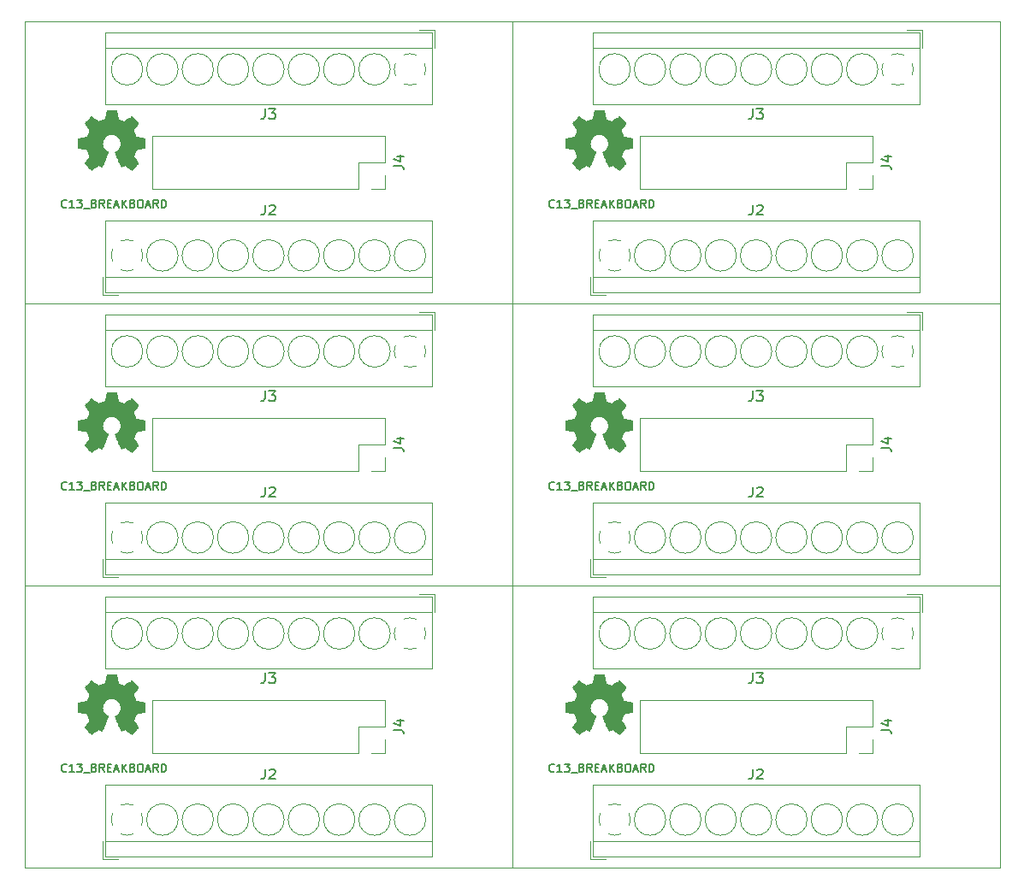
<source format=gbr>
G04 #@! TF.GenerationSoftware,KiCad,Pcbnew,5.1.5+dfsg1-2build2*
G04 #@! TF.CreationDate,2021-09-29T17:52:59-05:00*
G04 #@! TF.ProjectId,,58585858-5858-4585-9858-585858585858,rev?*
G04 #@! TF.SameCoordinates,Original*
G04 #@! TF.FileFunction,Legend,Top*
G04 #@! TF.FilePolarity,Positive*
%FSLAX46Y46*%
G04 Gerber Fmt 4.6, Leading zero omitted, Abs format (unit mm)*
G04 Created by KiCad (PCBNEW 5.1.5+dfsg1-2build2) date 2021-09-29 17:52:59*
%MOMM*%
%LPD*%
G04 APERTURE LIST*
%ADD10C,0.150000*%
%ADD11C,0.050000*%
%ADD12C,0.010000*%
%ADD13C,0.120000*%
G04 APERTURE END LIST*
D10*
X103137285Y-113442714D02*
X103099190Y-113480809D01*
X102984904Y-113518904D01*
X102908714Y-113518904D01*
X102794428Y-113480809D01*
X102718238Y-113404619D01*
X102680142Y-113328428D01*
X102642047Y-113176047D01*
X102642047Y-113061761D01*
X102680142Y-112909380D01*
X102718238Y-112833190D01*
X102794428Y-112757000D01*
X102908714Y-112718904D01*
X102984904Y-112718904D01*
X103099190Y-112757000D01*
X103137285Y-112795095D01*
X103899190Y-113518904D02*
X103442047Y-113518904D01*
X103670619Y-113518904D02*
X103670619Y-112718904D01*
X103594428Y-112833190D01*
X103518238Y-112909380D01*
X103442047Y-112947476D01*
X104165857Y-112718904D02*
X104661095Y-112718904D01*
X104394428Y-113023666D01*
X104508714Y-113023666D01*
X104584904Y-113061761D01*
X104623000Y-113099857D01*
X104661095Y-113176047D01*
X104661095Y-113366523D01*
X104623000Y-113442714D01*
X104584904Y-113480809D01*
X104508714Y-113518904D01*
X104280142Y-113518904D01*
X104203952Y-113480809D01*
X104165857Y-113442714D01*
X104813476Y-113595095D02*
X105423000Y-113595095D01*
X105880142Y-113099857D02*
X105994428Y-113137952D01*
X106032523Y-113176047D01*
X106070619Y-113252238D01*
X106070619Y-113366523D01*
X106032523Y-113442714D01*
X105994428Y-113480809D01*
X105918238Y-113518904D01*
X105613476Y-113518904D01*
X105613476Y-112718904D01*
X105880142Y-112718904D01*
X105956333Y-112757000D01*
X105994428Y-112795095D01*
X106032523Y-112871285D01*
X106032523Y-112947476D01*
X105994428Y-113023666D01*
X105956333Y-113061761D01*
X105880142Y-113099857D01*
X105613476Y-113099857D01*
X106870619Y-113518904D02*
X106603952Y-113137952D01*
X106413476Y-113518904D02*
X106413476Y-112718904D01*
X106718238Y-112718904D01*
X106794428Y-112757000D01*
X106832523Y-112795095D01*
X106870619Y-112871285D01*
X106870619Y-112985571D01*
X106832523Y-113061761D01*
X106794428Y-113099857D01*
X106718238Y-113137952D01*
X106413476Y-113137952D01*
X107213476Y-113099857D02*
X107480142Y-113099857D01*
X107594428Y-113518904D02*
X107213476Y-113518904D01*
X107213476Y-112718904D01*
X107594428Y-112718904D01*
X107899190Y-113290333D02*
X108280142Y-113290333D01*
X107823000Y-113518904D02*
X108089666Y-112718904D01*
X108356333Y-113518904D01*
X108623000Y-113518904D02*
X108623000Y-112718904D01*
X109080142Y-113518904D02*
X108737285Y-113061761D01*
X109080142Y-112718904D02*
X108623000Y-113176047D01*
X109689666Y-113099857D02*
X109803952Y-113137952D01*
X109842047Y-113176047D01*
X109880142Y-113252238D01*
X109880142Y-113366523D01*
X109842047Y-113442714D01*
X109803952Y-113480809D01*
X109727761Y-113518904D01*
X109423000Y-113518904D01*
X109423000Y-112718904D01*
X109689666Y-112718904D01*
X109765857Y-112757000D01*
X109803952Y-112795095D01*
X109842047Y-112871285D01*
X109842047Y-112947476D01*
X109803952Y-113023666D01*
X109765857Y-113061761D01*
X109689666Y-113099857D01*
X109423000Y-113099857D01*
X110375380Y-112718904D02*
X110527761Y-112718904D01*
X110603952Y-112757000D01*
X110680142Y-112833190D01*
X110718238Y-112985571D01*
X110718238Y-113252238D01*
X110680142Y-113404619D01*
X110603952Y-113480809D01*
X110527761Y-113518904D01*
X110375380Y-113518904D01*
X110299190Y-113480809D01*
X110223000Y-113404619D01*
X110184904Y-113252238D01*
X110184904Y-112985571D01*
X110223000Y-112833190D01*
X110299190Y-112757000D01*
X110375380Y-112718904D01*
X111023000Y-113290333D02*
X111403952Y-113290333D01*
X110946809Y-113518904D02*
X111213476Y-112718904D01*
X111480142Y-113518904D01*
X112203952Y-113518904D02*
X111937285Y-113137952D01*
X111746809Y-113518904D02*
X111746809Y-112718904D01*
X112051571Y-112718904D01*
X112127761Y-112757000D01*
X112165857Y-112795095D01*
X112203952Y-112871285D01*
X112203952Y-112985571D01*
X112165857Y-113061761D01*
X112127761Y-113099857D01*
X112051571Y-113137952D01*
X111746809Y-113137952D01*
X112546809Y-113518904D02*
X112546809Y-112718904D01*
X112737285Y-112718904D01*
X112851571Y-112757000D01*
X112927761Y-112833190D01*
X112965857Y-112909380D01*
X113003952Y-113061761D01*
X113003952Y-113176047D01*
X112965857Y-113328428D01*
X112927761Y-113404619D01*
X112851571Y-113480809D01*
X112737285Y-113518904D01*
X112546809Y-113518904D01*
X54877285Y-113442714D02*
X54839190Y-113480809D01*
X54724904Y-113518904D01*
X54648714Y-113518904D01*
X54534428Y-113480809D01*
X54458238Y-113404619D01*
X54420142Y-113328428D01*
X54382047Y-113176047D01*
X54382047Y-113061761D01*
X54420142Y-112909380D01*
X54458238Y-112833190D01*
X54534428Y-112757000D01*
X54648714Y-112718904D01*
X54724904Y-112718904D01*
X54839190Y-112757000D01*
X54877285Y-112795095D01*
X55639190Y-113518904D02*
X55182047Y-113518904D01*
X55410619Y-113518904D02*
X55410619Y-112718904D01*
X55334428Y-112833190D01*
X55258238Y-112909380D01*
X55182047Y-112947476D01*
X55905857Y-112718904D02*
X56401095Y-112718904D01*
X56134428Y-113023666D01*
X56248714Y-113023666D01*
X56324904Y-113061761D01*
X56363000Y-113099857D01*
X56401095Y-113176047D01*
X56401095Y-113366523D01*
X56363000Y-113442714D01*
X56324904Y-113480809D01*
X56248714Y-113518904D01*
X56020142Y-113518904D01*
X55943952Y-113480809D01*
X55905857Y-113442714D01*
X56553476Y-113595095D02*
X57163000Y-113595095D01*
X57620142Y-113099857D02*
X57734428Y-113137952D01*
X57772523Y-113176047D01*
X57810619Y-113252238D01*
X57810619Y-113366523D01*
X57772523Y-113442714D01*
X57734428Y-113480809D01*
X57658238Y-113518904D01*
X57353476Y-113518904D01*
X57353476Y-112718904D01*
X57620142Y-112718904D01*
X57696333Y-112757000D01*
X57734428Y-112795095D01*
X57772523Y-112871285D01*
X57772523Y-112947476D01*
X57734428Y-113023666D01*
X57696333Y-113061761D01*
X57620142Y-113099857D01*
X57353476Y-113099857D01*
X58610619Y-113518904D02*
X58343952Y-113137952D01*
X58153476Y-113518904D02*
X58153476Y-112718904D01*
X58458238Y-112718904D01*
X58534428Y-112757000D01*
X58572523Y-112795095D01*
X58610619Y-112871285D01*
X58610619Y-112985571D01*
X58572523Y-113061761D01*
X58534428Y-113099857D01*
X58458238Y-113137952D01*
X58153476Y-113137952D01*
X58953476Y-113099857D02*
X59220142Y-113099857D01*
X59334428Y-113518904D02*
X58953476Y-113518904D01*
X58953476Y-112718904D01*
X59334428Y-112718904D01*
X59639190Y-113290333D02*
X60020142Y-113290333D01*
X59563000Y-113518904D02*
X59829666Y-112718904D01*
X60096333Y-113518904D01*
X60363000Y-113518904D02*
X60363000Y-112718904D01*
X60820142Y-113518904D02*
X60477285Y-113061761D01*
X60820142Y-112718904D02*
X60363000Y-113176047D01*
X61429666Y-113099857D02*
X61543952Y-113137952D01*
X61582047Y-113176047D01*
X61620142Y-113252238D01*
X61620142Y-113366523D01*
X61582047Y-113442714D01*
X61543952Y-113480809D01*
X61467761Y-113518904D01*
X61163000Y-113518904D01*
X61163000Y-112718904D01*
X61429666Y-112718904D01*
X61505857Y-112757000D01*
X61543952Y-112795095D01*
X61582047Y-112871285D01*
X61582047Y-112947476D01*
X61543952Y-113023666D01*
X61505857Y-113061761D01*
X61429666Y-113099857D01*
X61163000Y-113099857D01*
X62115380Y-112718904D02*
X62267761Y-112718904D01*
X62343952Y-112757000D01*
X62420142Y-112833190D01*
X62458238Y-112985571D01*
X62458238Y-113252238D01*
X62420142Y-113404619D01*
X62343952Y-113480809D01*
X62267761Y-113518904D01*
X62115380Y-113518904D01*
X62039190Y-113480809D01*
X61963000Y-113404619D01*
X61924904Y-113252238D01*
X61924904Y-112985571D01*
X61963000Y-112833190D01*
X62039190Y-112757000D01*
X62115380Y-112718904D01*
X62763000Y-113290333D02*
X63143952Y-113290333D01*
X62686809Y-113518904D02*
X62953476Y-112718904D01*
X63220142Y-113518904D01*
X63943952Y-113518904D02*
X63677285Y-113137952D01*
X63486809Y-113518904D02*
X63486809Y-112718904D01*
X63791571Y-112718904D01*
X63867761Y-112757000D01*
X63905857Y-112795095D01*
X63943952Y-112871285D01*
X63943952Y-112985571D01*
X63905857Y-113061761D01*
X63867761Y-113099857D01*
X63791571Y-113137952D01*
X63486809Y-113137952D01*
X64286809Y-113518904D02*
X64286809Y-112718904D01*
X64477285Y-112718904D01*
X64591571Y-112757000D01*
X64667761Y-112833190D01*
X64705857Y-112909380D01*
X64743952Y-113061761D01*
X64743952Y-113176047D01*
X64705857Y-113328428D01*
X64667761Y-113404619D01*
X64591571Y-113480809D01*
X64477285Y-113518904D01*
X64286809Y-113518904D01*
X103137285Y-85502714D02*
X103099190Y-85540809D01*
X102984904Y-85578904D01*
X102908714Y-85578904D01*
X102794428Y-85540809D01*
X102718238Y-85464619D01*
X102680142Y-85388428D01*
X102642047Y-85236047D01*
X102642047Y-85121761D01*
X102680142Y-84969380D01*
X102718238Y-84893190D01*
X102794428Y-84817000D01*
X102908714Y-84778904D01*
X102984904Y-84778904D01*
X103099190Y-84817000D01*
X103137285Y-84855095D01*
X103899190Y-85578904D02*
X103442047Y-85578904D01*
X103670619Y-85578904D02*
X103670619Y-84778904D01*
X103594428Y-84893190D01*
X103518238Y-84969380D01*
X103442047Y-85007476D01*
X104165857Y-84778904D02*
X104661095Y-84778904D01*
X104394428Y-85083666D01*
X104508714Y-85083666D01*
X104584904Y-85121761D01*
X104623000Y-85159857D01*
X104661095Y-85236047D01*
X104661095Y-85426523D01*
X104623000Y-85502714D01*
X104584904Y-85540809D01*
X104508714Y-85578904D01*
X104280142Y-85578904D01*
X104203952Y-85540809D01*
X104165857Y-85502714D01*
X104813476Y-85655095D02*
X105423000Y-85655095D01*
X105880142Y-85159857D02*
X105994428Y-85197952D01*
X106032523Y-85236047D01*
X106070619Y-85312238D01*
X106070619Y-85426523D01*
X106032523Y-85502714D01*
X105994428Y-85540809D01*
X105918238Y-85578904D01*
X105613476Y-85578904D01*
X105613476Y-84778904D01*
X105880142Y-84778904D01*
X105956333Y-84817000D01*
X105994428Y-84855095D01*
X106032523Y-84931285D01*
X106032523Y-85007476D01*
X105994428Y-85083666D01*
X105956333Y-85121761D01*
X105880142Y-85159857D01*
X105613476Y-85159857D01*
X106870619Y-85578904D02*
X106603952Y-85197952D01*
X106413476Y-85578904D02*
X106413476Y-84778904D01*
X106718238Y-84778904D01*
X106794428Y-84817000D01*
X106832523Y-84855095D01*
X106870619Y-84931285D01*
X106870619Y-85045571D01*
X106832523Y-85121761D01*
X106794428Y-85159857D01*
X106718238Y-85197952D01*
X106413476Y-85197952D01*
X107213476Y-85159857D02*
X107480142Y-85159857D01*
X107594428Y-85578904D02*
X107213476Y-85578904D01*
X107213476Y-84778904D01*
X107594428Y-84778904D01*
X107899190Y-85350333D02*
X108280142Y-85350333D01*
X107823000Y-85578904D02*
X108089666Y-84778904D01*
X108356333Y-85578904D01*
X108623000Y-85578904D02*
X108623000Y-84778904D01*
X109080142Y-85578904D02*
X108737285Y-85121761D01*
X109080142Y-84778904D02*
X108623000Y-85236047D01*
X109689666Y-85159857D02*
X109803952Y-85197952D01*
X109842047Y-85236047D01*
X109880142Y-85312238D01*
X109880142Y-85426523D01*
X109842047Y-85502714D01*
X109803952Y-85540809D01*
X109727761Y-85578904D01*
X109423000Y-85578904D01*
X109423000Y-84778904D01*
X109689666Y-84778904D01*
X109765857Y-84817000D01*
X109803952Y-84855095D01*
X109842047Y-84931285D01*
X109842047Y-85007476D01*
X109803952Y-85083666D01*
X109765857Y-85121761D01*
X109689666Y-85159857D01*
X109423000Y-85159857D01*
X110375380Y-84778904D02*
X110527761Y-84778904D01*
X110603952Y-84817000D01*
X110680142Y-84893190D01*
X110718238Y-85045571D01*
X110718238Y-85312238D01*
X110680142Y-85464619D01*
X110603952Y-85540809D01*
X110527761Y-85578904D01*
X110375380Y-85578904D01*
X110299190Y-85540809D01*
X110223000Y-85464619D01*
X110184904Y-85312238D01*
X110184904Y-85045571D01*
X110223000Y-84893190D01*
X110299190Y-84817000D01*
X110375380Y-84778904D01*
X111023000Y-85350333D02*
X111403952Y-85350333D01*
X110946809Y-85578904D02*
X111213476Y-84778904D01*
X111480142Y-85578904D01*
X112203952Y-85578904D02*
X111937285Y-85197952D01*
X111746809Y-85578904D02*
X111746809Y-84778904D01*
X112051571Y-84778904D01*
X112127761Y-84817000D01*
X112165857Y-84855095D01*
X112203952Y-84931285D01*
X112203952Y-85045571D01*
X112165857Y-85121761D01*
X112127761Y-85159857D01*
X112051571Y-85197952D01*
X111746809Y-85197952D01*
X112546809Y-85578904D02*
X112546809Y-84778904D01*
X112737285Y-84778904D01*
X112851571Y-84817000D01*
X112927761Y-84893190D01*
X112965857Y-84969380D01*
X113003952Y-85121761D01*
X113003952Y-85236047D01*
X112965857Y-85388428D01*
X112927761Y-85464619D01*
X112851571Y-85540809D01*
X112737285Y-85578904D01*
X112546809Y-85578904D01*
X54877285Y-85502714D02*
X54839190Y-85540809D01*
X54724904Y-85578904D01*
X54648714Y-85578904D01*
X54534428Y-85540809D01*
X54458238Y-85464619D01*
X54420142Y-85388428D01*
X54382047Y-85236047D01*
X54382047Y-85121761D01*
X54420142Y-84969380D01*
X54458238Y-84893190D01*
X54534428Y-84817000D01*
X54648714Y-84778904D01*
X54724904Y-84778904D01*
X54839190Y-84817000D01*
X54877285Y-84855095D01*
X55639190Y-85578904D02*
X55182047Y-85578904D01*
X55410619Y-85578904D02*
X55410619Y-84778904D01*
X55334428Y-84893190D01*
X55258238Y-84969380D01*
X55182047Y-85007476D01*
X55905857Y-84778904D02*
X56401095Y-84778904D01*
X56134428Y-85083666D01*
X56248714Y-85083666D01*
X56324904Y-85121761D01*
X56363000Y-85159857D01*
X56401095Y-85236047D01*
X56401095Y-85426523D01*
X56363000Y-85502714D01*
X56324904Y-85540809D01*
X56248714Y-85578904D01*
X56020142Y-85578904D01*
X55943952Y-85540809D01*
X55905857Y-85502714D01*
X56553476Y-85655095D02*
X57163000Y-85655095D01*
X57620142Y-85159857D02*
X57734428Y-85197952D01*
X57772523Y-85236047D01*
X57810619Y-85312238D01*
X57810619Y-85426523D01*
X57772523Y-85502714D01*
X57734428Y-85540809D01*
X57658238Y-85578904D01*
X57353476Y-85578904D01*
X57353476Y-84778904D01*
X57620142Y-84778904D01*
X57696333Y-84817000D01*
X57734428Y-84855095D01*
X57772523Y-84931285D01*
X57772523Y-85007476D01*
X57734428Y-85083666D01*
X57696333Y-85121761D01*
X57620142Y-85159857D01*
X57353476Y-85159857D01*
X58610619Y-85578904D02*
X58343952Y-85197952D01*
X58153476Y-85578904D02*
X58153476Y-84778904D01*
X58458238Y-84778904D01*
X58534428Y-84817000D01*
X58572523Y-84855095D01*
X58610619Y-84931285D01*
X58610619Y-85045571D01*
X58572523Y-85121761D01*
X58534428Y-85159857D01*
X58458238Y-85197952D01*
X58153476Y-85197952D01*
X58953476Y-85159857D02*
X59220142Y-85159857D01*
X59334428Y-85578904D02*
X58953476Y-85578904D01*
X58953476Y-84778904D01*
X59334428Y-84778904D01*
X59639190Y-85350333D02*
X60020142Y-85350333D01*
X59563000Y-85578904D02*
X59829666Y-84778904D01*
X60096333Y-85578904D01*
X60363000Y-85578904D02*
X60363000Y-84778904D01*
X60820142Y-85578904D02*
X60477285Y-85121761D01*
X60820142Y-84778904D02*
X60363000Y-85236047D01*
X61429666Y-85159857D02*
X61543952Y-85197952D01*
X61582047Y-85236047D01*
X61620142Y-85312238D01*
X61620142Y-85426523D01*
X61582047Y-85502714D01*
X61543952Y-85540809D01*
X61467761Y-85578904D01*
X61163000Y-85578904D01*
X61163000Y-84778904D01*
X61429666Y-84778904D01*
X61505857Y-84817000D01*
X61543952Y-84855095D01*
X61582047Y-84931285D01*
X61582047Y-85007476D01*
X61543952Y-85083666D01*
X61505857Y-85121761D01*
X61429666Y-85159857D01*
X61163000Y-85159857D01*
X62115380Y-84778904D02*
X62267761Y-84778904D01*
X62343952Y-84817000D01*
X62420142Y-84893190D01*
X62458238Y-85045571D01*
X62458238Y-85312238D01*
X62420142Y-85464619D01*
X62343952Y-85540809D01*
X62267761Y-85578904D01*
X62115380Y-85578904D01*
X62039190Y-85540809D01*
X61963000Y-85464619D01*
X61924904Y-85312238D01*
X61924904Y-85045571D01*
X61963000Y-84893190D01*
X62039190Y-84817000D01*
X62115380Y-84778904D01*
X62763000Y-85350333D02*
X63143952Y-85350333D01*
X62686809Y-85578904D02*
X62953476Y-84778904D01*
X63220142Y-85578904D01*
X63943952Y-85578904D02*
X63677285Y-85197952D01*
X63486809Y-85578904D02*
X63486809Y-84778904D01*
X63791571Y-84778904D01*
X63867761Y-84817000D01*
X63905857Y-84855095D01*
X63943952Y-84931285D01*
X63943952Y-85045571D01*
X63905857Y-85121761D01*
X63867761Y-85159857D01*
X63791571Y-85197952D01*
X63486809Y-85197952D01*
X64286809Y-85578904D02*
X64286809Y-84778904D01*
X64477285Y-84778904D01*
X64591571Y-84817000D01*
X64667761Y-84893190D01*
X64705857Y-84969380D01*
X64743952Y-85121761D01*
X64743952Y-85236047D01*
X64705857Y-85388428D01*
X64667761Y-85464619D01*
X64591571Y-85540809D01*
X64477285Y-85578904D01*
X64286809Y-85578904D01*
X103137285Y-57562714D02*
X103099190Y-57600809D01*
X102984904Y-57638904D01*
X102908714Y-57638904D01*
X102794428Y-57600809D01*
X102718238Y-57524619D01*
X102680142Y-57448428D01*
X102642047Y-57296047D01*
X102642047Y-57181761D01*
X102680142Y-57029380D01*
X102718238Y-56953190D01*
X102794428Y-56877000D01*
X102908714Y-56838904D01*
X102984904Y-56838904D01*
X103099190Y-56877000D01*
X103137285Y-56915095D01*
X103899190Y-57638904D02*
X103442047Y-57638904D01*
X103670619Y-57638904D02*
X103670619Y-56838904D01*
X103594428Y-56953190D01*
X103518238Y-57029380D01*
X103442047Y-57067476D01*
X104165857Y-56838904D02*
X104661095Y-56838904D01*
X104394428Y-57143666D01*
X104508714Y-57143666D01*
X104584904Y-57181761D01*
X104623000Y-57219857D01*
X104661095Y-57296047D01*
X104661095Y-57486523D01*
X104623000Y-57562714D01*
X104584904Y-57600809D01*
X104508714Y-57638904D01*
X104280142Y-57638904D01*
X104203952Y-57600809D01*
X104165857Y-57562714D01*
X104813476Y-57715095D02*
X105423000Y-57715095D01*
X105880142Y-57219857D02*
X105994428Y-57257952D01*
X106032523Y-57296047D01*
X106070619Y-57372238D01*
X106070619Y-57486523D01*
X106032523Y-57562714D01*
X105994428Y-57600809D01*
X105918238Y-57638904D01*
X105613476Y-57638904D01*
X105613476Y-56838904D01*
X105880142Y-56838904D01*
X105956333Y-56877000D01*
X105994428Y-56915095D01*
X106032523Y-56991285D01*
X106032523Y-57067476D01*
X105994428Y-57143666D01*
X105956333Y-57181761D01*
X105880142Y-57219857D01*
X105613476Y-57219857D01*
X106870619Y-57638904D02*
X106603952Y-57257952D01*
X106413476Y-57638904D02*
X106413476Y-56838904D01*
X106718238Y-56838904D01*
X106794428Y-56877000D01*
X106832523Y-56915095D01*
X106870619Y-56991285D01*
X106870619Y-57105571D01*
X106832523Y-57181761D01*
X106794428Y-57219857D01*
X106718238Y-57257952D01*
X106413476Y-57257952D01*
X107213476Y-57219857D02*
X107480142Y-57219857D01*
X107594428Y-57638904D02*
X107213476Y-57638904D01*
X107213476Y-56838904D01*
X107594428Y-56838904D01*
X107899190Y-57410333D02*
X108280142Y-57410333D01*
X107823000Y-57638904D02*
X108089666Y-56838904D01*
X108356333Y-57638904D01*
X108623000Y-57638904D02*
X108623000Y-56838904D01*
X109080142Y-57638904D02*
X108737285Y-57181761D01*
X109080142Y-56838904D02*
X108623000Y-57296047D01*
X109689666Y-57219857D02*
X109803952Y-57257952D01*
X109842047Y-57296047D01*
X109880142Y-57372238D01*
X109880142Y-57486523D01*
X109842047Y-57562714D01*
X109803952Y-57600809D01*
X109727761Y-57638904D01*
X109423000Y-57638904D01*
X109423000Y-56838904D01*
X109689666Y-56838904D01*
X109765857Y-56877000D01*
X109803952Y-56915095D01*
X109842047Y-56991285D01*
X109842047Y-57067476D01*
X109803952Y-57143666D01*
X109765857Y-57181761D01*
X109689666Y-57219857D01*
X109423000Y-57219857D01*
X110375380Y-56838904D02*
X110527761Y-56838904D01*
X110603952Y-56877000D01*
X110680142Y-56953190D01*
X110718238Y-57105571D01*
X110718238Y-57372238D01*
X110680142Y-57524619D01*
X110603952Y-57600809D01*
X110527761Y-57638904D01*
X110375380Y-57638904D01*
X110299190Y-57600809D01*
X110223000Y-57524619D01*
X110184904Y-57372238D01*
X110184904Y-57105571D01*
X110223000Y-56953190D01*
X110299190Y-56877000D01*
X110375380Y-56838904D01*
X111023000Y-57410333D02*
X111403952Y-57410333D01*
X110946809Y-57638904D02*
X111213476Y-56838904D01*
X111480142Y-57638904D01*
X112203952Y-57638904D02*
X111937285Y-57257952D01*
X111746809Y-57638904D02*
X111746809Y-56838904D01*
X112051571Y-56838904D01*
X112127761Y-56877000D01*
X112165857Y-56915095D01*
X112203952Y-56991285D01*
X112203952Y-57105571D01*
X112165857Y-57181761D01*
X112127761Y-57219857D01*
X112051571Y-57257952D01*
X111746809Y-57257952D01*
X112546809Y-57638904D02*
X112546809Y-56838904D01*
X112737285Y-56838904D01*
X112851571Y-56877000D01*
X112927761Y-56953190D01*
X112965857Y-57029380D01*
X113003952Y-57181761D01*
X113003952Y-57296047D01*
X112965857Y-57448428D01*
X112927761Y-57524619D01*
X112851571Y-57600809D01*
X112737285Y-57638904D01*
X112546809Y-57638904D01*
D11*
X147254000Y-95057000D02*
X147254000Y-122997000D01*
X98994000Y-95057000D02*
X98994000Y-122997000D01*
X147254000Y-67117000D02*
X147254000Y-95057000D01*
X98994000Y-67117000D02*
X98994000Y-95057000D01*
X147254000Y-39177000D02*
X147254000Y-67117000D01*
X98994000Y-122997000D02*
X147254000Y-122997000D01*
X50734000Y-122997000D02*
X98994000Y-122997000D01*
X98994000Y-95057000D02*
X147254000Y-95057000D01*
X50734000Y-95057000D02*
X98994000Y-95057000D01*
X98994000Y-67117000D02*
X147254000Y-67117000D01*
X98994000Y-95057000D02*
X147254000Y-95057000D01*
X50734000Y-95057000D02*
X98994000Y-95057000D01*
X98994000Y-67117000D02*
X147254000Y-67117000D01*
X50734000Y-67117000D02*
X98994000Y-67117000D01*
X98994000Y-39177000D02*
X147254000Y-39177000D01*
X98994000Y-95057000D02*
X98994000Y-122997000D01*
X50734000Y-95057000D02*
X50734000Y-122997000D01*
X98994000Y-67117000D02*
X98994000Y-95057000D01*
X50734000Y-67117000D02*
X50734000Y-95057000D01*
X98994000Y-39177000D02*
X98994000Y-67117000D01*
D10*
X54877285Y-57562714D02*
X54839190Y-57600809D01*
X54724904Y-57638904D01*
X54648714Y-57638904D01*
X54534428Y-57600809D01*
X54458238Y-57524619D01*
X54420142Y-57448428D01*
X54382047Y-57296047D01*
X54382047Y-57181761D01*
X54420142Y-57029380D01*
X54458238Y-56953190D01*
X54534428Y-56877000D01*
X54648714Y-56838904D01*
X54724904Y-56838904D01*
X54839190Y-56877000D01*
X54877285Y-56915095D01*
X55639190Y-57638904D02*
X55182047Y-57638904D01*
X55410619Y-57638904D02*
X55410619Y-56838904D01*
X55334428Y-56953190D01*
X55258238Y-57029380D01*
X55182047Y-57067476D01*
X55905857Y-56838904D02*
X56401095Y-56838904D01*
X56134428Y-57143666D01*
X56248714Y-57143666D01*
X56324904Y-57181761D01*
X56363000Y-57219857D01*
X56401095Y-57296047D01*
X56401095Y-57486523D01*
X56363000Y-57562714D01*
X56324904Y-57600809D01*
X56248714Y-57638904D01*
X56020142Y-57638904D01*
X55943952Y-57600809D01*
X55905857Y-57562714D01*
X56553476Y-57715095D02*
X57163000Y-57715095D01*
X57620142Y-57219857D02*
X57734428Y-57257952D01*
X57772523Y-57296047D01*
X57810619Y-57372238D01*
X57810619Y-57486523D01*
X57772523Y-57562714D01*
X57734428Y-57600809D01*
X57658238Y-57638904D01*
X57353476Y-57638904D01*
X57353476Y-56838904D01*
X57620142Y-56838904D01*
X57696333Y-56877000D01*
X57734428Y-56915095D01*
X57772523Y-56991285D01*
X57772523Y-57067476D01*
X57734428Y-57143666D01*
X57696333Y-57181761D01*
X57620142Y-57219857D01*
X57353476Y-57219857D01*
X58610619Y-57638904D02*
X58343952Y-57257952D01*
X58153476Y-57638904D02*
X58153476Y-56838904D01*
X58458238Y-56838904D01*
X58534428Y-56877000D01*
X58572523Y-56915095D01*
X58610619Y-56991285D01*
X58610619Y-57105571D01*
X58572523Y-57181761D01*
X58534428Y-57219857D01*
X58458238Y-57257952D01*
X58153476Y-57257952D01*
X58953476Y-57219857D02*
X59220142Y-57219857D01*
X59334428Y-57638904D02*
X58953476Y-57638904D01*
X58953476Y-56838904D01*
X59334428Y-56838904D01*
X59639190Y-57410333D02*
X60020142Y-57410333D01*
X59563000Y-57638904D02*
X59829666Y-56838904D01*
X60096333Y-57638904D01*
X60363000Y-57638904D02*
X60363000Y-56838904D01*
X60820142Y-57638904D02*
X60477285Y-57181761D01*
X60820142Y-56838904D02*
X60363000Y-57296047D01*
X61429666Y-57219857D02*
X61543952Y-57257952D01*
X61582047Y-57296047D01*
X61620142Y-57372238D01*
X61620142Y-57486523D01*
X61582047Y-57562714D01*
X61543952Y-57600809D01*
X61467761Y-57638904D01*
X61163000Y-57638904D01*
X61163000Y-56838904D01*
X61429666Y-56838904D01*
X61505857Y-56877000D01*
X61543952Y-56915095D01*
X61582047Y-56991285D01*
X61582047Y-57067476D01*
X61543952Y-57143666D01*
X61505857Y-57181761D01*
X61429666Y-57219857D01*
X61163000Y-57219857D01*
X62115380Y-56838904D02*
X62267761Y-56838904D01*
X62343952Y-56877000D01*
X62420142Y-56953190D01*
X62458238Y-57105571D01*
X62458238Y-57372238D01*
X62420142Y-57524619D01*
X62343952Y-57600809D01*
X62267761Y-57638904D01*
X62115380Y-57638904D01*
X62039190Y-57600809D01*
X61963000Y-57524619D01*
X61924904Y-57372238D01*
X61924904Y-57105571D01*
X61963000Y-56953190D01*
X62039190Y-56877000D01*
X62115380Y-56838904D01*
X62763000Y-57410333D02*
X63143952Y-57410333D01*
X62686809Y-57638904D02*
X62953476Y-56838904D01*
X63220142Y-57638904D01*
X63943952Y-57638904D02*
X63677285Y-57257952D01*
X63486809Y-57638904D02*
X63486809Y-56838904D01*
X63791571Y-56838904D01*
X63867761Y-56877000D01*
X63905857Y-56915095D01*
X63943952Y-56991285D01*
X63943952Y-57105571D01*
X63905857Y-57181761D01*
X63867761Y-57219857D01*
X63791571Y-57257952D01*
X63486809Y-57257952D01*
X64286809Y-57638904D02*
X64286809Y-56838904D01*
X64477285Y-56838904D01*
X64591571Y-56877000D01*
X64667761Y-56953190D01*
X64705857Y-57029380D01*
X64743952Y-57181761D01*
X64743952Y-57296047D01*
X64705857Y-57448428D01*
X64667761Y-57524619D01*
X64591571Y-57600809D01*
X64477285Y-57638904D01*
X64286809Y-57638904D01*
D11*
X98994000Y-39177000D02*
X98994000Y-67117000D01*
X50734000Y-67117000D02*
X98994000Y-67117000D01*
X50734000Y-39177000D02*
X98994000Y-39177000D01*
X50734000Y-39177000D02*
X50734000Y-67117000D01*
D12*
G36*
X108124814Y-104275931D02*
G01*
X108208635Y-104720555D01*
X108517920Y-104848053D01*
X108827206Y-104975551D01*
X109198246Y-104723246D01*
X109302157Y-104652996D01*
X109396087Y-104590272D01*
X109475652Y-104537938D01*
X109536470Y-104498857D01*
X109574157Y-104475893D01*
X109584421Y-104470942D01*
X109602910Y-104483676D01*
X109642420Y-104518882D01*
X109698522Y-104572062D01*
X109766787Y-104638718D01*
X109842786Y-104714354D01*
X109922092Y-104794472D01*
X110000275Y-104874574D01*
X110072907Y-104950164D01*
X110135559Y-105016745D01*
X110183803Y-105069818D01*
X110213210Y-105104887D01*
X110220241Y-105116623D01*
X110210123Y-105138260D01*
X110181759Y-105185662D01*
X110138129Y-105254193D01*
X110082218Y-105339215D01*
X110017006Y-105436093D01*
X109979219Y-105491350D01*
X109910343Y-105592248D01*
X109849140Y-105683299D01*
X109798578Y-105759970D01*
X109761628Y-105817728D01*
X109741258Y-105852043D01*
X109738197Y-105859254D01*
X109745136Y-105879748D01*
X109764051Y-105927513D01*
X109792087Y-105995832D01*
X109826391Y-106077989D01*
X109864109Y-106167270D01*
X109902387Y-106256958D01*
X109938370Y-106340338D01*
X109969206Y-106410694D01*
X109992039Y-106461310D01*
X110004017Y-106485471D01*
X110004724Y-106486422D01*
X110023531Y-106491036D01*
X110073618Y-106501328D01*
X110149793Y-106516287D01*
X110246865Y-106534901D01*
X110359643Y-106556159D01*
X110425442Y-106568418D01*
X110545950Y-106591362D01*
X110654797Y-106613195D01*
X110746476Y-106632722D01*
X110815481Y-106648748D01*
X110856304Y-106660079D01*
X110864511Y-106663674D01*
X110872548Y-106688006D01*
X110879033Y-106742959D01*
X110883970Y-106822108D01*
X110887364Y-106919026D01*
X110889218Y-107027287D01*
X110889538Y-107140465D01*
X110888327Y-107252135D01*
X110885590Y-107355868D01*
X110881331Y-107445241D01*
X110875555Y-107513826D01*
X110868267Y-107555197D01*
X110863895Y-107563810D01*
X110837764Y-107574133D01*
X110782393Y-107588892D01*
X110705107Y-107606352D01*
X110613230Y-107624780D01*
X110581158Y-107630741D01*
X110426524Y-107659066D01*
X110304375Y-107681876D01*
X110210673Y-107700080D01*
X110141384Y-107714583D01*
X110092471Y-107726292D01*
X110059897Y-107736115D01*
X110039628Y-107744956D01*
X110027626Y-107753724D01*
X110025947Y-107755457D01*
X110009184Y-107783371D01*
X109983614Y-107837695D01*
X109951788Y-107911777D01*
X109916260Y-107998965D01*
X109879583Y-108092608D01*
X109844311Y-108186052D01*
X109812996Y-108272647D01*
X109788193Y-108345740D01*
X109772454Y-108398678D01*
X109768332Y-108424811D01*
X109768676Y-108425726D01*
X109782641Y-108447086D01*
X109814322Y-108494084D01*
X109860391Y-108561827D01*
X109917518Y-108645423D01*
X109982373Y-108739982D01*
X110000843Y-108766854D01*
X110066699Y-108864275D01*
X110124650Y-108953163D01*
X110171538Y-109028412D01*
X110204207Y-109084920D01*
X110219500Y-109117581D01*
X110220241Y-109121593D01*
X110207392Y-109142684D01*
X110171888Y-109184464D01*
X110118293Y-109242445D01*
X110051171Y-109312135D01*
X109975087Y-109389045D01*
X109894604Y-109468683D01*
X109814287Y-109546561D01*
X109738699Y-109618186D01*
X109672405Y-109679070D01*
X109619969Y-109724721D01*
X109585955Y-109750650D01*
X109576545Y-109754883D01*
X109554643Y-109744912D01*
X109509800Y-109718020D01*
X109449321Y-109678736D01*
X109402789Y-109647117D01*
X109318475Y-109589098D01*
X109218626Y-109520784D01*
X109118473Y-109452579D01*
X109064627Y-109416075D01*
X108882371Y-109292800D01*
X108729381Y-109375520D01*
X108659682Y-109411759D01*
X108600414Y-109439926D01*
X108560311Y-109455991D01*
X108550103Y-109458226D01*
X108537829Y-109441722D01*
X108513613Y-109395082D01*
X108479263Y-109322609D01*
X108436588Y-109228606D01*
X108387394Y-109117374D01*
X108333490Y-108993215D01*
X108276684Y-108860432D01*
X108218782Y-108723327D01*
X108161593Y-108586202D01*
X108106924Y-108453358D01*
X108056584Y-108329098D01*
X108012380Y-108217725D01*
X107976119Y-108123539D01*
X107949609Y-108050844D01*
X107934658Y-108003941D01*
X107932254Y-107987833D01*
X107951311Y-107967286D01*
X107993036Y-107933933D01*
X108048706Y-107894702D01*
X108053378Y-107891599D01*
X108197264Y-107776423D01*
X108313283Y-107642053D01*
X108400430Y-107492784D01*
X108457699Y-107332913D01*
X108484086Y-107166737D01*
X108478585Y-106998552D01*
X108440190Y-106832655D01*
X108367895Y-106673342D01*
X108346626Y-106638487D01*
X108235996Y-106497737D01*
X108105302Y-106384714D01*
X107959064Y-106300003D01*
X107801808Y-106244194D01*
X107638057Y-106217874D01*
X107472333Y-106221630D01*
X107309162Y-106256050D01*
X107153065Y-106321723D01*
X107008567Y-106419235D01*
X106963869Y-106458813D01*
X106850112Y-106582703D01*
X106767218Y-106713124D01*
X106710356Y-106859315D01*
X106678687Y-107004088D01*
X106670869Y-107166860D01*
X106696938Y-107330440D01*
X106754245Y-107489298D01*
X106840144Y-107637906D01*
X106951986Y-107770735D01*
X107087123Y-107882256D01*
X107104883Y-107894011D01*
X107161150Y-107932508D01*
X107203923Y-107965863D01*
X107224372Y-107987160D01*
X107224669Y-107987833D01*
X107220279Y-108010871D01*
X107202876Y-108063157D01*
X107174268Y-108140390D01*
X107136265Y-108238268D01*
X107090674Y-108352491D01*
X107039303Y-108478758D01*
X106983962Y-108612767D01*
X106926458Y-108750218D01*
X106868601Y-108886808D01*
X106812198Y-109018237D01*
X106759058Y-109140205D01*
X106710990Y-109248409D01*
X106669801Y-109338549D01*
X106637301Y-109406323D01*
X106615297Y-109447430D01*
X106606436Y-109458226D01*
X106579360Y-109449819D01*
X106528697Y-109427272D01*
X106463183Y-109394613D01*
X106427159Y-109375520D01*
X106274168Y-109292800D01*
X106091912Y-109416075D01*
X105998875Y-109479228D01*
X105897015Y-109548727D01*
X105801562Y-109614165D01*
X105753750Y-109647117D01*
X105686505Y-109692273D01*
X105629564Y-109728057D01*
X105590354Y-109749938D01*
X105577619Y-109754563D01*
X105559083Y-109742085D01*
X105518059Y-109707252D01*
X105458525Y-109653678D01*
X105384458Y-109584983D01*
X105299835Y-109504781D01*
X105246315Y-109453286D01*
X105152681Y-109361286D01*
X105071759Y-109278999D01*
X105006823Y-109209945D01*
X104961142Y-109157644D01*
X104937989Y-109125616D01*
X104935768Y-109119116D01*
X104946076Y-109094394D01*
X104974561Y-109044405D01*
X105018063Y-108974212D01*
X105073423Y-108888875D01*
X105137480Y-108793456D01*
X105155697Y-108766854D01*
X105222073Y-108670167D01*
X105281622Y-108583117D01*
X105331016Y-108510595D01*
X105366925Y-108457493D01*
X105386019Y-108428703D01*
X105387864Y-108425726D01*
X105385105Y-108402782D01*
X105370462Y-108352336D01*
X105346487Y-108281041D01*
X105315734Y-108195547D01*
X105280756Y-108102507D01*
X105244107Y-108008574D01*
X105208339Y-107920399D01*
X105176006Y-107844634D01*
X105149662Y-107787931D01*
X105131858Y-107756943D01*
X105130593Y-107755457D01*
X105119706Y-107746601D01*
X105101318Y-107737843D01*
X105071394Y-107728277D01*
X105025897Y-107716996D01*
X104960791Y-107703093D01*
X104872039Y-107685663D01*
X104755607Y-107663798D01*
X104607458Y-107636591D01*
X104575382Y-107630741D01*
X104480314Y-107612374D01*
X104397435Y-107594405D01*
X104334070Y-107578569D01*
X104297542Y-107566600D01*
X104292644Y-107563810D01*
X104284573Y-107539072D01*
X104278013Y-107483790D01*
X104272967Y-107404389D01*
X104269441Y-107307296D01*
X104267439Y-107198938D01*
X104266964Y-107085740D01*
X104268023Y-106974128D01*
X104270618Y-106870529D01*
X104274754Y-106781368D01*
X104280437Y-106713072D01*
X104287669Y-106672066D01*
X104292029Y-106663674D01*
X104316302Y-106655208D01*
X104371574Y-106641435D01*
X104452338Y-106623550D01*
X104553088Y-106602748D01*
X104668317Y-106580223D01*
X104731098Y-106568418D01*
X104850213Y-106546151D01*
X104956435Y-106525979D01*
X105044573Y-106508915D01*
X105109434Y-106495969D01*
X105145826Y-106488155D01*
X105151816Y-106486422D01*
X105161939Y-106466890D01*
X105183338Y-106419843D01*
X105213161Y-106352003D01*
X105248555Y-106270091D01*
X105286668Y-106180828D01*
X105324647Y-106090935D01*
X105359640Y-106007135D01*
X105388794Y-105936147D01*
X105409257Y-105884694D01*
X105418177Y-105859497D01*
X105418343Y-105858396D01*
X105408231Y-105838519D01*
X105379883Y-105792777D01*
X105336277Y-105725717D01*
X105280394Y-105641884D01*
X105215213Y-105545826D01*
X105177321Y-105490650D01*
X105108275Y-105389481D01*
X105046950Y-105297630D01*
X104996337Y-105219744D01*
X104959429Y-105160469D01*
X104939218Y-105124451D01*
X104936299Y-105116377D01*
X104948847Y-105097584D01*
X104983537Y-105057457D01*
X105035937Y-105000493D01*
X105101616Y-104931185D01*
X105176144Y-104854031D01*
X105255087Y-104773525D01*
X105334017Y-104694163D01*
X105408500Y-104620440D01*
X105474106Y-104556852D01*
X105526404Y-104507894D01*
X105560961Y-104478061D01*
X105572522Y-104470942D01*
X105591346Y-104480953D01*
X105636369Y-104509078D01*
X105703213Y-104552454D01*
X105787501Y-104608218D01*
X105884856Y-104673506D01*
X105958293Y-104723246D01*
X106329333Y-104975551D01*
X106947905Y-104720555D01*
X107031725Y-104275931D01*
X107115546Y-103831307D01*
X108040994Y-103831307D01*
X108124814Y-104275931D01*
G37*
X108124814Y-104275931D02*
X108208635Y-104720555D01*
X108517920Y-104848053D01*
X108827206Y-104975551D01*
X109198246Y-104723246D01*
X109302157Y-104652996D01*
X109396087Y-104590272D01*
X109475652Y-104537938D01*
X109536470Y-104498857D01*
X109574157Y-104475893D01*
X109584421Y-104470942D01*
X109602910Y-104483676D01*
X109642420Y-104518882D01*
X109698522Y-104572062D01*
X109766787Y-104638718D01*
X109842786Y-104714354D01*
X109922092Y-104794472D01*
X110000275Y-104874574D01*
X110072907Y-104950164D01*
X110135559Y-105016745D01*
X110183803Y-105069818D01*
X110213210Y-105104887D01*
X110220241Y-105116623D01*
X110210123Y-105138260D01*
X110181759Y-105185662D01*
X110138129Y-105254193D01*
X110082218Y-105339215D01*
X110017006Y-105436093D01*
X109979219Y-105491350D01*
X109910343Y-105592248D01*
X109849140Y-105683299D01*
X109798578Y-105759970D01*
X109761628Y-105817728D01*
X109741258Y-105852043D01*
X109738197Y-105859254D01*
X109745136Y-105879748D01*
X109764051Y-105927513D01*
X109792087Y-105995832D01*
X109826391Y-106077989D01*
X109864109Y-106167270D01*
X109902387Y-106256958D01*
X109938370Y-106340338D01*
X109969206Y-106410694D01*
X109992039Y-106461310D01*
X110004017Y-106485471D01*
X110004724Y-106486422D01*
X110023531Y-106491036D01*
X110073618Y-106501328D01*
X110149793Y-106516287D01*
X110246865Y-106534901D01*
X110359643Y-106556159D01*
X110425442Y-106568418D01*
X110545950Y-106591362D01*
X110654797Y-106613195D01*
X110746476Y-106632722D01*
X110815481Y-106648748D01*
X110856304Y-106660079D01*
X110864511Y-106663674D01*
X110872548Y-106688006D01*
X110879033Y-106742959D01*
X110883970Y-106822108D01*
X110887364Y-106919026D01*
X110889218Y-107027287D01*
X110889538Y-107140465D01*
X110888327Y-107252135D01*
X110885590Y-107355868D01*
X110881331Y-107445241D01*
X110875555Y-107513826D01*
X110868267Y-107555197D01*
X110863895Y-107563810D01*
X110837764Y-107574133D01*
X110782393Y-107588892D01*
X110705107Y-107606352D01*
X110613230Y-107624780D01*
X110581158Y-107630741D01*
X110426524Y-107659066D01*
X110304375Y-107681876D01*
X110210673Y-107700080D01*
X110141384Y-107714583D01*
X110092471Y-107726292D01*
X110059897Y-107736115D01*
X110039628Y-107744956D01*
X110027626Y-107753724D01*
X110025947Y-107755457D01*
X110009184Y-107783371D01*
X109983614Y-107837695D01*
X109951788Y-107911777D01*
X109916260Y-107998965D01*
X109879583Y-108092608D01*
X109844311Y-108186052D01*
X109812996Y-108272647D01*
X109788193Y-108345740D01*
X109772454Y-108398678D01*
X109768332Y-108424811D01*
X109768676Y-108425726D01*
X109782641Y-108447086D01*
X109814322Y-108494084D01*
X109860391Y-108561827D01*
X109917518Y-108645423D01*
X109982373Y-108739982D01*
X110000843Y-108766854D01*
X110066699Y-108864275D01*
X110124650Y-108953163D01*
X110171538Y-109028412D01*
X110204207Y-109084920D01*
X110219500Y-109117581D01*
X110220241Y-109121593D01*
X110207392Y-109142684D01*
X110171888Y-109184464D01*
X110118293Y-109242445D01*
X110051171Y-109312135D01*
X109975087Y-109389045D01*
X109894604Y-109468683D01*
X109814287Y-109546561D01*
X109738699Y-109618186D01*
X109672405Y-109679070D01*
X109619969Y-109724721D01*
X109585955Y-109750650D01*
X109576545Y-109754883D01*
X109554643Y-109744912D01*
X109509800Y-109718020D01*
X109449321Y-109678736D01*
X109402789Y-109647117D01*
X109318475Y-109589098D01*
X109218626Y-109520784D01*
X109118473Y-109452579D01*
X109064627Y-109416075D01*
X108882371Y-109292800D01*
X108729381Y-109375520D01*
X108659682Y-109411759D01*
X108600414Y-109439926D01*
X108560311Y-109455991D01*
X108550103Y-109458226D01*
X108537829Y-109441722D01*
X108513613Y-109395082D01*
X108479263Y-109322609D01*
X108436588Y-109228606D01*
X108387394Y-109117374D01*
X108333490Y-108993215D01*
X108276684Y-108860432D01*
X108218782Y-108723327D01*
X108161593Y-108586202D01*
X108106924Y-108453358D01*
X108056584Y-108329098D01*
X108012380Y-108217725D01*
X107976119Y-108123539D01*
X107949609Y-108050844D01*
X107934658Y-108003941D01*
X107932254Y-107987833D01*
X107951311Y-107967286D01*
X107993036Y-107933933D01*
X108048706Y-107894702D01*
X108053378Y-107891599D01*
X108197264Y-107776423D01*
X108313283Y-107642053D01*
X108400430Y-107492784D01*
X108457699Y-107332913D01*
X108484086Y-107166737D01*
X108478585Y-106998552D01*
X108440190Y-106832655D01*
X108367895Y-106673342D01*
X108346626Y-106638487D01*
X108235996Y-106497737D01*
X108105302Y-106384714D01*
X107959064Y-106300003D01*
X107801808Y-106244194D01*
X107638057Y-106217874D01*
X107472333Y-106221630D01*
X107309162Y-106256050D01*
X107153065Y-106321723D01*
X107008567Y-106419235D01*
X106963869Y-106458813D01*
X106850112Y-106582703D01*
X106767218Y-106713124D01*
X106710356Y-106859315D01*
X106678687Y-107004088D01*
X106670869Y-107166860D01*
X106696938Y-107330440D01*
X106754245Y-107489298D01*
X106840144Y-107637906D01*
X106951986Y-107770735D01*
X107087123Y-107882256D01*
X107104883Y-107894011D01*
X107161150Y-107932508D01*
X107203923Y-107965863D01*
X107224372Y-107987160D01*
X107224669Y-107987833D01*
X107220279Y-108010871D01*
X107202876Y-108063157D01*
X107174268Y-108140390D01*
X107136265Y-108238268D01*
X107090674Y-108352491D01*
X107039303Y-108478758D01*
X106983962Y-108612767D01*
X106926458Y-108750218D01*
X106868601Y-108886808D01*
X106812198Y-109018237D01*
X106759058Y-109140205D01*
X106710990Y-109248409D01*
X106669801Y-109338549D01*
X106637301Y-109406323D01*
X106615297Y-109447430D01*
X106606436Y-109458226D01*
X106579360Y-109449819D01*
X106528697Y-109427272D01*
X106463183Y-109394613D01*
X106427159Y-109375520D01*
X106274168Y-109292800D01*
X106091912Y-109416075D01*
X105998875Y-109479228D01*
X105897015Y-109548727D01*
X105801562Y-109614165D01*
X105753750Y-109647117D01*
X105686505Y-109692273D01*
X105629564Y-109728057D01*
X105590354Y-109749938D01*
X105577619Y-109754563D01*
X105559083Y-109742085D01*
X105518059Y-109707252D01*
X105458525Y-109653678D01*
X105384458Y-109584983D01*
X105299835Y-109504781D01*
X105246315Y-109453286D01*
X105152681Y-109361286D01*
X105071759Y-109278999D01*
X105006823Y-109209945D01*
X104961142Y-109157644D01*
X104937989Y-109125616D01*
X104935768Y-109119116D01*
X104946076Y-109094394D01*
X104974561Y-109044405D01*
X105018063Y-108974212D01*
X105073423Y-108888875D01*
X105137480Y-108793456D01*
X105155697Y-108766854D01*
X105222073Y-108670167D01*
X105281622Y-108583117D01*
X105331016Y-108510595D01*
X105366925Y-108457493D01*
X105386019Y-108428703D01*
X105387864Y-108425726D01*
X105385105Y-108402782D01*
X105370462Y-108352336D01*
X105346487Y-108281041D01*
X105315734Y-108195547D01*
X105280756Y-108102507D01*
X105244107Y-108008574D01*
X105208339Y-107920399D01*
X105176006Y-107844634D01*
X105149662Y-107787931D01*
X105131858Y-107756943D01*
X105130593Y-107755457D01*
X105119706Y-107746601D01*
X105101318Y-107737843D01*
X105071394Y-107728277D01*
X105025897Y-107716996D01*
X104960791Y-107703093D01*
X104872039Y-107685663D01*
X104755607Y-107663798D01*
X104607458Y-107636591D01*
X104575382Y-107630741D01*
X104480314Y-107612374D01*
X104397435Y-107594405D01*
X104334070Y-107578569D01*
X104297542Y-107566600D01*
X104292644Y-107563810D01*
X104284573Y-107539072D01*
X104278013Y-107483790D01*
X104272967Y-107404389D01*
X104269441Y-107307296D01*
X104267439Y-107198938D01*
X104266964Y-107085740D01*
X104268023Y-106974128D01*
X104270618Y-106870529D01*
X104274754Y-106781368D01*
X104280437Y-106713072D01*
X104287669Y-106672066D01*
X104292029Y-106663674D01*
X104316302Y-106655208D01*
X104371574Y-106641435D01*
X104452338Y-106623550D01*
X104553088Y-106602748D01*
X104668317Y-106580223D01*
X104731098Y-106568418D01*
X104850213Y-106546151D01*
X104956435Y-106525979D01*
X105044573Y-106508915D01*
X105109434Y-106495969D01*
X105145826Y-106488155D01*
X105151816Y-106486422D01*
X105161939Y-106466890D01*
X105183338Y-106419843D01*
X105213161Y-106352003D01*
X105248555Y-106270091D01*
X105286668Y-106180828D01*
X105324647Y-106090935D01*
X105359640Y-106007135D01*
X105388794Y-105936147D01*
X105409257Y-105884694D01*
X105418177Y-105859497D01*
X105418343Y-105858396D01*
X105408231Y-105838519D01*
X105379883Y-105792777D01*
X105336277Y-105725717D01*
X105280394Y-105641884D01*
X105215213Y-105545826D01*
X105177321Y-105490650D01*
X105108275Y-105389481D01*
X105046950Y-105297630D01*
X104996337Y-105219744D01*
X104959429Y-105160469D01*
X104939218Y-105124451D01*
X104936299Y-105116377D01*
X104948847Y-105097584D01*
X104983537Y-105057457D01*
X105035937Y-105000493D01*
X105101616Y-104931185D01*
X105176144Y-104854031D01*
X105255087Y-104773525D01*
X105334017Y-104694163D01*
X105408500Y-104620440D01*
X105474106Y-104556852D01*
X105526404Y-104507894D01*
X105560961Y-104478061D01*
X105572522Y-104470942D01*
X105591346Y-104480953D01*
X105636369Y-104509078D01*
X105703213Y-104552454D01*
X105787501Y-104608218D01*
X105884856Y-104673506D01*
X105958293Y-104723246D01*
X106329333Y-104975551D01*
X106947905Y-104720555D01*
X107031725Y-104275931D01*
X107115546Y-103831307D01*
X108040994Y-103831307D01*
X108124814Y-104275931D01*
G36*
X59864814Y-104275931D02*
G01*
X59948635Y-104720555D01*
X60257920Y-104848053D01*
X60567206Y-104975551D01*
X60938246Y-104723246D01*
X61042157Y-104652996D01*
X61136087Y-104590272D01*
X61215652Y-104537938D01*
X61276470Y-104498857D01*
X61314157Y-104475893D01*
X61324421Y-104470942D01*
X61342910Y-104483676D01*
X61382420Y-104518882D01*
X61438522Y-104572062D01*
X61506787Y-104638718D01*
X61582786Y-104714354D01*
X61662092Y-104794472D01*
X61740275Y-104874574D01*
X61812907Y-104950164D01*
X61875559Y-105016745D01*
X61923803Y-105069818D01*
X61953210Y-105104887D01*
X61960241Y-105116623D01*
X61950123Y-105138260D01*
X61921759Y-105185662D01*
X61878129Y-105254193D01*
X61822218Y-105339215D01*
X61757006Y-105436093D01*
X61719219Y-105491350D01*
X61650343Y-105592248D01*
X61589140Y-105683299D01*
X61538578Y-105759970D01*
X61501628Y-105817728D01*
X61481258Y-105852043D01*
X61478197Y-105859254D01*
X61485136Y-105879748D01*
X61504051Y-105927513D01*
X61532087Y-105995832D01*
X61566391Y-106077989D01*
X61604109Y-106167270D01*
X61642387Y-106256958D01*
X61678370Y-106340338D01*
X61709206Y-106410694D01*
X61732039Y-106461310D01*
X61744017Y-106485471D01*
X61744724Y-106486422D01*
X61763531Y-106491036D01*
X61813618Y-106501328D01*
X61889793Y-106516287D01*
X61986865Y-106534901D01*
X62099643Y-106556159D01*
X62165442Y-106568418D01*
X62285950Y-106591362D01*
X62394797Y-106613195D01*
X62486476Y-106632722D01*
X62555481Y-106648748D01*
X62596304Y-106660079D01*
X62604511Y-106663674D01*
X62612548Y-106688006D01*
X62619033Y-106742959D01*
X62623970Y-106822108D01*
X62627364Y-106919026D01*
X62629218Y-107027287D01*
X62629538Y-107140465D01*
X62628327Y-107252135D01*
X62625590Y-107355868D01*
X62621331Y-107445241D01*
X62615555Y-107513826D01*
X62608267Y-107555197D01*
X62603895Y-107563810D01*
X62577764Y-107574133D01*
X62522393Y-107588892D01*
X62445107Y-107606352D01*
X62353230Y-107624780D01*
X62321158Y-107630741D01*
X62166524Y-107659066D01*
X62044375Y-107681876D01*
X61950673Y-107700080D01*
X61881384Y-107714583D01*
X61832471Y-107726292D01*
X61799897Y-107736115D01*
X61779628Y-107744956D01*
X61767626Y-107753724D01*
X61765947Y-107755457D01*
X61749184Y-107783371D01*
X61723614Y-107837695D01*
X61691788Y-107911777D01*
X61656260Y-107998965D01*
X61619583Y-108092608D01*
X61584311Y-108186052D01*
X61552996Y-108272647D01*
X61528193Y-108345740D01*
X61512454Y-108398678D01*
X61508332Y-108424811D01*
X61508676Y-108425726D01*
X61522641Y-108447086D01*
X61554322Y-108494084D01*
X61600391Y-108561827D01*
X61657518Y-108645423D01*
X61722373Y-108739982D01*
X61740843Y-108766854D01*
X61806699Y-108864275D01*
X61864650Y-108953163D01*
X61911538Y-109028412D01*
X61944207Y-109084920D01*
X61959500Y-109117581D01*
X61960241Y-109121593D01*
X61947392Y-109142684D01*
X61911888Y-109184464D01*
X61858293Y-109242445D01*
X61791171Y-109312135D01*
X61715087Y-109389045D01*
X61634604Y-109468683D01*
X61554287Y-109546561D01*
X61478699Y-109618186D01*
X61412405Y-109679070D01*
X61359969Y-109724721D01*
X61325955Y-109750650D01*
X61316545Y-109754883D01*
X61294643Y-109744912D01*
X61249800Y-109718020D01*
X61189321Y-109678736D01*
X61142789Y-109647117D01*
X61058475Y-109589098D01*
X60958626Y-109520784D01*
X60858473Y-109452579D01*
X60804627Y-109416075D01*
X60622371Y-109292800D01*
X60469381Y-109375520D01*
X60399682Y-109411759D01*
X60340414Y-109439926D01*
X60300311Y-109455991D01*
X60290103Y-109458226D01*
X60277829Y-109441722D01*
X60253613Y-109395082D01*
X60219263Y-109322609D01*
X60176588Y-109228606D01*
X60127394Y-109117374D01*
X60073490Y-108993215D01*
X60016684Y-108860432D01*
X59958782Y-108723327D01*
X59901593Y-108586202D01*
X59846924Y-108453358D01*
X59796584Y-108329098D01*
X59752380Y-108217725D01*
X59716119Y-108123539D01*
X59689609Y-108050844D01*
X59674658Y-108003941D01*
X59672254Y-107987833D01*
X59691311Y-107967286D01*
X59733036Y-107933933D01*
X59788706Y-107894702D01*
X59793378Y-107891599D01*
X59937264Y-107776423D01*
X60053283Y-107642053D01*
X60140430Y-107492784D01*
X60197699Y-107332913D01*
X60224086Y-107166737D01*
X60218585Y-106998552D01*
X60180190Y-106832655D01*
X60107895Y-106673342D01*
X60086626Y-106638487D01*
X59975996Y-106497737D01*
X59845302Y-106384714D01*
X59699064Y-106300003D01*
X59541808Y-106244194D01*
X59378057Y-106217874D01*
X59212333Y-106221630D01*
X59049162Y-106256050D01*
X58893065Y-106321723D01*
X58748567Y-106419235D01*
X58703869Y-106458813D01*
X58590112Y-106582703D01*
X58507218Y-106713124D01*
X58450356Y-106859315D01*
X58418687Y-107004088D01*
X58410869Y-107166860D01*
X58436938Y-107330440D01*
X58494245Y-107489298D01*
X58580144Y-107637906D01*
X58691986Y-107770735D01*
X58827123Y-107882256D01*
X58844883Y-107894011D01*
X58901150Y-107932508D01*
X58943923Y-107965863D01*
X58964372Y-107987160D01*
X58964669Y-107987833D01*
X58960279Y-108010871D01*
X58942876Y-108063157D01*
X58914268Y-108140390D01*
X58876265Y-108238268D01*
X58830674Y-108352491D01*
X58779303Y-108478758D01*
X58723962Y-108612767D01*
X58666458Y-108750218D01*
X58608601Y-108886808D01*
X58552198Y-109018237D01*
X58499058Y-109140205D01*
X58450990Y-109248409D01*
X58409801Y-109338549D01*
X58377301Y-109406323D01*
X58355297Y-109447430D01*
X58346436Y-109458226D01*
X58319360Y-109449819D01*
X58268697Y-109427272D01*
X58203183Y-109394613D01*
X58167159Y-109375520D01*
X58014168Y-109292800D01*
X57831912Y-109416075D01*
X57738875Y-109479228D01*
X57637015Y-109548727D01*
X57541562Y-109614165D01*
X57493750Y-109647117D01*
X57426505Y-109692273D01*
X57369564Y-109728057D01*
X57330354Y-109749938D01*
X57317619Y-109754563D01*
X57299083Y-109742085D01*
X57258059Y-109707252D01*
X57198525Y-109653678D01*
X57124458Y-109584983D01*
X57039835Y-109504781D01*
X56986315Y-109453286D01*
X56892681Y-109361286D01*
X56811759Y-109278999D01*
X56746823Y-109209945D01*
X56701142Y-109157644D01*
X56677989Y-109125616D01*
X56675768Y-109119116D01*
X56686076Y-109094394D01*
X56714561Y-109044405D01*
X56758063Y-108974212D01*
X56813423Y-108888875D01*
X56877480Y-108793456D01*
X56895697Y-108766854D01*
X56962073Y-108670167D01*
X57021622Y-108583117D01*
X57071016Y-108510595D01*
X57106925Y-108457493D01*
X57126019Y-108428703D01*
X57127864Y-108425726D01*
X57125105Y-108402782D01*
X57110462Y-108352336D01*
X57086487Y-108281041D01*
X57055734Y-108195547D01*
X57020756Y-108102507D01*
X56984107Y-108008574D01*
X56948339Y-107920399D01*
X56916006Y-107844634D01*
X56889662Y-107787931D01*
X56871858Y-107756943D01*
X56870593Y-107755457D01*
X56859706Y-107746601D01*
X56841318Y-107737843D01*
X56811394Y-107728277D01*
X56765897Y-107716996D01*
X56700791Y-107703093D01*
X56612039Y-107685663D01*
X56495607Y-107663798D01*
X56347458Y-107636591D01*
X56315382Y-107630741D01*
X56220314Y-107612374D01*
X56137435Y-107594405D01*
X56074070Y-107578569D01*
X56037542Y-107566600D01*
X56032644Y-107563810D01*
X56024573Y-107539072D01*
X56018013Y-107483790D01*
X56012967Y-107404389D01*
X56009441Y-107307296D01*
X56007439Y-107198938D01*
X56006964Y-107085740D01*
X56008023Y-106974128D01*
X56010618Y-106870529D01*
X56014754Y-106781368D01*
X56020437Y-106713072D01*
X56027669Y-106672066D01*
X56032029Y-106663674D01*
X56056302Y-106655208D01*
X56111574Y-106641435D01*
X56192338Y-106623550D01*
X56293088Y-106602748D01*
X56408317Y-106580223D01*
X56471098Y-106568418D01*
X56590213Y-106546151D01*
X56696435Y-106525979D01*
X56784573Y-106508915D01*
X56849434Y-106495969D01*
X56885826Y-106488155D01*
X56891816Y-106486422D01*
X56901939Y-106466890D01*
X56923338Y-106419843D01*
X56953161Y-106352003D01*
X56988555Y-106270091D01*
X57026668Y-106180828D01*
X57064647Y-106090935D01*
X57099640Y-106007135D01*
X57128794Y-105936147D01*
X57149257Y-105884694D01*
X57158177Y-105859497D01*
X57158343Y-105858396D01*
X57148231Y-105838519D01*
X57119883Y-105792777D01*
X57076277Y-105725717D01*
X57020394Y-105641884D01*
X56955213Y-105545826D01*
X56917321Y-105490650D01*
X56848275Y-105389481D01*
X56786950Y-105297630D01*
X56736337Y-105219744D01*
X56699429Y-105160469D01*
X56679218Y-105124451D01*
X56676299Y-105116377D01*
X56688847Y-105097584D01*
X56723537Y-105057457D01*
X56775937Y-105000493D01*
X56841616Y-104931185D01*
X56916144Y-104854031D01*
X56995087Y-104773525D01*
X57074017Y-104694163D01*
X57148500Y-104620440D01*
X57214106Y-104556852D01*
X57266404Y-104507894D01*
X57300961Y-104478061D01*
X57312522Y-104470942D01*
X57331346Y-104480953D01*
X57376369Y-104509078D01*
X57443213Y-104552454D01*
X57527501Y-104608218D01*
X57624856Y-104673506D01*
X57698293Y-104723246D01*
X58069333Y-104975551D01*
X58687905Y-104720555D01*
X58771725Y-104275931D01*
X58855546Y-103831307D01*
X59780994Y-103831307D01*
X59864814Y-104275931D01*
G37*
X59864814Y-104275931D02*
X59948635Y-104720555D01*
X60257920Y-104848053D01*
X60567206Y-104975551D01*
X60938246Y-104723246D01*
X61042157Y-104652996D01*
X61136087Y-104590272D01*
X61215652Y-104537938D01*
X61276470Y-104498857D01*
X61314157Y-104475893D01*
X61324421Y-104470942D01*
X61342910Y-104483676D01*
X61382420Y-104518882D01*
X61438522Y-104572062D01*
X61506787Y-104638718D01*
X61582786Y-104714354D01*
X61662092Y-104794472D01*
X61740275Y-104874574D01*
X61812907Y-104950164D01*
X61875559Y-105016745D01*
X61923803Y-105069818D01*
X61953210Y-105104887D01*
X61960241Y-105116623D01*
X61950123Y-105138260D01*
X61921759Y-105185662D01*
X61878129Y-105254193D01*
X61822218Y-105339215D01*
X61757006Y-105436093D01*
X61719219Y-105491350D01*
X61650343Y-105592248D01*
X61589140Y-105683299D01*
X61538578Y-105759970D01*
X61501628Y-105817728D01*
X61481258Y-105852043D01*
X61478197Y-105859254D01*
X61485136Y-105879748D01*
X61504051Y-105927513D01*
X61532087Y-105995832D01*
X61566391Y-106077989D01*
X61604109Y-106167270D01*
X61642387Y-106256958D01*
X61678370Y-106340338D01*
X61709206Y-106410694D01*
X61732039Y-106461310D01*
X61744017Y-106485471D01*
X61744724Y-106486422D01*
X61763531Y-106491036D01*
X61813618Y-106501328D01*
X61889793Y-106516287D01*
X61986865Y-106534901D01*
X62099643Y-106556159D01*
X62165442Y-106568418D01*
X62285950Y-106591362D01*
X62394797Y-106613195D01*
X62486476Y-106632722D01*
X62555481Y-106648748D01*
X62596304Y-106660079D01*
X62604511Y-106663674D01*
X62612548Y-106688006D01*
X62619033Y-106742959D01*
X62623970Y-106822108D01*
X62627364Y-106919026D01*
X62629218Y-107027287D01*
X62629538Y-107140465D01*
X62628327Y-107252135D01*
X62625590Y-107355868D01*
X62621331Y-107445241D01*
X62615555Y-107513826D01*
X62608267Y-107555197D01*
X62603895Y-107563810D01*
X62577764Y-107574133D01*
X62522393Y-107588892D01*
X62445107Y-107606352D01*
X62353230Y-107624780D01*
X62321158Y-107630741D01*
X62166524Y-107659066D01*
X62044375Y-107681876D01*
X61950673Y-107700080D01*
X61881384Y-107714583D01*
X61832471Y-107726292D01*
X61799897Y-107736115D01*
X61779628Y-107744956D01*
X61767626Y-107753724D01*
X61765947Y-107755457D01*
X61749184Y-107783371D01*
X61723614Y-107837695D01*
X61691788Y-107911777D01*
X61656260Y-107998965D01*
X61619583Y-108092608D01*
X61584311Y-108186052D01*
X61552996Y-108272647D01*
X61528193Y-108345740D01*
X61512454Y-108398678D01*
X61508332Y-108424811D01*
X61508676Y-108425726D01*
X61522641Y-108447086D01*
X61554322Y-108494084D01*
X61600391Y-108561827D01*
X61657518Y-108645423D01*
X61722373Y-108739982D01*
X61740843Y-108766854D01*
X61806699Y-108864275D01*
X61864650Y-108953163D01*
X61911538Y-109028412D01*
X61944207Y-109084920D01*
X61959500Y-109117581D01*
X61960241Y-109121593D01*
X61947392Y-109142684D01*
X61911888Y-109184464D01*
X61858293Y-109242445D01*
X61791171Y-109312135D01*
X61715087Y-109389045D01*
X61634604Y-109468683D01*
X61554287Y-109546561D01*
X61478699Y-109618186D01*
X61412405Y-109679070D01*
X61359969Y-109724721D01*
X61325955Y-109750650D01*
X61316545Y-109754883D01*
X61294643Y-109744912D01*
X61249800Y-109718020D01*
X61189321Y-109678736D01*
X61142789Y-109647117D01*
X61058475Y-109589098D01*
X60958626Y-109520784D01*
X60858473Y-109452579D01*
X60804627Y-109416075D01*
X60622371Y-109292800D01*
X60469381Y-109375520D01*
X60399682Y-109411759D01*
X60340414Y-109439926D01*
X60300311Y-109455991D01*
X60290103Y-109458226D01*
X60277829Y-109441722D01*
X60253613Y-109395082D01*
X60219263Y-109322609D01*
X60176588Y-109228606D01*
X60127394Y-109117374D01*
X60073490Y-108993215D01*
X60016684Y-108860432D01*
X59958782Y-108723327D01*
X59901593Y-108586202D01*
X59846924Y-108453358D01*
X59796584Y-108329098D01*
X59752380Y-108217725D01*
X59716119Y-108123539D01*
X59689609Y-108050844D01*
X59674658Y-108003941D01*
X59672254Y-107987833D01*
X59691311Y-107967286D01*
X59733036Y-107933933D01*
X59788706Y-107894702D01*
X59793378Y-107891599D01*
X59937264Y-107776423D01*
X60053283Y-107642053D01*
X60140430Y-107492784D01*
X60197699Y-107332913D01*
X60224086Y-107166737D01*
X60218585Y-106998552D01*
X60180190Y-106832655D01*
X60107895Y-106673342D01*
X60086626Y-106638487D01*
X59975996Y-106497737D01*
X59845302Y-106384714D01*
X59699064Y-106300003D01*
X59541808Y-106244194D01*
X59378057Y-106217874D01*
X59212333Y-106221630D01*
X59049162Y-106256050D01*
X58893065Y-106321723D01*
X58748567Y-106419235D01*
X58703869Y-106458813D01*
X58590112Y-106582703D01*
X58507218Y-106713124D01*
X58450356Y-106859315D01*
X58418687Y-107004088D01*
X58410869Y-107166860D01*
X58436938Y-107330440D01*
X58494245Y-107489298D01*
X58580144Y-107637906D01*
X58691986Y-107770735D01*
X58827123Y-107882256D01*
X58844883Y-107894011D01*
X58901150Y-107932508D01*
X58943923Y-107965863D01*
X58964372Y-107987160D01*
X58964669Y-107987833D01*
X58960279Y-108010871D01*
X58942876Y-108063157D01*
X58914268Y-108140390D01*
X58876265Y-108238268D01*
X58830674Y-108352491D01*
X58779303Y-108478758D01*
X58723962Y-108612767D01*
X58666458Y-108750218D01*
X58608601Y-108886808D01*
X58552198Y-109018237D01*
X58499058Y-109140205D01*
X58450990Y-109248409D01*
X58409801Y-109338549D01*
X58377301Y-109406323D01*
X58355297Y-109447430D01*
X58346436Y-109458226D01*
X58319360Y-109449819D01*
X58268697Y-109427272D01*
X58203183Y-109394613D01*
X58167159Y-109375520D01*
X58014168Y-109292800D01*
X57831912Y-109416075D01*
X57738875Y-109479228D01*
X57637015Y-109548727D01*
X57541562Y-109614165D01*
X57493750Y-109647117D01*
X57426505Y-109692273D01*
X57369564Y-109728057D01*
X57330354Y-109749938D01*
X57317619Y-109754563D01*
X57299083Y-109742085D01*
X57258059Y-109707252D01*
X57198525Y-109653678D01*
X57124458Y-109584983D01*
X57039835Y-109504781D01*
X56986315Y-109453286D01*
X56892681Y-109361286D01*
X56811759Y-109278999D01*
X56746823Y-109209945D01*
X56701142Y-109157644D01*
X56677989Y-109125616D01*
X56675768Y-109119116D01*
X56686076Y-109094394D01*
X56714561Y-109044405D01*
X56758063Y-108974212D01*
X56813423Y-108888875D01*
X56877480Y-108793456D01*
X56895697Y-108766854D01*
X56962073Y-108670167D01*
X57021622Y-108583117D01*
X57071016Y-108510595D01*
X57106925Y-108457493D01*
X57126019Y-108428703D01*
X57127864Y-108425726D01*
X57125105Y-108402782D01*
X57110462Y-108352336D01*
X57086487Y-108281041D01*
X57055734Y-108195547D01*
X57020756Y-108102507D01*
X56984107Y-108008574D01*
X56948339Y-107920399D01*
X56916006Y-107844634D01*
X56889662Y-107787931D01*
X56871858Y-107756943D01*
X56870593Y-107755457D01*
X56859706Y-107746601D01*
X56841318Y-107737843D01*
X56811394Y-107728277D01*
X56765897Y-107716996D01*
X56700791Y-107703093D01*
X56612039Y-107685663D01*
X56495607Y-107663798D01*
X56347458Y-107636591D01*
X56315382Y-107630741D01*
X56220314Y-107612374D01*
X56137435Y-107594405D01*
X56074070Y-107578569D01*
X56037542Y-107566600D01*
X56032644Y-107563810D01*
X56024573Y-107539072D01*
X56018013Y-107483790D01*
X56012967Y-107404389D01*
X56009441Y-107307296D01*
X56007439Y-107198938D01*
X56006964Y-107085740D01*
X56008023Y-106974128D01*
X56010618Y-106870529D01*
X56014754Y-106781368D01*
X56020437Y-106713072D01*
X56027669Y-106672066D01*
X56032029Y-106663674D01*
X56056302Y-106655208D01*
X56111574Y-106641435D01*
X56192338Y-106623550D01*
X56293088Y-106602748D01*
X56408317Y-106580223D01*
X56471098Y-106568418D01*
X56590213Y-106546151D01*
X56696435Y-106525979D01*
X56784573Y-106508915D01*
X56849434Y-106495969D01*
X56885826Y-106488155D01*
X56891816Y-106486422D01*
X56901939Y-106466890D01*
X56923338Y-106419843D01*
X56953161Y-106352003D01*
X56988555Y-106270091D01*
X57026668Y-106180828D01*
X57064647Y-106090935D01*
X57099640Y-106007135D01*
X57128794Y-105936147D01*
X57149257Y-105884694D01*
X57158177Y-105859497D01*
X57158343Y-105858396D01*
X57148231Y-105838519D01*
X57119883Y-105792777D01*
X57076277Y-105725717D01*
X57020394Y-105641884D01*
X56955213Y-105545826D01*
X56917321Y-105490650D01*
X56848275Y-105389481D01*
X56786950Y-105297630D01*
X56736337Y-105219744D01*
X56699429Y-105160469D01*
X56679218Y-105124451D01*
X56676299Y-105116377D01*
X56688847Y-105097584D01*
X56723537Y-105057457D01*
X56775937Y-105000493D01*
X56841616Y-104931185D01*
X56916144Y-104854031D01*
X56995087Y-104773525D01*
X57074017Y-104694163D01*
X57148500Y-104620440D01*
X57214106Y-104556852D01*
X57266404Y-104507894D01*
X57300961Y-104478061D01*
X57312522Y-104470942D01*
X57331346Y-104480953D01*
X57376369Y-104509078D01*
X57443213Y-104552454D01*
X57527501Y-104608218D01*
X57624856Y-104673506D01*
X57698293Y-104723246D01*
X58069333Y-104975551D01*
X58687905Y-104720555D01*
X58771725Y-104275931D01*
X58855546Y-103831307D01*
X59780994Y-103831307D01*
X59864814Y-104275931D01*
G36*
X108124814Y-76335931D02*
G01*
X108208635Y-76780555D01*
X108517920Y-76908053D01*
X108827206Y-77035551D01*
X109198246Y-76783246D01*
X109302157Y-76712996D01*
X109396087Y-76650272D01*
X109475652Y-76597938D01*
X109536470Y-76558857D01*
X109574157Y-76535893D01*
X109584421Y-76530942D01*
X109602910Y-76543676D01*
X109642420Y-76578882D01*
X109698522Y-76632062D01*
X109766787Y-76698718D01*
X109842786Y-76774354D01*
X109922092Y-76854472D01*
X110000275Y-76934574D01*
X110072907Y-77010164D01*
X110135559Y-77076745D01*
X110183803Y-77129818D01*
X110213210Y-77164887D01*
X110220241Y-77176623D01*
X110210123Y-77198260D01*
X110181759Y-77245662D01*
X110138129Y-77314193D01*
X110082218Y-77399215D01*
X110017006Y-77496093D01*
X109979219Y-77551350D01*
X109910343Y-77652248D01*
X109849140Y-77743299D01*
X109798578Y-77819970D01*
X109761628Y-77877728D01*
X109741258Y-77912043D01*
X109738197Y-77919254D01*
X109745136Y-77939748D01*
X109764051Y-77987513D01*
X109792087Y-78055832D01*
X109826391Y-78137989D01*
X109864109Y-78227270D01*
X109902387Y-78316958D01*
X109938370Y-78400338D01*
X109969206Y-78470694D01*
X109992039Y-78521310D01*
X110004017Y-78545471D01*
X110004724Y-78546422D01*
X110023531Y-78551036D01*
X110073618Y-78561328D01*
X110149793Y-78576287D01*
X110246865Y-78594901D01*
X110359643Y-78616159D01*
X110425442Y-78628418D01*
X110545950Y-78651362D01*
X110654797Y-78673195D01*
X110746476Y-78692722D01*
X110815481Y-78708748D01*
X110856304Y-78720079D01*
X110864511Y-78723674D01*
X110872548Y-78748006D01*
X110879033Y-78802959D01*
X110883970Y-78882108D01*
X110887364Y-78979026D01*
X110889218Y-79087287D01*
X110889538Y-79200465D01*
X110888327Y-79312135D01*
X110885590Y-79415868D01*
X110881331Y-79505241D01*
X110875555Y-79573826D01*
X110868267Y-79615197D01*
X110863895Y-79623810D01*
X110837764Y-79634133D01*
X110782393Y-79648892D01*
X110705107Y-79666352D01*
X110613230Y-79684780D01*
X110581158Y-79690741D01*
X110426524Y-79719066D01*
X110304375Y-79741876D01*
X110210673Y-79760080D01*
X110141384Y-79774583D01*
X110092471Y-79786292D01*
X110059897Y-79796115D01*
X110039628Y-79804956D01*
X110027626Y-79813724D01*
X110025947Y-79815457D01*
X110009184Y-79843371D01*
X109983614Y-79897695D01*
X109951788Y-79971777D01*
X109916260Y-80058965D01*
X109879583Y-80152608D01*
X109844311Y-80246052D01*
X109812996Y-80332647D01*
X109788193Y-80405740D01*
X109772454Y-80458678D01*
X109768332Y-80484811D01*
X109768676Y-80485726D01*
X109782641Y-80507086D01*
X109814322Y-80554084D01*
X109860391Y-80621827D01*
X109917518Y-80705423D01*
X109982373Y-80799982D01*
X110000843Y-80826854D01*
X110066699Y-80924275D01*
X110124650Y-81013163D01*
X110171538Y-81088412D01*
X110204207Y-81144920D01*
X110219500Y-81177581D01*
X110220241Y-81181593D01*
X110207392Y-81202684D01*
X110171888Y-81244464D01*
X110118293Y-81302445D01*
X110051171Y-81372135D01*
X109975087Y-81449045D01*
X109894604Y-81528683D01*
X109814287Y-81606561D01*
X109738699Y-81678186D01*
X109672405Y-81739070D01*
X109619969Y-81784721D01*
X109585955Y-81810650D01*
X109576545Y-81814883D01*
X109554643Y-81804912D01*
X109509800Y-81778020D01*
X109449321Y-81738736D01*
X109402789Y-81707117D01*
X109318475Y-81649098D01*
X109218626Y-81580784D01*
X109118473Y-81512579D01*
X109064627Y-81476075D01*
X108882371Y-81352800D01*
X108729381Y-81435520D01*
X108659682Y-81471759D01*
X108600414Y-81499926D01*
X108560311Y-81515991D01*
X108550103Y-81518226D01*
X108537829Y-81501722D01*
X108513613Y-81455082D01*
X108479263Y-81382609D01*
X108436588Y-81288606D01*
X108387394Y-81177374D01*
X108333490Y-81053215D01*
X108276684Y-80920432D01*
X108218782Y-80783327D01*
X108161593Y-80646202D01*
X108106924Y-80513358D01*
X108056584Y-80389098D01*
X108012380Y-80277725D01*
X107976119Y-80183539D01*
X107949609Y-80110844D01*
X107934658Y-80063941D01*
X107932254Y-80047833D01*
X107951311Y-80027286D01*
X107993036Y-79993933D01*
X108048706Y-79954702D01*
X108053378Y-79951599D01*
X108197264Y-79836423D01*
X108313283Y-79702053D01*
X108400430Y-79552784D01*
X108457699Y-79392913D01*
X108484086Y-79226737D01*
X108478585Y-79058552D01*
X108440190Y-78892655D01*
X108367895Y-78733342D01*
X108346626Y-78698487D01*
X108235996Y-78557737D01*
X108105302Y-78444714D01*
X107959064Y-78360003D01*
X107801808Y-78304194D01*
X107638057Y-78277874D01*
X107472333Y-78281630D01*
X107309162Y-78316050D01*
X107153065Y-78381723D01*
X107008567Y-78479235D01*
X106963869Y-78518813D01*
X106850112Y-78642703D01*
X106767218Y-78773124D01*
X106710356Y-78919315D01*
X106678687Y-79064088D01*
X106670869Y-79226860D01*
X106696938Y-79390440D01*
X106754245Y-79549298D01*
X106840144Y-79697906D01*
X106951986Y-79830735D01*
X107087123Y-79942256D01*
X107104883Y-79954011D01*
X107161150Y-79992508D01*
X107203923Y-80025863D01*
X107224372Y-80047160D01*
X107224669Y-80047833D01*
X107220279Y-80070871D01*
X107202876Y-80123157D01*
X107174268Y-80200390D01*
X107136265Y-80298268D01*
X107090674Y-80412491D01*
X107039303Y-80538758D01*
X106983962Y-80672767D01*
X106926458Y-80810218D01*
X106868601Y-80946808D01*
X106812198Y-81078237D01*
X106759058Y-81200205D01*
X106710990Y-81308409D01*
X106669801Y-81398549D01*
X106637301Y-81466323D01*
X106615297Y-81507430D01*
X106606436Y-81518226D01*
X106579360Y-81509819D01*
X106528697Y-81487272D01*
X106463183Y-81454613D01*
X106427159Y-81435520D01*
X106274168Y-81352800D01*
X106091912Y-81476075D01*
X105998875Y-81539228D01*
X105897015Y-81608727D01*
X105801562Y-81674165D01*
X105753750Y-81707117D01*
X105686505Y-81752273D01*
X105629564Y-81788057D01*
X105590354Y-81809938D01*
X105577619Y-81814563D01*
X105559083Y-81802085D01*
X105518059Y-81767252D01*
X105458525Y-81713678D01*
X105384458Y-81644983D01*
X105299835Y-81564781D01*
X105246315Y-81513286D01*
X105152681Y-81421286D01*
X105071759Y-81338999D01*
X105006823Y-81269945D01*
X104961142Y-81217644D01*
X104937989Y-81185616D01*
X104935768Y-81179116D01*
X104946076Y-81154394D01*
X104974561Y-81104405D01*
X105018063Y-81034212D01*
X105073423Y-80948875D01*
X105137480Y-80853456D01*
X105155697Y-80826854D01*
X105222073Y-80730167D01*
X105281622Y-80643117D01*
X105331016Y-80570595D01*
X105366925Y-80517493D01*
X105386019Y-80488703D01*
X105387864Y-80485726D01*
X105385105Y-80462782D01*
X105370462Y-80412336D01*
X105346487Y-80341041D01*
X105315734Y-80255547D01*
X105280756Y-80162507D01*
X105244107Y-80068574D01*
X105208339Y-79980399D01*
X105176006Y-79904634D01*
X105149662Y-79847931D01*
X105131858Y-79816943D01*
X105130593Y-79815457D01*
X105119706Y-79806601D01*
X105101318Y-79797843D01*
X105071394Y-79788277D01*
X105025897Y-79776996D01*
X104960791Y-79763093D01*
X104872039Y-79745663D01*
X104755607Y-79723798D01*
X104607458Y-79696591D01*
X104575382Y-79690741D01*
X104480314Y-79672374D01*
X104397435Y-79654405D01*
X104334070Y-79638569D01*
X104297542Y-79626600D01*
X104292644Y-79623810D01*
X104284573Y-79599072D01*
X104278013Y-79543790D01*
X104272967Y-79464389D01*
X104269441Y-79367296D01*
X104267439Y-79258938D01*
X104266964Y-79145740D01*
X104268023Y-79034128D01*
X104270618Y-78930529D01*
X104274754Y-78841368D01*
X104280437Y-78773072D01*
X104287669Y-78732066D01*
X104292029Y-78723674D01*
X104316302Y-78715208D01*
X104371574Y-78701435D01*
X104452338Y-78683550D01*
X104553088Y-78662748D01*
X104668317Y-78640223D01*
X104731098Y-78628418D01*
X104850213Y-78606151D01*
X104956435Y-78585979D01*
X105044573Y-78568915D01*
X105109434Y-78555969D01*
X105145826Y-78548155D01*
X105151816Y-78546422D01*
X105161939Y-78526890D01*
X105183338Y-78479843D01*
X105213161Y-78412003D01*
X105248555Y-78330091D01*
X105286668Y-78240828D01*
X105324647Y-78150935D01*
X105359640Y-78067135D01*
X105388794Y-77996147D01*
X105409257Y-77944694D01*
X105418177Y-77919497D01*
X105418343Y-77918396D01*
X105408231Y-77898519D01*
X105379883Y-77852777D01*
X105336277Y-77785717D01*
X105280394Y-77701884D01*
X105215213Y-77605826D01*
X105177321Y-77550650D01*
X105108275Y-77449481D01*
X105046950Y-77357630D01*
X104996337Y-77279744D01*
X104959429Y-77220469D01*
X104939218Y-77184451D01*
X104936299Y-77176377D01*
X104948847Y-77157584D01*
X104983537Y-77117457D01*
X105035937Y-77060493D01*
X105101616Y-76991185D01*
X105176144Y-76914031D01*
X105255087Y-76833525D01*
X105334017Y-76754163D01*
X105408500Y-76680440D01*
X105474106Y-76616852D01*
X105526404Y-76567894D01*
X105560961Y-76538061D01*
X105572522Y-76530942D01*
X105591346Y-76540953D01*
X105636369Y-76569078D01*
X105703213Y-76612454D01*
X105787501Y-76668218D01*
X105884856Y-76733506D01*
X105958293Y-76783246D01*
X106329333Y-77035551D01*
X106947905Y-76780555D01*
X107031725Y-76335931D01*
X107115546Y-75891307D01*
X108040994Y-75891307D01*
X108124814Y-76335931D01*
G37*
X108124814Y-76335931D02*
X108208635Y-76780555D01*
X108517920Y-76908053D01*
X108827206Y-77035551D01*
X109198246Y-76783246D01*
X109302157Y-76712996D01*
X109396087Y-76650272D01*
X109475652Y-76597938D01*
X109536470Y-76558857D01*
X109574157Y-76535893D01*
X109584421Y-76530942D01*
X109602910Y-76543676D01*
X109642420Y-76578882D01*
X109698522Y-76632062D01*
X109766787Y-76698718D01*
X109842786Y-76774354D01*
X109922092Y-76854472D01*
X110000275Y-76934574D01*
X110072907Y-77010164D01*
X110135559Y-77076745D01*
X110183803Y-77129818D01*
X110213210Y-77164887D01*
X110220241Y-77176623D01*
X110210123Y-77198260D01*
X110181759Y-77245662D01*
X110138129Y-77314193D01*
X110082218Y-77399215D01*
X110017006Y-77496093D01*
X109979219Y-77551350D01*
X109910343Y-77652248D01*
X109849140Y-77743299D01*
X109798578Y-77819970D01*
X109761628Y-77877728D01*
X109741258Y-77912043D01*
X109738197Y-77919254D01*
X109745136Y-77939748D01*
X109764051Y-77987513D01*
X109792087Y-78055832D01*
X109826391Y-78137989D01*
X109864109Y-78227270D01*
X109902387Y-78316958D01*
X109938370Y-78400338D01*
X109969206Y-78470694D01*
X109992039Y-78521310D01*
X110004017Y-78545471D01*
X110004724Y-78546422D01*
X110023531Y-78551036D01*
X110073618Y-78561328D01*
X110149793Y-78576287D01*
X110246865Y-78594901D01*
X110359643Y-78616159D01*
X110425442Y-78628418D01*
X110545950Y-78651362D01*
X110654797Y-78673195D01*
X110746476Y-78692722D01*
X110815481Y-78708748D01*
X110856304Y-78720079D01*
X110864511Y-78723674D01*
X110872548Y-78748006D01*
X110879033Y-78802959D01*
X110883970Y-78882108D01*
X110887364Y-78979026D01*
X110889218Y-79087287D01*
X110889538Y-79200465D01*
X110888327Y-79312135D01*
X110885590Y-79415868D01*
X110881331Y-79505241D01*
X110875555Y-79573826D01*
X110868267Y-79615197D01*
X110863895Y-79623810D01*
X110837764Y-79634133D01*
X110782393Y-79648892D01*
X110705107Y-79666352D01*
X110613230Y-79684780D01*
X110581158Y-79690741D01*
X110426524Y-79719066D01*
X110304375Y-79741876D01*
X110210673Y-79760080D01*
X110141384Y-79774583D01*
X110092471Y-79786292D01*
X110059897Y-79796115D01*
X110039628Y-79804956D01*
X110027626Y-79813724D01*
X110025947Y-79815457D01*
X110009184Y-79843371D01*
X109983614Y-79897695D01*
X109951788Y-79971777D01*
X109916260Y-80058965D01*
X109879583Y-80152608D01*
X109844311Y-80246052D01*
X109812996Y-80332647D01*
X109788193Y-80405740D01*
X109772454Y-80458678D01*
X109768332Y-80484811D01*
X109768676Y-80485726D01*
X109782641Y-80507086D01*
X109814322Y-80554084D01*
X109860391Y-80621827D01*
X109917518Y-80705423D01*
X109982373Y-80799982D01*
X110000843Y-80826854D01*
X110066699Y-80924275D01*
X110124650Y-81013163D01*
X110171538Y-81088412D01*
X110204207Y-81144920D01*
X110219500Y-81177581D01*
X110220241Y-81181593D01*
X110207392Y-81202684D01*
X110171888Y-81244464D01*
X110118293Y-81302445D01*
X110051171Y-81372135D01*
X109975087Y-81449045D01*
X109894604Y-81528683D01*
X109814287Y-81606561D01*
X109738699Y-81678186D01*
X109672405Y-81739070D01*
X109619969Y-81784721D01*
X109585955Y-81810650D01*
X109576545Y-81814883D01*
X109554643Y-81804912D01*
X109509800Y-81778020D01*
X109449321Y-81738736D01*
X109402789Y-81707117D01*
X109318475Y-81649098D01*
X109218626Y-81580784D01*
X109118473Y-81512579D01*
X109064627Y-81476075D01*
X108882371Y-81352800D01*
X108729381Y-81435520D01*
X108659682Y-81471759D01*
X108600414Y-81499926D01*
X108560311Y-81515991D01*
X108550103Y-81518226D01*
X108537829Y-81501722D01*
X108513613Y-81455082D01*
X108479263Y-81382609D01*
X108436588Y-81288606D01*
X108387394Y-81177374D01*
X108333490Y-81053215D01*
X108276684Y-80920432D01*
X108218782Y-80783327D01*
X108161593Y-80646202D01*
X108106924Y-80513358D01*
X108056584Y-80389098D01*
X108012380Y-80277725D01*
X107976119Y-80183539D01*
X107949609Y-80110844D01*
X107934658Y-80063941D01*
X107932254Y-80047833D01*
X107951311Y-80027286D01*
X107993036Y-79993933D01*
X108048706Y-79954702D01*
X108053378Y-79951599D01*
X108197264Y-79836423D01*
X108313283Y-79702053D01*
X108400430Y-79552784D01*
X108457699Y-79392913D01*
X108484086Y-79226737D01*
X108478585Y-79058552D01*
X108440190Y-78892655D01*
X108367895Y-78733342D01*
X108346626Y-78698487D01*
X108235996Y-78557737D01*
X108105302Y-78444714D01*
X107959064Y-78360003D01*
X107801808Y-78304194D01*
X107638057Y-78277874D01*
X107472333Y-78281630D01*
X107309162Y-78316050D01*
X107153065Y-78381723D01*
X107008567Y-78479235D01*
X106963869Y-78518813D01*
X106850112Y-78642703D01*
X106767218Y-78773124D01*
X106710356Y-78919315D01*
X106678687Y-79064088D01*
X106670869Y-79226860D01*
X106696938Y-79390440D01*
X106754245Y-79549298D01*
X106840144Y-79697906D01*
X106951986Y-79830735D01*
X107087123Y-79942256D01*
X107104883Y-79954011D01*
X107161150Y-79992508D01*
X107203923Y-80025863D01*
X107224372Y-80047160D01*
X107224669Y-80047833D01*
X107220279Y-80070871D01*
X107202876Y-80123157D01*
X107174268Y-80200390D01*
X107136265Y-80298268D01*
X107090674Y-80412491D01*
X107039303Y-80538758D01*
X106983962Y-80672767D01*
X106926458Y-80810218D01*
X106868601Y-80946808D01*
X106812198Y-81078237D01*
X106759058Y-81200205D01*
X106710990Y-81308409D01*
X106669801Y-81398549D01*
X106637301Y-81466323D01*
X106615297Y-81507430D01*
X106606436Y-81518226D01*
X106579360Y-81509819D01*
X106528697Y-81487272D01*
X106463183Y-81454613D01*
X106427159Y-81435520D01*
X106274168Y-81352800D01*
X106091912Y-81476075D01*
X105998875Y-81539228D01*
X105897015Y-81608727D01*
X105801562Y-81674165D01*
X105753750Y-81707117D01*
X105686505Y-81752273D01*
X105629564Y-81788057D01*
X105590354Y-81809938D01*
X105577619Y-81814563D01*
X105559083Y-81802085D01*
X105518059Y-81767252D01*
X105458525Y-81713678D01*
X105384458Y-81644983D01*
X105299835Y-81564781D01*
X105246315Y-81513286D01*
X105152681Y-81421286D01*
X105071759Y-81338999D01*
X105006823Y-81269945D01*
X104961142Y-81217644D01*
X104937989Y-81185616D01*
X104935768Y-81179116D01*
X104946076Y-81154394D01*
X104974561Y-81104405D01*
X105018063Y-81034212D01*
X105073423Y-80948875D01*
X105137480Y-80853456D01*
X105155697Y-80826854D01*
X105222073Y-80730167D01*
X105281622Y-80643117D01*
X105331016Y-80570595D01*
X105366925Y-80517493D01*
X105386019Y-80488703D01*
X105387864Y-80485726D01*
X105385105Y-80462782D01*
X105370462Y-80412336D01*
X105346487Y-80341041D01*
X105315734Y-80255547D01*
X105280756Y-80162507D01*
X105244107Y-80068574D01*
X105208339Y-79980399D01*
X105176006Y-79904634D01*
X105149662Y-79847931D01*
X105131858Y-79816943D01*
X105130593Y-79815457D01*
X105119706Y-79806601D01*
X105101318Y-79797843D01*
X105071394Y-79788277D01*
X105025897Y-79776996D01*
X104960791Y-79763093D01*
X104872039Y-79745663D01*
X104755607Y-79723798D01*
X104607458Y-79696591D01*
X104575382Y-79690741D01*
X104480314Y-79672374D01*
X104397435Y-79654405D01*
X104334070Y-79638569D01*
X104297542Y-79626600D01*
X104292644Y-79623810D01*
X104284573Y-79599072D01*
X104278013Y-79543790D01*
X104272967Y-79464389D01*
X104269441Y-79367296D01*
X104267439Y-79258938D01*
X104266964Y-79145740D01*
X104268023Y-79034128D01*
X104270618Y-78930529D01*
X104274754Y-78841368D01*
X104280437Y-78773072D01*
X104287669Y-78732066D01*
X104292029Y-78723674D01*
X104316302Y-78715208D01*
X104371574Y-78701435D01*
X104452338Y-78683550D01*
X104553088Y-78662748D01*
X104668317Y-78640223D01*
X104731098Y-78628418D01*
X104850213Y-78606151D01*
X104956435Y-78585979D01*
X105044573Y-78568915D01*
X105109434Y-78555969D01*
X105145826Y-78548155D01*
X105151816Y-78546422D01*
X105161939Y-78526890D01*
X105183338Y-78479843D01*
X105213161Y-78412003D01*
X105248555Y-78330091D01*
X105286668Y-78240828D01*
X105324647Y-78150935D01*
X105359640Y-78067135D01*
X105388794Y-77996147D01*
X105409257Y-77944694D01*
X105418177Y-77919497D01*
X105418343Y-77918396D01*
X105408231Y-77898519D01*
X105379883Y-77852777D01*
X105336277Y-77785717D01*
X105280394Y-77701884D01*
X105215213Y-77605826D01*
X105177321Y-77550650D01*
X105108275Y-77449481D01*
X105046950Y-77357630D01*
X104996337Y-77279744D01*
X104959429Y-77220469D01*
X104939218Y-77184451D01*
X104936299Y-77176377D01*
X104948847Y-77157584D01*
X104983537Y-77117457D01*
X105035937Y-77060493D01*
X105101616Y-76991185D01*
X105176144Y-76914031D01*
X105255087Y-76833525D01*
X105334017Y-76754163D01*
X105408500Y-76680440D01*
X105474106Y-76616852D01*
X105526404Y-76567894D01*
X105560961Y-76538061D01*
X105572522Y-76530942D01*
X105591346Y-76540953D01*
X105636369Y-76569078D01*
X105703213Y-76612454D01*
X105787501Y-76668218D01*
X105884856Y-76733506D01*
X105958293Y-76783246D01*
X106329333Y-77035551D01*
X106947905Y-76780555D01*
X107031725Y-76335931D01*
X107115546Y-75891307D01*
X108040994Y-75891307D01*
X108124814Y-76335931D01*
G36*
X59864814Y-76335931D02*
G01*
X59948635Y-76780555D01*
X60257920Y-76908053D01*
X60567206Y-77035551D01*
X60938246Y-76783246D01*
X61042157Y-76712996D01*
X61136087Y-76650272D01*
X61215652Y-76597938D01*
X61276470Y-76558857D01*
X61314157Y-76535893D01*
X61324421Y-76530942D01*
X61342910Y-76543676D01*
X61382420Y-76578882D01*
X61438522Y-76632062D01*
X61506787Y-76698718D01*
X61582786Y-76774354D01*
X61662092Y-76854472D01*
X61740275Y-76934574D01*
X61812907Y-77010164D01*
X61875559Y-77076745D01*
X61923803Y-77129818D01*
X61953210Y-77164887D01*
X61960241Y-77176623D01*
X61950123Y-77198260D01*
X61921759Y-77245662D01*
X61878129Y-77314193D01*
X61822218Y-77399215D01*
X61757006Y-77496093D01*
X61719219Y-77551350D01*
X61650343Y-77652248D01*
X61589140Y-77743299D01*
X61538578Y-77819970D01*
X61501628Y-77877728D01*
X61481258Y-77912043D01*
X61478197Y-77919254D01*
X61485136Y-77939748D01*
X61504051Y-77987513D01*
X61532087Y-78055832D01*
X61566391Y-78137989D01*
X61604109Y-78227270D01*
X61642387Y-78316958D01*
X61678370Y-78400338D01*
X61709206Y-78470694D01*
X61732039Y-78521310D01*
X61744017Y-78545471D01*
X61744724Y-78546422D01*
X61763531Y-78551036D01*
X61813618Y-78561328D01*
X61889793Y-78576287D01*
X61986865Y-78594901D01*
X62099643Y-78616159D01*
X62165442Y-78628418D01*
X62285950Y-78651362D01*
X62394797Y-78673195D01*
X62486476Y-78692722D01*
X62555481Y-78708748D01*
X62596304Y-78720079D01*
X62604511Y-78723674D01*
X62612548Y-78748006D01*
X62619033Y-78802959D01*
X62623970Y-78882108D01*
X62627364Y-78979026D01*
X62629218Y-79087287D01*
X62629538Y-79200465D01*
X62628327Y-79312135D01*
X62625590Y-79415868D01*
X62621331Y-79505241D01*
X62615555Y-79573826D01*
X62608267Y-79615197D01*
X62603895Y-79623810D01*
X62577764Y-79634133D01*
X62522393Y-79648892D01*
X62445107Y-79666352D01*
X62353230Y-79684780D01*
X62321158Y-79690741D01*
X62166524Y-79719066D01*
X62044375Y-79741876D01*
X61950673Y-79760080D01*
X61881384Y-79774583D01*
X61832471Y-79786292D01*
X61799897Y-79796115D01*
X61779628Y-79804956D01*
X61767626Y-79813724D01*
X61765947Y-79815457D01*
X61749184Y-79843371D01*
X61723614Y-79897695D01*
X61691788Y-79971777D01*
X61656260Y-80058965D01*
X61619583Y-80152608D01*
X61584311Y-80246052D01*
X61552996Y-80332647D01*
X61528193Y-80405740D01*
X61512454Y-80458678D01*
X61508332Y-80484811D01*
X61508676Y-80485726D01*
X61522641Y-80507086D01*
X61554322Y-80554084D01*
X61600391Y-80621827D01*
X61657518Y-80705423D01*
X61722373Y-80799982D01*
X61740843Y-80826854D01*
X61806699Y-80924275D01*
X61864650Y-81013163D01*
X61911538Y-81088412D01*
X61944207Y-81144920D01*
X61959500Y-81177581D01*
X61960241Y-81181593D01*
X61947392Y-81202684D01*
X61911888Y-81244464D01*
X61858293Y-81302445D01*
X61791171Y-81372135D01*
X61715087Y-81449045D01*
X61634604Y-81528683D01*
X61554287Y-81606561D01*
X61478699Y-81678186D01*
X61412405Y-81739070D01*
X61359969Y-81784721D01*
X61325955Y-81810650D01*
X61316545Y-81814883D01*
X61294643Y-81804912D01*
X61249800Y-81778020D01*
X61189321Y-81738736D01*
X61142789Y-81707117D01*
X61058475Y-81649098D01*
X60958626Y-81580784D01*
X60858473Y-81512579D01*
X60804627Y-81476075D01*
X60622371Y-81352800D01*
X60469381Y-81435520D01*
X60399682Y-81471759D01*
X60340414Y-81499926D01*
X60300311Y-81515991D01*
X60290103Y-81518226D01*
X60277829Y-81501722D01*
X60253613Y-81455082D01*
X60219263Y-81382609D01*
X60176588Y-81288606D01*
X60127394Y-81177374D01*
X60073490Y-81053215D01*
X60016684Y-80920432D01*
X59958782Y-80783327D01*
X59901593Y-80646202D01*
X59846924Y-80513358D01*
X59796584Y-80389098D01*
X59752380Y-80277725D01*
X59716119Y-80183539D01*
X59689609Y-80110844D01*
X59674658Y-80063941D01*
X59672254Y-80047833D01*
X59691311Y-80027286D01*
X59733036Y-79993933D01*
X59788706Y-79954702D01*
X59793378Y-79951599D01*
X59937264Y-79836423D01*
X60053283Y-79702053D01*
X60140430Y-79552784D01*
X60197699Y-79392913D01*
X60224086Y-79226737D01*
X60218585Y-79058552D01*
X60180190Y-78892655D01*
X60107895Y-78733342D01*
X60086626Y-78698487D01*
X59975996Y-78557737D01*
X59845302Y-78444714D01*
X59699064Y-78360003D01*
X59541808Y-78304194D01*
X59378057Y-78277874D01*
X59212333Y-78281630D01*
X59049162Y-78316050D01*
X58893065Y-78381723D01*
X58748567Y-78479235D01*
X58703869Y-78518813D01*
X58590112Y-78642703D01*
X58507218Y-78773124D01*
X58450356Y-78919315D01*
X58418687Y-79064088D01*
X58410869Y-79226860D01*
X58436938Y-79390440D01*
X58494245Y-79549298D01*
X58580144Y-79697906D01*
X58691986Y-79830735D01*
X58827123Y-79942256D01*
X58844883Y-79954011D01*
X58901150Y-79992508D01*
X58943923Y-80025863D01*
X58964372Y-80047160D01*
X58964669Y-80047833D01*
X58960279Y-80070871D01*
X58942876Y-80123157D01*
X58914268Y-80200390D01*
X58876265Y-80298268D01*
X58830674Y-80412491D01*
X58779303Y-80538758D01*
X58723962Y-80672767D01*
X58666458Y-80810218D01*
X58608601Y-80946808D01*
X58552198Y-81078237D01*
X58499058Y-81200205D01*
X58450990Y-81308409D01*
X58409801Y-81398549D01*
X58377301Y-81466323D01*
X58355297Y-81507430D01*
X58346436Y-81518226D01*
X58319360Y-81509819D01*
X58268697Y-81487272D01*
X58203183Y-81454613D01*
X58167159Y-81435520D01*
X58014168Y-81352800D01*
X57831912Y-81476075D01*
X57738875Y-81539228D01*
X57637015Y-81608727D01*
X57541562Y-81674165D01*
X57493750Y-81707117D01*
X57426505Y-81752273D01*
X57369564Y-81788057D01*
X57330354Y-81809938D01*
X57317619Y-81814563D01*
X57299083Y-81802085D01*
X57258059Y-81767252D01*
X57198525Y-81713678D01*
X57124458Y-81644983D01*
X57039835Y-81564781D01*
X56986315Y-81513286D01*
X56892681Y-81421286D01*
X56811759Y-81338999D01*
X56746823Y-81269945D01*
X56701142Y-81217644D01*
X56677989Y-81185616D01*
X56675768Y-81179116D01*
X56686076Y-81154394D01*
X56714561Y-81104405D01*
X56758063Y-81034212D01*
X56813423Y-80948875D01*
X56877480Y-80853456D01*
X56895697Y-80826854D01*
X56962073Y-80730167D01*
X57021622Y-80643117D01*
X57071016Y-80570595D01*
X57106925Y-80517493D01*
X57126019Y-80488703D01*
X57127864Y-80485726D01*
X57125105Y-80462782D01*
X57110462Y-80412336D01*
X57086487Y-80341041D01*
X57055734Y-80255547D01*
X57020756Y-80162507D01*
X56984107Y-80068574D01*
X56948339Y-79980399D01*
X56916006Y-79904634D01*
X56889662Y-79847931D01*
X56871858Y-79816943D01*
X56870593Y-79815457D01*
X56859706Y-79806601D01*
X56841318Y-79797843D01*
X56811394Y-79788277D01*
X56765897Y-79776996D01*
X56700791Y-79763093D01*
X56612039Y-79745663D01*
X56495607Y-79723798D01*
X56347458Y-79696591D01*
X56315382Y-79690741D01*
X56220314Y-79672374D01*
X56137435Y-79654405D01*
X56074070Y-79638569D01*
X56037542Y-79626600D01*
X56032644Y-79623810D01*
X56024573Y-79599072D01*
X56018013Y-79543790D01*
X56012967Y-79464389D01*
X56009441Y-79367296D01*
X56007439Y-79258938D01*
X56006964Y-79145740D01*
X56008023Y-79034128D01*
X56010618Y-78930529D01*
X56014754Y-78841368D01*
X56020437Y-78773072D01*
X56027669Y-78732066D01*
X56032029Y-78723674D01*
X56056302Y-78715208D01*
X56111574Y-78701435D01*
X56192338Y-78683550D01*
X56293088Y-78662748D01*
X56408317Y-78640223D01*
X56471098Y-78628418D01*
X56590213Y-78606151D01*
X56696435Y-78585979D01*
X56784573Y-78568915D01*
X56849434Y-78555969D01*
X56885826Y-78548155D01*
X56891816Y-78546422D01*
X56901939Y-78526890D01*
X56923338Y-78479843D01*
X56953161Y-78412003D01*
X56988555Y-78330091D01*
X57026668Y-78240828D01*
X57064647Y-78150935D01*
X57099640Y-78067135D01*
X57128794Y-77996147D01*
X57149257Y-77944694D01*
X57158177Y-77919497D01*
X57158343Y-77918396D01*
X57148231Y-77898519D01*
X57119883Y-77852777D01*
X57076277Y-77785717D01*
X57020394Y-77701884D01*
X56955213Y-77605826D01*
X56917321Y-77550650D01*
X56848275Y-77449481D01*
X56786950Y-77357630D01*
X56736337Y-77279744D01*
X56699429Y-77220469D01*
X56679218Y-77184451D01*
X56676299Y-77176377D01*
X56688847Y-77157584D01*
X56723537Y-77117457D01*
X56775937Y-77060493D01*
X56841616Y-76991185D01*
X56916144Y-76914031D01*
X56995087Y-76833525D01*
X57074017Y-76754163D01*
X57148500Y-76680440D01*
X57214106Y-76616852D01*
X57266404Y-76567894D01*
X57300961Y-76538061D01*
X57312522Y-76530942D01*
X57331346Y-76540953D01*
X57376369Y-76569078D01*
X57443213Y-76612454D01*
X57527501Y-76668218D01*
X57624856Y-76733506D01*
X57698293Y-76783246D01*
X58069333Y-77035551D01*
X58687905Y-76780555D01*
X58771725Y-76335931D01*
X58855546Y-75891307D01*
X59780994Y-75891307D01*
X59864814Y-76335931D01*
G37*
X59864814Y-76335931D02*
X59948635Y-76780555D01*
X60257920Y-76908053D01*
X60567206Y-77035551D01*
X60938246Y-76783246D01*
X61042157Y-76712996D01*
X61136087Y-76650272D01*
X61215652Y-76597938D01*
X61276470Y-76558857D01*
X61314157Y-76535893D01*
X61324421Y-76530942D01*
X61342910Y-76543676D01*
X61382420Y-76578882D01*
X61438522Y-76632062D01*
X61506787Y-76698718D01*
X61582786Y-76774354D01*
X61662092Y-76854472D01*
X61740275Y-76934574D01*
X61812907Y-77010164D01*
X61875559Y-77076745D01*
X61923803Y-77129818D01*
X61953210Y-77164887D01*
X61960241Y-77176623D01*
X61950123Y-77198260D01*
X61921759Y-77245662D01*
X61878129Y-77314193D01*
X61822218Y-77399215D01*
X61757006Y-77496093D01*
X61719219Y-77551350D01*
X61650343Y-77652248D01*
X61589140Y-77743299D01*
X61538578Y-77819970D01*
X61501628Y-77877728D01*
X61481258Y-77912043D01*
X61478197Y-77919254D01*
X61485136Y-77939748D01*
X61504051Y-77987513D01*
X61532087Y-78055832D01*
X61566391Y-78137989D01*
X61604109Y-78227270D01*
X61642387Y-78316958D01*
X61678370Y-78400338D01*
X61709206Y-78470694D01*
X61732039Y-78521310D01*
X61744017Y-78545471D01*
X61744724Y-78546422D01*
X61763531Y-78551036D01*
X61813618Y-78561328D01*
X61889793Y-78576287D01*
X61986865Y-78594901D01*
X62099643Y-78616159D01*
X62165442Y-78628418D01*
X62285950Y-78651362D01*
X62394797Y-78673195D01*
X62486476Y-78692722D01*
X62555481Y-78708748D01*
X62596304Y-78720079D01*
X62604511Y-78723674D01*
X62612548Y-78748006D01*
X62619033Y-78802959D01*
X62623970Y-78882108D01*
X62627364Y-78979026D01*
X62629218Y-79087287D01*
X62629538Y-79200465D01*
X62628327Y-79312135D01*
X62625590Y-79415868D01*
X62621331Y-79505241D01*
X62615555Y-79573826D01*
X62608267Y-79615197D01*
X62603895Y-79623810D01*
X62577764Y-79634133D01*
X62522393Y-79648892D01*
X62445107Y-79666352D01*
X62353230Y-79684780D01*
X62321158Y-79690741D01*
X62166524Y-79719066D01*
X62044375Y-79741876D01*
X61950673Y-79760080D01*
X61881384Y-79774583D01*
X61832471Y-79786292D01*
X61799897Y-79796115D01*
X61779628Y-79804956D01*
X61767626Y-79813724D01*
X61765947Y-79815457D01*
X61749184Y-79843371D01*
X61723614Y-79897695D01*
X61691788Y-79971777D01*
X61656260Y-80058965D01*
X61619583Y-80152608D01*
X61584311Y-80246052D01*
X61552996Y-80332647D01*
X61528193Y-80405740D01*
X61512454Y-80458678D01*
X61508332Y-80484811D01*
X61508676Y-80485726D01*
X61522641Y-80507086D01*
X61554322Y-80554084D01*
X61600391Y-80621827D01*
X61657518Y-80705423D01*
X61722373Y-80799982D01*
X61740843Y-80826854D01*
X61806699Y-80924275D01*
X61864650Y-81013163D01*
X61911538Y-81088412D01*
X61944207Y-81144920D01*
X61959500Y-81177581D01*
X61960241Y-81181593D01*
X61947392Y-81202684D01*
X61911888Y-81244464D01*
X61858293Y-81302445D01*
X61791171Y-81372135D01*
X61715087Y-81449045D01*
X61634604Y-81528683D01*
X61554287Y-81606561D01*
X61478699Y-81678186D01*
X61412405Y-81739070D01*
X61359969Y-81784721D01*
X61325955Y-81810650D01*
X61316545Y-81814883D01*
X61294643Y-81804912D01*
X61249800Y-81778020D01*
X61189321Y-81738736D01*
X61142789Y-81707117D01*
X61058475Y-81649098D01*
X60958626Y-81580784D01*
X60858473Y-81512579D01*
X60804627Y-81476075D01*
X60622371Y-81352800D01*
X60469381Y-81435520D01*
X60399682Y-81471759D01*
X60340414Y-81499926D01*
X60300311Y-81515991D01*
X60290103Y-81518226D01*
X60277829Y-81501722D01*
X60253613Y-81455082D01*
X60219263Y-81382609D01*
X60176588Y-81288606D01*
X60127394Y-81177374D01*
X60073490Y-81053215D01*
X60016684Y-80920432D01*
X59958782Y-80783327D01*
X59901593Y-80646202D01*
X59846924Y-80513358D01*
X59796584Y-80389098D01*
X59752380Y-80277725D01*
X59716119Y-80183539D01*
X59689609Y-80110844D01*
X59674658Y-80063941D01*
X59672254Y-80047833D01*
X59691311Y-80027286D01*
X59733036Y-79993933D01*
X59788706Y-79954702D01*
X59793378Y-79951599D01*
X59937264Y-79836423D01*
X60053283Y-79702053D01*
X60140430Y-79552784D01*
X60197699Y-79392913D01*
X60224086Y-79226737D01*
X60218585Y-79058552D01*
X60180190Y-78892655D01*
X60107895Y-78733342D01*
X60086626Y-78698487D01*
X59975996Y-78557737D01*
X59845302Y-78444714D01*
X59699064Y-78360003D01*
X59541808Y-78304194D01*
X59378057Y-78277874D01*
X59212333Y-78281630D01*
X59049162Y-78316050D01*
X58893065Y-78381723D01*
X58748567Y-78479235D01*
X58703869Y-78518813D01*
X58590112Y-78642703D01*
X58507218Y-78773124D01*
X58450356Y-78919315D01*
X58418687Y-79064088D01*
X58410869Y-79226860D01*
X58436938Y-79390440D01*
X58494245Y-79549298D01*
X58580144Y-79697906D01*
X58691986Y-79830735D01*
X58827123Y-79942256D01*
X58844883Y-79954011D01*
X58901150Y-79992508D01*
X58943923Y-80025863D01*
X58964372Y-80047160D01*
X58964669Y-80047833D01*
X58960279Y-80070871D01*
X58942876Y-80123157D01*
X58914268Y-80200390D01*
X58876265Y-80298268D01*
X58830674Y-80412491D01*
X58779303Y-80538758D01*
X58723962Y-80672767D01*
X58666458Y-80810218D01*
X58608601Y-80946808D01*
X58552198Y-81078237D01*
X58499058Y-81200205D01*
X58450990Y-81308409D01*
X58409801Y-81398549D01*
X58377301Y-81466323D01*
X58355297Y-81507430D01*
X58346436Y-81518226D01*
X58319360Y-81509819D01*
X58268697Y-81487272D01*
X58203183Y-81454613D01*
X58167159Y-81435520D01*
X58014168Y-81352800D01*
X57831912Y-81476075D01*
X57738875Y-81539228D01*
X57637015Y-81608727D01*
X57541562Y-81674165D01*
X57493750Y-81707117D01*
X57426505Y-81752273D01*
X57369564Y-81788057D01*
X57330354Y-81809938D01*
X57317619Y-81814563D01*
X57299083Y-81802085D01*
X57258059Y-81767252D01*
X57198525Y-81713678D01*
X57124458Y-81644983D01*
X57039835Y-81564781D01*
X56986315Y-81513286D01*
X56892681Y-81421286D01*
X56811759Y-81338999D01*
X56746823Y-81269945D01*
X56701142Y-81217644D01*
X56677989Y-81185616D01*
X56675768Y-81179116D01*
X56686076Y-81154394D01*
X56714561Y-81104405D01*
X56758063Y-81034212D01*
X56813423Y-80948875D01*
X56877480Y-80853456D01*
X56895697Y-80826854D01*
X56962073Y-80730167D01*
X57021622Y-80643117D01*
X57071016Y-80570595D01*
X57106925Y-80517493D01*
X57126019Y-80488703D01*
X57127864Y-80485726D01*
X57125105Y-80462782D01*
X57110462Y-80412336D01*
X57086487Y-80341041D01*
X57055734Y-80255547D01*
X57020756Y-80162507D01*
X56984107Y-80068574D01*
X56948339Y-79980399D01*
X56916006Y-79904634D01*
X56889662Y-79847931D01*
X56871858Y-79816943D01*
X56870593Y-79815457D01*
X56859706Y-79806601D01*
X56841318Y-79797843D01*
X56811394Y-79788277D01*
X56765897Y-79776996D01*
X56700791Y-79763093D01*
X56612039Y-79745663D01*
X56495607Y-79723798D01*
X56347458Y-79696591D01*
X56315382Y-79690741D01*
X56220314Y-79672374D01*
X56137435Y-79654405D01*
X56074070Y-79638569D01*
X56037542Y-79626600D01*
X56032644Y-79623810D01*
X56024573Y-79599072D01*
X56018013Y-79543790D01*
X56012967Y-79464389D01*
X56009441Y-79367296D01*
X56007439Y-79258938D01*
X56006964Y-79145740D01*
X56008023Y-79034128D01*
X56010618Y-78930529D01*
X56014754Y-78841368D01*
X56020437Y-78773072D01*
X56027669Y-78732066D01*
X56032029Y-78723674D01*
X56056302Y-78715208D01*
X56111574Y-78701435D01*
X56192338Y-78683550D01*
X56293088Y-78662748D01*
X56408317Y-78640223D01*
X56471098Y-78628418D01*
X56590213Y-78606151D01*
X56696435Y-78585979D01*
X56784573Y-78568915D01*
X56849434Y-78555969D01*
X56885826Y-78548155D01*
X56891816Y-78546422D01*
X56901939Y-78526890D01*
X56923338Y-78479843D01*
X56953161Y-78412003D01*
X56988555Y-78330091D01*
X57026668Y-78240828D01*
X57064647Y-78150935D01*
X57099640Y-78067135D01*
X57128794Y-77996147D01*
X57149257Y-77944694D01*
X57158177Y-77919497D01*
X57158343Y-77918396D01*
X57148231Y-77898519D01*
X57119883Y-77852777D01*
X57076277Y-77785717D01*
X57020394Y-77701884D01*
X56955213Y-77605826D01*
X56917321Y-77550650D01*
X56848275Y-77449481D01*
X56786950Y-77357630D01*
X56736337Y-77279744D01*
X56699429Y-77220469D01*
X56679218Y-77184451D01*
X56676299Y-77176377D01*
X56688847Y-77157584D01*
X56723537Y-77117457D01*
X56775937Y-77060493D01*
X56841616Y-76991185D01*
X56916144Y-76914031D01*
X56995087Y-76833525D01*
X57074017Y-76754163D01*
X57148500Y-76680440D01*
X57214106Y-76616852D01*
X57266404Y-76567894D01*
X57300961Y-76538061D01*
X57312522Y-76530942D01*
X57331346Y-76540953D01*
X57376369Y-76569078D01*
X57443213Y-76612454D01*
X57527501Y-76668218D01*
X57624856Y-76733506D01*
X57698293Y-76783246D01*
X58069333Y-77035551D01*
X58687905Y-76780555D01*
X58771725Y-76335931D01*
X58855546Y-75891307D01*
X59780994Y-75891307D01*
X59864814Y-76335931D01*
G36*
X108124814Y-48395931D02*
G01*
X108208635Y-48840555D01*
X108517920Y-48968053D01*
X108827206Y-49095551D01*
X109198246Y-48843246D01*
X109302157Y-48772996D01*
X109396087Y-48710272D01*
X109475652Y-48657938D01*
X109536470Y-48618857D01*
X109574157Y-48595893D01*
X109584421Y-48590942D01*
X109602910Y-48603676D01*
X109642420Y-48638882D01*
X109698522Y-48692062D01*
X109766787Y-48758718D01*
X109842786Y-48834354D01*
X109922092Y-48914472D01*
X110000275Y-48994574D01*
X110072907Y-49070164D01*
X110135559Y-49136745D01*
X110183803Y-49189818D01*
X110213210Y-49224887D01*
X110220241Y-49236623D01*
X110210123Y-49258260D01*
X110181759Y-49305662D01*
X110138129Y-49374193D01*
X110082218Y-49459215D01*
X110017006Y-49556093D01*
X109979219Y-49611350D01*
X109910343Y-49712248D01*
X109849140Y-49803299D01*
X109798578Y-49879970D01*
X109761628Y-49937728D01*
X109741258Y-49972043D01*
X109738197Y-49979254D01*
X109745136Y-49999748D01*
X109764051Y-50047513D01*
X109792087Y-50115832D01*
X109826391Y-50197989D01*
X109864109Y-50287270D01*
X109902387Y-50376958D01*
X109938370Y-50460338D01*
X109969206Y-50530694D01*
X109992039Y-50581310D01*
X110004017Y-50605471D01*
X110004724Y-50606422D01*
X110023531Y-50611036D01*
X110073618Y-50621328D01*
X110149793Y-50636287D01*
X110246865Y-50654901D01*
X110359643Y-50676159D01*
X110425442Y-50688418D01*
X110545950Y-50711362D01*
X110654797Y-50733195D01*
X110746476Y-50752722D01*
X110815481Y-50768748D01*
X110856304Y-50780079D01*
X110864511Y-50783674D01*
X110872548Y-50808006D01*
X110879033Y-50862959D01*
X110883970Y-50942108D01*
X110887364Y-51039026D01*
X110889218Y-51147287D01*
X110889538Y-51260465D01*
X110888327Y-51372135D01*
X110885590Y-51475868D01*
X110881331Y-51565241D01*
X110875555Y-51633826D01*
X110868267Y-51675197D01*
X110863895Y-51683810D01*
X110837764Y-51694133D01*
X110782393Y-51708892D01*
X110705107Y-51726352D01*
X110613230Y-51744780D01*
X110581158Y-51750741D01*
X110426524Y-51779066D01*
X110304375Y-51801876D01*
X110210673Y-51820080D01*
X110141384Y-51834583D01*
X110092471Y-51846292D01*
X110059897Y-51856115D01*
X110039628Y-51864956D01*
X110027626Y-51873724D01*
X110025947Y-51875457D01*
X110009184Y-51903371D01*
X109983614Y-51957695D01*
X109951788Y-52031777D01*
X109916260Y-52118965D01*
X109879583Y-52212608D01*
X109844311Y-52306052D01*
X109812996Y-52392647D01*
X109788193Y-52465740D01*
X109772454Y-52518678D01*
X109768332Y-52544811D01*
X109768676Y-52545726D01*
X109782641Y-52567086D01*
X109814322Y-52614084D01*
X109860391Y-52681827D01*
X109917518Y-52765423D01*
X109982373Y-52859982D01*
X110000843Y-52886854D01*
X110066699Y-52984275D01*
X110124650Y-53073163D01*
X110171538Y-53148412D01*
X110204207Y-53204920D01*
X110219500Y-53237581D01*
X110220241Y-53241593D01*
X110207392Y-53262684D01*
X110171888Y-53304464D01*
X110118293Y-53362445D01*
X110051171Y-53432135D01*
X109975087Y-53509045D01*
X109894604Y-53588683D01*
X109814287Y-53666561D01*
X109738699Y-53738186D01*
X109672405Y-53799070D01*
X109619969Y-53844721D01*
X109585955Y-53870650D01*
X109576545Y-53874883D01*
X109554643Y-53864912D01*
X109509800Y-53838020D01*
X109449321Y-53798736D01*
X109402789Y-53767117D01*
X109318475Y-53709098D01*
X109218626Y-53640784D01*
X109118473Y-53572579D01*
X109064627Y-53536075D01*
X108882371Y-53412800D01*
X108729381Y-53495520D01*
X108659682Y-53531759D01*
X108600414Y-53559926D01*
X108560311Y-53575991D01*
X108550103Y-53578226D01*
X108537829Y-53561722D01*
X108513613Y-53515082D01*
X108479263Y-53442609D01*
X108436588Y-53348606D01*
X108387394Y-53237374D01*
X108333490Y-53113215D01*
X108276684Y-52980432D01*
X108218782Y-52843327D01*
X108161593Y-52706202D01*
X108106924Y-52573358D01*
X108056584Y-52449098D01*
X108012380Y-52337725D01*
X107976119Y-52243539D01*
X107949609Y-52170844D01*
X107934658Y-52123941D01*
X107932254Y-52107833D01*
X107951311Y-52087286D01*
X107993036Y-52053933D01*
X108048706Y-52014702D01*
X108053378Y-52011599D01*
X108197264Y-51896423D01*
X108313283Y-51762053D01*
X108400430Y-51612784D01*
X108457699Y-51452913D01*
X108484086Y-51286737D01*
X108478585Y-51118552D01*
X108440190Y-50952655D01*
X108367895Y-50793342D01*
X108346626Y-50758487D01*
X108235996Y-50617737D01*
X108105302Y-50504714D01*
X107959064Y-50420003D01*
X107801808Y-50364194D01*
X107638057Y-50337874D01*
X107472333Y-50341630D01*
X107309162Y-50376050D01*
X107153065Y-50441723D01*
X107008567Y-50539235D01*
X106963869Y-50578813D01*
X106850112Y-50702703D01*
X106767218Y-50833124D01*
X106710356Y-50979315D01*
X106678687Y-51124088D01*
X106670869Y-51286860D01*
X106696938Y-51450440D01*
X106754245Y-51609298D01*
X106840144Y-51757906D01*
X106951986Y-51890735D01*
X107087123Y-52002256D01*
X107104883Y-52014011D01*
X107161150Y-52052508D01*
X107203923Y-52085863D01*
X107224372Y-52107160D01*
X107224669Y-52107833D01*
X107220279Y-52130871D01*
X107202876Y-52183157D01*
X107174268Y-52260390D01*
X107136265Y-52358268D01*
X107090674Y-52472491D01*
X107039303Y-52598758D01*
X106983962Y-52732767D01*
X106926458Y-52870218D01*
X106868601Y-53006808D01*
X106812198Y-53138237D01*
X106759058Y-53260205D01*
X106710990Y-53368409D01*
X106669801Y-53458549D01*
X106637301Y-53526323D01*
X106615297Y-53567430D01*
X106606436Y-53578226D01*
X106579360Y-53569819D01*
X106528697Y-53547272D01*
X106463183Y-53514613D01*
X106427159Y-53495520D01*
X106274168Y-53412800D01*
X106091912Y-53536075D01*
X105998875Y-53599228D01*
X105897015Y-53668727D01*
X105801562Y-53734165D01*
X105753750Y-53767117D01*
X105686505Y-53812273D01*
X105629564Y-53848057D01*
X105590354Y-53869938D01*
X105577619Y-53874563D01*
X105559083Y-53862085D01*
X105518059Y-53827252D01*
X105458525Y-53773678D01*
X105384458Y-53704983D01*
X105299835Y-53624781D01*
X105246315Y-53573286D01*
X105152681Y-53481286D01*
X105071759Y-53398999D01*
X105006823Y-53329945D01*
X104961142Y-53277644D01*
X104937989Y-53245616D01*
X104935768Y-53239116D01*
X104946076Y-53214394D01*
X104974561Y-53164405D01*
X105018063Y-53094212D01*
X105073423Y-53008875D01*
X105137480Y-52913456D01*
X105155697Y-52886854D01*
X105222073Y-52790167D01*
X105281622Y-52703117D01*
X105331016Y-52630595D01*
X105366925Y-52577493D01*
X105386019Y-52548703D01*
X105387864Y-52545726D01*
X105385105Y-52522782D01*
X105370462Y-52472336D01*
X105346487Y-52401041D01*
X105315734Y-52315547D01*
X105280756Y-52222507D01*
X105244107Y-52128574D01*
X105208339Y-52040399D01*
X105176006Y-51964634D01*
X105149662Y-51907931D01*
X105131858Y-51876943D01*
X105130593Y-51875457D01*
X105119706Y-51866601D01*
X105101318Y-51857843D01*
X105071394Y-51848277D01*
X105025897Y-51836996D01*
X104960791Y-51823093D01*
X104872039Y-51805663D01*
X104755607Y-51783798D01*
X104607458Y-51756591D01*
X104575382Y-51750741D01*
X104480314Y-51732374D01*
X104397435Y-51714405D01*
X104334070Y-51698569D01*
X104297542Y-51686600D01*
X104292644Y-51683810D01*
X104284573Y-51659072D01*
X104278013Y-51603790D01*
X104272967Y-51524389D01*
X104269441Y-51427296D01*
X104267439Y-51318938D01*
X104266964Y-51205740D01*
X104268023Y-51094128D01*
X104270618Y-50990529D01*
X104274754Y-50901368D01*
X104280437Y-50833072D01*
X104287669Y-50792066D01*
X104292029Y-50783674D01*
X104316302Y-50775208D01*
X104371574Y-50761435D01*
X104452338Y-50743550D01*
X104553088Y-50722748D01*
X104668317Y-50700223D01*
X104731098Y-50688418D01*
X104850213Y-50666151D01*
X104956435Y-50645979D01*
X105044573Y-50628915D01*
X105109434Y-50615969D01*
X105145826Y-50608155D01*
X105151816Y-50606422D01*
X105161939Y-50586890D01*
X105183338Y-50539843D01*
X105213161Y-50472003D01*
X105248555Y-50390091D01*
X105286668Y-50300828D01*
X105324647Y-50210935D01*
X105359640Y-50127135D01*
X105388794Y-50056147D01*
X105409257Y-50004694D01*
X105418177Y-49979497D01*
X105418343Y-49978396D01*
X105408231Y-49958519D01*
X105379883Y-49912777D01*
X105336277Y-49845717D01*
X105280394Y-49761884D01*
X105215213Y-49665826D01*
X105177321Y-49610650D01*
X105108275Y-49509481D01*
X105046950Y-49417630D01*
X104996337Y-49339744D01*
X104959429Y-49280469D01*
X104939218Y-49244451D01*
X104936299Y-49236377D01*
X104948847Y-49217584D01*
X104983537Y-49177457D01*
X105035937Y-49120493D01*
X105101616Y-49051185D01*
X105176144Y-48974031D01*
X105255087Y-48893525D01*
X105334017Y-48814163D01*
X105408500Y-48740440D01*
X105474106Y-48676852D01*
X105526404Y-48627894D01*
X105560961Y-48598061D01*
X105572522Y-48590942D01*
X105591346Y-48600953D01*
X105636369Y-48629078D01*
X105703213Y-48672454D01*
X105787501Y-48728218D01*
X105884856Y-48793506D01*
X105958293Y-48843246D01*
X106329333Y-49095551D01*
X106947905Y-48840555D01*
X107031725Y-48395931D01*
X107115546Y-47951307D01*
X108040994Y-47951307D01*
X108124814Y-48395931D01*
G37*
X108124814Y-48395931D02*
X108208635Y-48840555D01*
X108517920Y-48968053D01*
X108827206Y-49095551D01*
X109198246Y-48843246D01*
X109302157Y-48772996D01*
X109396087Y-48710272D01*
X109475652Y-48657938D01*
X109536470Y-48618857D01*
X109574157Y-48595893D01*
X109584421Y-48590942D01*
X109602910Y-48603676D01*
X109642420Y-48638882D01*
X109698522Y-48692062D01*
X109766787Y-48758718D01*
X109842786Y-48834354D01*
X109922092Y-48914472D01*
X110000275Y-48994574D01*
X110072907Y-49070164D01*
X110135559Y-49136745D01*
X110183803Y-49189818D01*
X110213210Y-49224887D01*
X110220241Y-49236623D01*
X110210123Y-49258260D01*
X110181759Y-49305662D01*
X110138129Y-49374193D01*
X110082218Y-49459215D01*
X110017006Y-49556093D01*
X109979219Y-49611350D01*
X109910343Y-49712248D01*
X109849140Y-49803299D01*
X109798578Y-49879970D01*
X109761628Y-49937728D01*
X109741258Y-49972043D01*
X109738197Y-49979254D01*
X109745136Y-49999748D01*
X109764051Y-50047513D01*
X109792087Y-50115832D01*
X109826391Y-50197989D01*
X109864109Y-50287270D01*
X109902387Y-50376958D01*
X109938370Y-50460338D01*
X109969206Y-50530694D01*
X109992039Y-50581310D01*
X110004017Y-50605471D01*
X110004724Y-50606422D01*
X110023531Y-50611036D01*
X110073618Y-50621328D01*
X110149793Y-50636287D01*
X110246865Y-50654901D01*
X110359643Y-50676159D01*
X110425442Y-50688418D01*
X110545950Y-50711362D01*
X110654797Y-50733195D01*
X110746476Y-50752722D01*
X110815481Y-50768748D01*
X110856304Y-50780079D01*
X110864511Y-50783674D01*
X110872548Y-50808006D01*
X110879033Y-50862959D01*
X110883970Y-50942108D01*
X110887364Y-51039026D01*
X110889218Y-51147287D01*
X110889538Y-51260465D01*
X110888327Y-51372135D01*
X110885590Y-51475868D01*
X110881331Y-51565241D01*
X110875555Y-51633826D01*
X110868267Y-51675197D01*
X110863895Y-51683810D01*
X110837764Y-51694133D01*
X110782393Y-51708892D01*
X110705107Y-51726352D01*
X110613230Y-51744780D01*
X110581158Y-51750741D01*
X110426524Y-51779066D01*
X110304375Y-51801876D01*
X110210673Y-51820080D01*
X110141384Y-51834583D01*
X110092471Y-51846292D01*
X110059897Y-51856115D01*
X110039628Y-51864956D01*
X110027626Y-51873724D01*
X110025947Y-51875457D01*
X110009184Y-51903371D01*
X109983614Y-51957695D01*
X109951788Y-52031777D01*
X109916260Y-52118965D01*
X109879583Y-52212608D01*
X109844311Y-52306052D01*
X109812996Y-52392647D01*
X109788193Y-52465740D01*
X109772454Y-52518678D01*
X109768332Y-52544811D01*
X109768676Y-52545726D01*
X109782641Y-52567086D01*
X109814322Y-52614084D01*
X109860391Y-52681827D01*
X109917518Y-52765423D01*
X109982373Y-52859982D01*
X110000843Y-52886854D01*
X110066699Y-52984275D01*
X110124650Y-53073163D01*
X110171538Y-53148412D01*
X110204207Y-53204920D01*
X110219500Y-53237581D01*
X110220241Y-53241593D01*
X110207392Y-53262684D01*
X110171888Y-53304464D01*
X110118293Y-53362445D01*
X110051171Y-53432135D01*
X109975087Y-53509045D01*
X109894604Y-53588683D01*
X109814287Y-53666561D01*
X109738699Y-53738186D01*
X109672405Y-53799070D01*
X109619969Y-53844721D01*
X109585955Y-53870650D01*
X109576545Y-53874883D01*
X109554643Y-53864912D01*
X109509800Y-53838020D01*
X109449321Y-53798736D01*
X109402789Y-53767117D01*
X109318475Y-53709098D01*
X109218626Y-53640784D01*
X109118473Y-53572579D01*
X109064627Y-53536075D01*
X108882371Y-53412800D01*
X108729381Y-53495520D01*
X108659682Y-53531759D01*
X108600414Y-53559926D01*
X108560311Y-53575991D01*
X108550103Y-53578226D01*
X108537829Y-53561722D01*
X108513613Y-53515082D01*
X108479263Y-53442609D01*
X108436588Y-53348606D01*
X108387394Y-53237374D01*
X108333490Y-53113215D01*
X108276684Y-52980432D01*
X108218782Y-52843327D01*
X108161593Y-52706202D01*
X108106924Y-52573358D01*
X108056584Y-52449098D01*
X108012380Y-52337725D01*
X107976119Y-52243539D01*
X107949609Y-52170844D01*
X107934658Y-52123941D01*
X107932254Y-52107833D01*
X107951311Y-52087286D01*
X107993036Y-52053933D01*
X108048706Y-52014702D01*
X108053378Y-52011599D01*
X108197264Y-51896423D01*
X108313283Y-51762053D01*
X108400430Y-51612784D01*
X108457699Y-51452913D01*
X108484086Y-51286737D01*
X108478585Y-51118552D01*
X108440190Y-50952655D01*
X108367895Y-50793342D01*
X108346626Y-50758487D01*
X108235996Y-50617737D01*
X108105302Y-50504714D01*
X107959064Y-50420003D01*
X107801808Y-50364194D01*
X107638057Y-50337874D01*
X107472333Y-50341630D01*
X107309162Y-50376050D01*
X107153065Y-50441723D01*
X107008567Y-50539235D01*
X106963869Y-50578813D01*
X106850112Y-50702703D01*
X106767218Y-50833124D01*
X106710356Y-50979315D01*
X106678687Y-51124088D01*
X106670869Y-51286860D01*
X106696938Y-51450440D01*
X106754245Y-51609298D01*
X106840144Y-51757906D01*
X106951986Y-51890735D01*
X107087123Y-52002256D01*
X107104883Y-52014011D01*
X107161150Y-52052508D01*
X107203923Y-52085863D01*
X107224372Y-52107160D01*
X107224669Y-52107833D01*
X107220279Y-52130871D01*
X107202876Y-52183157D01*
X107174268Y-52260390D01*
X107136265Y-52358268D01*
X107090674Y-52472491D01*
X107039303Y-52598758D01*
X106983962Y-52732767D01*
X106926458Y-52870218D01*
X106868601Y-53006808D01*
X106812198Y-53138237D01*
X106759058Y-53260205D01*
X106710990Y-53368409D01*
X106669801Y-53458549D01*
X106637301Y-53526323D01*
X106615297Y-53567430D01*
X106606436Y-53578226D01*
X106579360Y-53569819D01*
X106528697Y-53547272D01*
X106463183Y-53514613D01*
X106427159Y-53495520D01*
X106274168Y-53412800D01*
X106091912Y-53536075D01*
X105998875Y-53599228D01*
X105897015Y-53668727D01*
X105801562Y-53734165D01*
X105753750Y-53767117D01*
X105686505Y-53812273D01*
X105629564Y-53848057D01*
X105590354Y-53869938D01*
X105577619Y-53874563D01*
X105559083Y-53862085D01*
X105518059Y-53827252D01*
X105458525Y-53773678D01*
X105384458Y-53704983D01*
X105299835Y-53624781D01*
X105246315Y-53573286D01*
X105152681Y-53481286D01*
X105071759Y-53398999D01*
X105006823Y-53329945D01*
X104961142Y-53277644D01*
X104937989Y-53245616D01*
X104935768Y-53239116D01*
X104946076Y-53214394D01*
X104974561Y-53164405D01*
X105018063Y-53094212D01*
X105073423Y-53008875D01*
X105137480Y-52913456D01*
X105155697Y-52886854D01*
X105222073Y-52790167D01*
X105281622Y-52703117D01*
X105331016Y-52630595D01*
X105366925Y-52577493D01*
X105386019Y-52548703D01*
X105387864Y-52545726D01*
X105385105Y-52522782D01*
X105370462Y-52472336D01*
X105346487Y-52401041D01*
X105315734Y-52315547D01*
X105280756Y-52222507D01*
X105244107Y-52128574D01*
X105208339Y-52040399D01*
X105176006Y-51964634D01*
X105149662Y-51907931D01*
X105131858Y-51876943D01*
X105130593Y-51875457D01*
X105119706Y-51866601D01*
X105101318Y-51857843D01*
X105071394Y-51848277D01*
X105025897Y-51836996D01*
X104960791Y-51823093D01*
X104872039Y-51805663D01*
X104755607Y-51783798D01*
X104607458Y-51756591D01*
X104575382Y-51750741D01*
X104480314Y-51732374D01*
X104397435Y-51714405D01*
X104334070Y-51698569D01*
X104297542Y-51686600D01*
X104292644Y-51683810D01*
X104284573Y-51659072D01*
X104278013Y-51603790D01*
X104272967Y-51524389D01*
X104269441Y-51427296D01*
X104267439Y-51318938D01*
X104266964Y-51205740D01*
X104268023Y-51094128D01*
X104270618Y-50990529D01*
X104274754Y-50901368D01*
X104280437Y-50833072D01*
X104287669Y-50792066D01*
X104292029Y-50783674D01*
X104316302Y-50775208D01*
X104371574Y-50761435D01*
X104452338Y-50743550D01*
X104553088Y-50722748D01*
X104668317Y-50700223D01*
X104731098Y-50688418D01*
X104850213Y-50666151D01*
X104956435Y-50645979D01*
X105044573Y-50628915D01*
X105109434Y-50615969D01*
X105145826Y-50608155D01*
X105151816Y-50606422D01*
X105161939Y-50586890D01*
X105183338Y-50539843D01*
X105213161Y-50472003D01*
X105248555Y-50390091D01*
X105286668Y-50300828D01*
X105324647Y-50210935D01*
X105359640Y-50127135D01*
X105388794Y-50056147D01*
X105409257Y-50004694D01*
X105418177Y-49979497D01*
X105418343Y-49978396D01*
X105408231Y-49958519D01*
X105379883Y-49912777D01*
X105336277Y-49845717D01*
X105280394Y-49761884D01*
X105215213Y-49665826D01*
X105177321Y-49610650D01*
X105108275Y-49509481D01*
X105046950Y-49417630D01*
X104996337Y-49339744D01*
X104959429Y-49280469D01*
X104939218Y-49244451D01*
X104936299Y-49236377D01*
X104948847Y-49217584D01*
X104983537Y-49177457D01*
X105035937Y-49120493D01*
X105101616Y-49051185D01*
X105176144Y-48974031D01*
X105255087Y-48893525D01*
X105334017Y-48814163D01*
X105408500Y-48740440D01*
X105474106Y-48676852D01*
X105526404Y-48627894D01*
X105560961Y-48598061D01*
X105572522Y-48590942D01*
X105591346Y-48600953D01*
X105636369Y-48629078D01*
X105703213Y-48672454D01*
X105787501Y-48728218D01*
X105884856Y-48793506D01*
X105958293Y-48843246D01*
X106329333Y-49095551D01*
X106947905Y-48840555D01*
X107031725Y-48395931D01*
X107115546Y-47951307D01*
X108040994Y-47951307D01*
X108124814Y-48395931D01*
D13*
X136516413Y-98382615D02*
G75*
G02X137124000Y-98259000I607587J-1431385D01*
G01*
X135691891Y-100421742D02*
G75*
G02X135692000Y-99206000I1432109J607742D01*
G01*
X137731742Y-101246109D02*
G75*
G02X136516000Y-101246000I-607742J1432109D01*
G01*
X138556109Y-99206258D02*
G75*
G02X138556000Y-100422000I-1432109J-607742D01*
G01*
X137096989Y-98258508D02*
G75*
G02X137732000Y-98382000I27011J-1555492D01*
G01*
X135179000Y-99814000D02*
G75*
G03X135179000Y-99814000I-1555000J0D01*
G01*
X131679000Y-99814000D02*
G75*
G03X131679000Y-99814000I-1555000J0D01*
G01*
X128179000Y-99814000D02*
G75*
G03X128179000Y-99814000I-1555000J0D01*
G01*
X124679000Y-99814000D02*
G75*
G03X124679000Y-99814000I-1555000J0D01*
G01*
X121179000Y-99814000D02*
G75*
G03X121179000Y-99814000I-1555000J0D01*
G01*
X117679000Y-99814000D02*
G75*
G03X117679000Y-99814000I-1555000J0D01*
G01*
X114179000Y-99814000D02*
G75*
G03X114179000Y-99814000I-1555000J0D01*
G01*
X110679000Y-99814000D02*
G75*
G03X110679000Y-99814000I-1555000J0D01*
G01*
X139284000Y-97714000D02*
X106964000Y-97714000D01*
X139284000Y-103274000D02*
X106964000Y-103274000D01*
X139284000Y-96154000D02*
X106964000Y-96154000D01*
X139284000Y-103274000D02*
X139284000Y-96154000D01*
X106964000Y-103274000D02*
X106964000Y-96154000D01*
X139524000Y-97654000D02*
X139524000Y-95914000D01*
X139524000Y-95914000D02*
X138024000Y-95914000D01*
X88256413Y-98382615D02*
G75*
G02X88864000Y-98259000I607587J-1431385D01*
G01*
X87431891Y-100421742D02*
G75*
G02X87432000Y-99206000I1432109J607742D01*
G01*
X89471742Y-101246109D02*
G75*
G02X88256000Y-101246000I-607742J1432109D01*
G01*
X90296109Y-99206258D02*
G75*
G02X90296000Y-100422000I-1432109J-607742D01*
G01*
X88836989Y-98258508D02*
G75*
G02X89472000Y-98382000I27011J-1555492D01*
G01*
X86919000Y-99814000D02*
G75*
G03X86919000Y-99814000I-1555000J0D01*
G01*
X83419000Y-99814000D02*
G75*
G03X83419000Y-99814000I-1555000J0D01*
G01*
X79919000Y-99814000D02*
G75*
G03X79919000Y-99814000I-1555000J0D01*
G01*
X76419000Y-99814000D02*
G75*
G03X76419000Y-99814000I-1555000J0D01*
G01*
X72919000Y-99814000D02*
G75*
G03X72919000Y-99814000I-1555000J0D01*
G01*
X69419000Y-99814000D02*
G75*
G03X69419000Y-99814000I-1555000J0D01*
G01*
X65919000Y-99814000D02*
G75*
G03X65919000Y-99814000I-1555000J0D01*
G01*
X62419000Y-99814000D02*
G75*
G03X62419000Y-99814000I-1555000J0D01*
G01*
X91024000Y-97714000D02*
X58704000Y-97714000D01*
X91024000Y-103274000D02*
X58704000Y-103274000D01*
X91024000Y-96154000D02*
X58704000Y-96154000D01*
X91024000Y-103274000D02*
X91024000Y-96154000D01*
X58704000Y-103274000D02*
X58704000Y-96154000D01*
X91264000Y-97654000D02*
X91264000Y-95914000D01*
X91264000Y-95914000D02*
X89764000Y-95914000D01*
X136516413Y-70442615D02*
G75*
G02X137124000Y-70319000I607587J-1431385D01*
G01*
X135691891Y-72481742D02*
G75*
G02X135692000Y-71266000I1432109J607742D01*
G01*
X137731742Y-73306109D02*
G75*
G02X136516000Y-73306000I-607742J1432109D01*
G01*
X138556109Y-71266258D02*
G75*
G02X138556000Y-72482000I-1432109J-607742D01*
G01*
X137096989Y-70318508D02*
G75*
G02X137732000Y-70442000I27011J-1555492D01*
G01*
X135179000Y-71874000D02*
G75*
G03X135179000Y-71874000I-1555000J0D01*
G01*
X131679000Y-71874000D02*
G75*
G03X131679000Y-71874000I-1555000J0D01*
G01*
X128179000Y-71874000D02*
G75*
G03X128179000Y-71874000I-1555000J0D01*
G01*
X124679000Y-71874000D02*
G75*
G03X124679000Y-71874000I-1555000J0D01*
G01*
X121179000Y-71874000D02*
G75*
G03X121179000Y-71874000I-1555000J0D01*
G01*
X117679000Y-71874000D02*
G75*
G03X117679000Y-71874000I-1555000J0D01*
G01*
X114179000Y-71874000D02*
G75*
G03X114179000Y-71874000I-1555000J0D01*
G01*
X110679000Y-71874000D02*
G75*
G03X110679000Y-71874000I-1555000J0D01*
G01*
X139284000Y-69774000D02*
X106964000Y-69774000D01*
X139284000Y-75334000D02*
X106964000Y-75334000D01*
X139284000Y-68214000D02*
X106964000Y-68214000D01*
X139284000Y-75334000D02*
X139284000Y-68214000D01*
X106964000Y-75334000D02*
X106964000Y-68214000D01*
X139524000Y-69714000D02*
X139524000Y-67974000D01*
X139524000Y-67974000D02*
X138024000Y-67974000D01*
X88256413Y-70442615D02*
G75*
G02X88864000Y-70319000I607587J-1431385D01*
G01*
X87431891Y-72481742D02*
G75*
G02X87432000Y-71266000I1432109J607742D01*
G01*
X89471742Y-73306109D02*
G75*
G02X88256000Y-73306000I-607742J1432109D01*
G01*
X90296109Y-71266258D02*
G75*
G02X90296000Y-72482000I-1432109J-607742D01*
G01*
X88836989Y-70318508D02*
G75*
G02X89472000Y-70442000I27011J-1555492D01*
G01*
X86919000Y-71874000D02*
G75*
G03X86919000Y-71874000I-1555000J0D01*
G01*
X83419000Y-71874000D02*
G75*
G03X83419000Y-71874000I-1555000J0D01*
G01*
X79919000Y-71874000D02*
G75*
G03X79919000Y-71874000I-1555000J0D01*
G01*
X76419000Y-71874000D02*
G75*
G03X76419000Y-71874000I-1555000J0D01*
G01*
X72919000Y-71874000D02*
G75*
G03X72919000Y-71874000I-1555000J0D01*
G01*
X69419000Y-71874000D02*
G75*
G03X69419000Y-71874000I-1555000J0D01*
G01*
X65919000Y-71874000D02*
G75*
G03X65919000Y-71874000I-1555000J0D01*
G01*
X62419000Y-71874000D02*
G75*
G03X62419000Y-71874000I-1555000J0D01*
G01*
X91024000Y-69774000D02*
X58704000Y-69774000D01*
X91024000Y-75334000D02*
X58704000Y-75334000D01*
X91024000Y-68214000D02*
X58704000Y-68214000D01*
X91024000Y-75334000D02*
X91024000Y-68214000D01*
X58704000Y-75334000D02*
X58704000Y-68214000D01*
X91264000Y-69714000D02*
X91264000Y-67974000D01*
X91264000Y-67974000D02*
X89764000Y-67974000D01*
X136516413Y-42502615D02*
G75*
G02X137124000Y-42379000I607587J-1431385D01*
G01*
X135691891Y-44541742D02*
G75*
G02X135692000Y-43326000I1432109J607742D01*
G01*
X137731742Y-45366109D02*
G75*
G02X136516000Y-45366000I-607742J1432109D01*
G01*
X138556109Y-43326258D02*
G75*
G02X138556000Y-44542000I-1432109J-607742D01*
G01*
X137096989Y-42378508D02*
G75*
G02X137732000Y-42502000I27011J-1555492D01*
G01*
X135179000Y-43934000D02*
G75*
G03X135179000Y-43934000I-1555000J0D01*
G01*
X131679000Y-43934000D02*
G75*
G03X131679000Y-43934000I-1555000J0D01*
G01*
X128179000Y-43934000D02*
G75*
G03X128179000Y-43934000I-1555000J0D01*
G01*
X124679000Y-43934000D02*
G75*
G03X124679000Y-43934000I-1555000J0D01*
G01*
X121179000Y-43934000D02*
G75*
G03X121179000Y-43934000I-1555000J0D01*
G01*
X117679000Y-43934000D02*
G75*
G03X117679000Y-43934000I-1555000J0D01*
G01*
X114179000Y-43934000D02*
G75*
G03X114179000Y-43934000I-1555000J0D01*
G01*
X110679000Y-43934000D02*
G75*
G03X110679000Y-43934000I-1555000J0D01*
G01*
X139284000Y-41834000D02*
X106964000Y-41834000D01*
X139284000Y-47394000D02*
X106964000Y-47394000D01*
X139284000Y-40274000D02*
X106964000Y-40274000D01*
X139284000Y-47394000D02*
X139284000Y-40274000D01*
X106964000Y-47394000D02*
X106964000Y-40274000D01*
X139524000Y-41774000D02*
X139524000Y-40034000D01*
X139524000Y-40034000D02*
X138024000Y-40034000D01*
X109731587Y-119676385D02*
G75*
G02X109124000Y-119800000I-607587J1431385D01*
G01*
X110556109Y-117637258D02*
G75*
G02X110556000Y-118853000I-1432109J-607742D01*
G01*
X108516258Y-116812891D02*
G75*
G02X109732000Y-116813000I607742J-1432109D01*
G01*
X107691891Y-118852742D02*
G75*
G02X107692000Y-117637000I1432109J607742D01*
G01*
X109151011Y-119800492D02*
G75*
G02X108516000Y-119677000I-27011J1555492D01*
G01*
X114179000Y-118245000D02*
G75*
G03X114179000Y-118245000I-1555000J0D01*
G01*
X117679000Y-118245000D02*
G75*
G03X117679000Y-118245000I-1555000J0D01*
G01*
X121179000Y-118245000D02*
G75*
G03X121179000Y-118245000I-1555000J0D01*
G01*
X124679000Y-118245000D02*
G75*
G03X124679000Y-118245000I-1555000J0D01*
G01*
X128179000Y-118245000D02*
G75*
G03X128179000Y-118245000I-1555000J0D01*
G01*
X131679000Y-118245000D02*
G75*
G03X131679000Y-118245000I-1555000J0D01*
G01*
X135179000Y-118245000D02*
G75*
G03X135179000Y-118245000I-1555000J0D01*
G01*
X138679000Y-118245000D02*
G75*
G03X138679000Y-118245000I-1555000J0D01*
G01*
X106964000Y-120345000D02*
X139284000Y-120345000D01*
X106964000Y-114785000D02*
X139284000Y-114785000D01*
X106964000Y-121905000D02*
X139284000Y-121905000D01*
X106964000Y-114785000D02*
X106964000Y-121905000D01*
X139284000Y-114785000D02*
X139284000Y-121905000D01*
X106724000Y-120405000D02*
X106724000Y-122145000D01*
X106724000Y-122145000D02*
X108224000Y-122145000D01*
X61471587Y-119676385D02*
G75*
G02X60864000Y-119800000I-607587J1431385D01*
G01*
X62296109Y-117637258D02*
G75*
G02X62296000Y-118853000I-1432109J-607742D01*
G01*
X60256258Y-116812891D02*
G75*
G02X61472000Y-116813000I607742J-1432109D01*
G01*
X59431891Y-118852742D02*
G75*
G02X59432000Y-117637000I1432109J607742D01*
G01*
X60891011Y-119800492D02*
G75*
G02X60256000Y-119677000I-27011J1555492D01*
G01*
X65919000Y-118245000D02*
G75*
G03X65919000Y-118245000I-1555000J0D01*
G01*
X69419000Y-118245000D02*
G75*
G03X69419000Y-118245000I-1555000J0D01*
G01*
X72919000Y-118245000D02*
G75*
G03X72919000Y-118245000I-1555000J0D01*
G01*
X76419000Y-118245000D02*
G75*
G03X76419000Y-118245000I-1555000J0D01*
G01*
X79919000Y-118245000D02*
G75*
G03X79919000Y-118245000I-1555000J0D01*
G01*
X83419000Y-118245000D02*
G75*
G03X83419000Y-118245000I-1555000J0D01*
G01*
X86919000Y-118245000D02*
G75*
G03X86919000Y-118245000I-1555000J0D01*
G01*
X90419000Y-118245000D02*
G75*
G03X90419000Y-118245000I-1555000J0D01*
G01*
X58704000Y-120345000D02*
X91024000Y-120345000D01*
X58704000Y-114785000D02*
X91024000Y-114785000D01*
X58704000Y-121905000D02*
X91024000Y-121905000D01*
X58704000Y-114785000D02*
X58704000Y-121905000D01*
X91024000Y-114785000D02*
X91024000Y-121905000D01*
X58464000Y-120405000D02*
X58464000Y-122145000D01*
X58464000Y-122145000D02*
X59964000Y-122145000D01*
X109731587Y-91736385D02*
G75*
G02X109124000Y-91860000I-607587J1431385D01*
G01*
X110556109Y-89697258D02*
G75*
G02X110556000Y-90913000I-1432109J-607742D01*
G01*
X108516258Y-88872891D02*
G75*
G02X109732000Y-88873000I607742J-1432109D01*
G01*
X107691891Y-90912742D02*
G75*
G02X107692000Y-89697000I1432109J607742D01*
G01*
X109151011Y-91860492D02*
G75*
G02X108516000Y-91737000I-27011J1555492D01*
G01*
X114179000Y-90305000D02*
G75*
G03X114179000Y-90305000I-1555000J0D01*
G01*
X117679000Y-90305000D02*
G75*
G03X117679000Y-90305000I-1555000J0D01*
G01*
X121179000Y-90305000D02*
G75*
G03X121179000Y-90305000I-1555000J0D01*
G01*
X124679000Y-90305000D02*
G75*
G03X124679000Y-90305000I-1555000J0D01*
G01*
X128179000Y-90305000D02*
G75*
G03X128179000Y-90305000I-1555000J0D01*
G01*
X131679000Y-90305000D02*
G75*
G03X131679000Y-90305000I-1555000J0D01*
G01*
X135179000Y-90305000D02*
G75*
G03X135179000Y-90305000I-1555000J0D01*
G01*
X138679000Y-90305000D02*
G75*
G03X138679000Y-90305000I-1555000J0D01*
G01*
X106964000Y-92405000D02*
X139284000Y-92405000D01*
X106964000Y-86845000D02*
X139284000Y-86845000D01*
X106964000Y-93965000D02*
X139284000Y-93965000D01*
X106964000Y-86845000D02*
X106964000Y-93965000D01*
X139284000Y-86845000D02*
X139284000Y-93965000D01*
X106724000Y-92465000D02*
X106724000Y-94205000D01*
X106724000Y-94205000D02*
X108224000Y-94205000D01*
X61471587Y-91736385D02*
G75*
G02X60864000Y-91860000I-607587J1431385D01*
G01*
X62296109Y-89697258D02*
G75*
G02X62296000Y-90913000I-1432109J-607742D01*
G01*
X60256258Y-88872891D02*
G75*
G02X61472000Y-88873000I607742J-1432109D01*
G01*
X59431891Y-90912742D02*
G75*
G02X59432000Y-89697000I1432109J607742D01*
G01*
X60891011Y-91860492D02*
G75*
G02X60256000Y-91737000I-27011J1555492D01*
G01*
X65919000Y-90305000D02*
G75*
G03X65919000Y-90305000I-1555000J0D01*
G01*
X69419000Y-90305000D02*
G75*
G03X69419000Y-90305000I-1555000J0D01*
G01*
X72919000Y-90305000D02*
G75*
G03X72919000Y-90305000I-1555000J0D01*
G01*
X76419000Y-90305000D02*
G75*
G03X76419000Y-90305000I-1555000J0D01*
G01*
X79919000Y-90305000D02*
G75*
G03X79919000Y-90305000I-1555000J0D01*
G01*
X83419000Y-90305000D02*
G75*
G03X83419000Y-90305000I-1555000J0D01*
G01*
X86919000Y-90305000D02*
G75*
G03X86919000Y-90305000I-1555000J0D01*
G01*
X90419000Y-90305000D02*
G75*
G03X90419000Y-90305000I-1555000J0D01*
G01*
X58704000Y-92405000D02*
X91024000Y-92405000D01*
X58704000Y-86845000D02*
X91024000Y-86845000D01*
X58704000Y-93965000D02*
X91024000Y-93965000D01*
X58704000Y-86845000D02*
X58704000Y-93965000D01*
X91024000Y-86845000D02*
X91024000Y-93965000D01*
X58464000Y-92465000D02*
X58464000Y-94205000D01*
X58464000Y-94205000D02*
X59964000Y-94205000D01*
X109731587Y-63796385D02*
G75*
G02X109124000Y-63920000I-607587J1431385D01*
G01*
X110556109Y-61757258D02*
G75*
G02X110556000Y-62973000I-1432109J-607742D01*
G01*
X108516258Y-60932891D02*
G75*
G02X109732000Y-60933000I607742J-1432109D01*
G01*
X107691891Y-62972742D02*
G75*
G02X107692000Y-61757000I1432109J607742D01*
G01*
X109151011Y-63920492D02*
G75*
G02X108516000Y-63797000I-27011J1555492D01*
G01*
X114179000Y-62365000D02*
G75*
G03X114179000Y-62365000I-1555000J0D01*
G01*
X117679000Y-62365000D02*
G75*
G03X117679000Y-62365000I-1555000J0D01*
G01*
X121179000Y-62365000D02*
G75*
G03X121179000Y-62365000I-1555000J0D01*
G01*
X124679000Y-62365000D02*
G75*
G03X124679000Y-62365000I-1555000J0D01*
G01*
X128179000Y-62365000D02*
G75*
G03X128179000Y-62365000I-1555000J0D01*
G01*
X131679000Y-62365000D02*
G75*
G03X131679000Y-62365000I-1555000J0D01*
G01*
X135179000Y-62365000D02*
G75*
G03X135179000Y-62365000I-1555000J0D01*
G01*
X138679000Y-62365000D02*
G75*
G03X138679000Y-62365000I-1555000J0D01*
G01*
X106964000Y-64465000D02*
X139284000Y-64465000D01*
X106964000Y-58905000D02*
X139284000Y-58905000D01*
X106964000Y-66025000D02*
X139284000Y-66025000D01*
X106964000Y-58905000D02*
X106964000Y-66025000D01*
X139284000Y-58905000D02*
X139284000Y-66025000D01*
X106724000Y-64525000D02*
X106724000Y-66265000D01*
X106724000Y-66265000D02*
X108224000Y-66265000D01*
X134614000Y-106427000D02*
X134614000Y-109027000D01*
X134614000Y-106427000D02*
X111634000Y-106427000D01*
X111634000Y-106427000D02*
X111634000Y-111627000D01*
X132014000Y-111627000D02*
X111634000Y-111627000D01*
X132014000Y-109027000D02*
X132014000Y-111627000D01*
X134614000Y-109027000D02*
X132014000Y-109027000D01*
X134614000Y-111627000D02*
X133284000Y-111627000D01*
X134614000Y-110297000D02*
X134614000Y-111627000D01*
X86354000Y-106427000D02*
X86354000Y-109027000D01*
X86354000Y-106427000D02*
X63374000Y-106427000D01*
X63374000Y-106427000D02*
X63374000Y-111627000D01*
X83754000Y-111627000D02*
X63374000Y-111627000D01*
X83754000Y-109027000D02*
X83754000Y-111627000D01*
X86354000Y-109027000D02*
X83754000Y-109027000D01*
X86354000Y-111627000D02*
X85024000Y-111627000D01*
X86354000Y-110297000D02*
X86354000Y-111627000D01*
X134614000Y-78487000D02*
X134614000Y-81087000D01*
X134614000Y-78487000D02*
X111634000Y-78487000D01*
X111634000Y-78487000D02*
X111634000Y-83687000D01*
X132014000Y-83687000D02*
X111634000Y-83687000D01*
X132014000Y-81087000D02*
X132014000Y-83687000D01*
X134614000Y-81087000D02*
X132014000Y-81087000D01*
X134614000Y-83687000D02*
X133284000Y-83687000D01*
X134614000Y-82357000D02*
X134614000Y-83687000D01*
X86354000Y-78487000D02*
X86354000Y-81087000D01*
X86354000Y-78487000D02*
X63374000Y-78487000D01*
X63374000Y-78487000D02*
X63374000Y-83687000D01*
X83754000Y-83687000D02*
X63374000Y-83687000D01*
X83754000Y-81087000D02*
X83754000Y-83687000D01*
X86354000Y-81087000D02*
X83754000Y-81087000D01*
X86354000Y-83687000D02*
X85024000Y-83687000D01*
X86354000Y-82357000D02*
X86354000Y-83687000D01*
X134614000Y-50547000D02*
X134614000Y-53147000D01*
X134614000Y-50547000D02*
X111634000Y-50547000D01*
X111634000Y-50547000D02*
X111634000Y-55747000D01*
X132014000Y-55747000D02*
X111634000Y-55747000D01*
X132014000Y-53147000D02*
X132014000Y-55747000D01*
X134614000Y-53147000D02*
X132014000Y-53147000D01*
X134614000Y-55747000D02*
X133284000Y-55747000D01*
X134614000Y-54417000D02*
X134614000Y-55747000D01*
D12*
G36*
X59864814Y-48395931D02*
G01*
X59948635Y-48840555D01*
X60257920Y-48968053D01*
X60567206Y-49095551D01*
X60938246Y-48843246D01*
X61042157Y-48772996D01*
X61136087Y-48710272D01*
X61215652Y-48657938D01*
X61276470Y-48618857D01*
X61314157Y-48595893D01*
X61324421Y-48590942D01*
X61342910Y-48603676D01*
X61382420Y-48638882D01*
X61438522Y-48692062D01*
X61506787Y-48758718D01*
X61582786Y-48834354D01*
X61662092Y-48914472D01*
X61740275Y-48994574D01*
X61812907Y-49070164D01*
X61875559Y-49136745D01*
X61923803Y-49189818D01*
X61953210Y-49224887D01*
X61960241Y-49236623D01*
X61950123Y-49258260D01*
X61921759Y-49305662D01*
X61878129Y-49374193D01*
X61822218Y-49459215D01*
X61757006Y-49556093D01*
X61719219Y-49611350D01*
X61650343Y-49712248D01*
X61589140Y-49803299D01*
X61538578Y-49879970D01*
X61501628Y-49937728D01*
X61481258Y-49972043D01*
X61478197Y-49979254D01*
X61485136Y-49999748D01*
X61504051Y-50047513D01*
X61532087Y-50115832D01*
X61566391Y-50197989D01*
X61604109Y-50287270D01*
X61642387Y-50376958D01*
X61678370Y-50460338D01*
X61709206Y-50530694D01*
X61732039Y-50581310D01*
X61744017Y-50605471D01*
X61744724Y-50606422D01*
X61763531Y-50611036D01*
X61813618Y-50621328D01*
X61889793Y-50636287D01*
X61986865Y-50654901D01*
X62099643Y-50676159D01*
X62165442Y-50688418D01*
X62285950Y-50711362D01*
X62394797Y-50733195D01*
X62486476Y-50752722D01*
X62555481Y-50768748D01*
X62596304Y-50780079D01*
X62604511Y-50783674D01*
X62612548Y-50808006D01*
X62619033Y-50862959D01*
X62623970Y-50942108D01*
X62627364Y-51039026D01*
X62629218Y-51147287D01*
X62629538Y-51260465D01*
X62628327Y-51372135D01*
X62625590Y-51475868D01*
X62621331Y-51565241D01*
X62615555Y-51633826D01*
X62608267Y-51675197D01*
X62603895Y-51683810D01*
X62577764Y-51694133D01*
X62522393Y-51708892D01*
X62445107Y-51726352D01*
X62353230Y-51744780D01*
X62321158Y-51750741D01*
X62166524Y-51779066D01*
X62044375Y-51801876D01*
X61950673Y-51820080D01*
X61881384Y-51834583D01*
X61832471Y-51846292D01*
X61799897Y-51856115D01*
X61779628Y-51864956D01*
X61767626Y-51873724D01*
X61765947Y-51875457D01*
X61749184Y-51903371D01*
X61723614Y-51957695D01*
X61691788Y-52031777D01*
X61656260Y-52118965D01*
X61619583Y-52212608D01*
X61584311Y-52306052D01*
X61552996Y-52392647D01*
X61528193Y-52465740D01*
X61512454Y-52518678D01*
X61508332Y-52544811D01*
X61508676Y-52545726D01*
X61522641Y-52567086D01*
X61554322Y-52614084D01*
X61600391Y-52681827D01*
X61657518Y-52765423D01*
X61722373Y-52859982D01*
X61740843Y-52886854D01*
X61806699Y-52984275D01*
X61864650Y-53073163D01*
X61911538Y-53148412D01*
X61944207Y-53204920D01*
X61959500Y-53237581D01*
X61960241Y-53241593D01*
X61947392Y-53262684D01*
X61911888Y-53304464D01*
X61858293Y-53362445D01*
X61791171Y-53432135D01*
X61715087Y-53509045D01*
X61634604Y-53588683D01*
X61554287Y-53666561D01*
X61478699Y-53738186D01*
X61412405Y-53799070D01*
X61359969Y-53844721D01*
X61325955Y-53870650D01*
X61316545Y-53874883D01*
X61294643Y-53864912D01*
X61249800Y-53838020D01*
X61189321Y-53798736D01*
X61142789Y-53767117D01*
X61058475Y-53709098D01*
X60958626Y-53640784D01*
X60858473Y-53572579D01*
X60804627Y-53536075D01*
X60622371Y-53412800D01*
X60469381Y-53495520D01*
X60399682Y-53531759D01*
X60340414Y-53559926D01*
X60300311Y-53575991D01*
X60290103Y-53578226D01*
X60277829Y-53561722D01*
X60253613Y-53515082D01*
X60219263Y-53442609D01*
X60176588Y-53348606D01*
X60127394Y-53237374D01*
X60073490Y-53113215D01*
X60016684Y-52980432D01*
X59958782Y-52843327D01*
X59901593Y-52706202D01*
X59846924Y-52573358D01*
X59796584Y-52449098D01*
X59752380Y-52337725D01*
X59716119Y-52243539D01*
X59689609Y-52170844D01*
X59674658Y-52123941D01*
X59672254Y-52107833D01*
X59691311Y-52087286D01*
X59733036Y-52053933D01*
X59788706Y-52014702D01*
X59793378Y-52011599D01*
X59937264Y-51896423D01*
X60053283Y-51762053D01*
X60140430Y-51612784D01*
X60197699Y-51452913D01*
X60224086Y-51286737D01*
X60218585Y-51118552D01*
X60180190Y-50952655D01*
X60107895Y-50793342D01*
X60086626Y-50758487D01*
X59975996Y-50617737D01*
X59845302Y-50504714D01*
X59699064Y-50420003D01*
X59541808Y-50364194D01*
X59378057Y-50337874D01*
X59212333Y-50341630D01*
X59049162Y-50376050D01*
X58893065Y-50441723D01*
X58748567Y-50539235D01*
X58703869Y-50578813D01*
X58590112Y-50702703D01*
X58507218Y-50833124D01*
X58450356Y-50979315D01*
X58418687Y-51124088D01*
X58410869Y-51286860D01*
X58436938Y-51450440D01*
X58494245Y-51609298D01*
X58580144Y-51757906D01*
X58691986Y-51890735D01*
X58827123Y-52002256D01*
X58844883Y-52014011D01*
X58901150Y-52052508D01*
X58943923Y-52085863D01*
X58964372Y-52107160D01*
X58964669Y-52107833D01*
X58960279Y-52130871D01*
X58942876Y-52183157D01*
X58914268Y-52260390D01*
X58876265Y-52358268D01*
X58830674Y-52472491D01*
X58779303Y-52598758D01*
X58723962Y-52732767D01*
X58666458Y-52870218D01*
X58608601Y-53006808D01*
X58552198Y-53138237D01*
X58499058Y-53260205D01*
X58450990Y-53368409D01*
X58409801Y-53458549D01*
X58377301Y-53526323D01*
X58355297Y-53567430D01*
X58346436Y-53578226D01*
X58319360Y-53569819D01*
X58268697Y-53547272D01*
X58203183Y-53514613D01*
X58167159Y-53495520D01*
X58014168Y-53412800D01*
X57831912Y-53536075D01*
X57738875Y-53599228D01*
X57637015Y-53668727D01*
X57541562Y-53734165D01*
X57493750Y-53767117D01*
X57426505Y-53812273D01*
X57369564Y-53848057D01*
X57330354Y-53869938D01*
X57317619Y-53874563D01*
X57299083Y-53862085D01*
X57258059Y-53827252D01*
X57198525Y-53773678D01*
X57124458Y-53704983D01*
X57039835Y-53624781D01*
X56986315Y-53573286D01*
X56892681Y-53481286D01*
X56811759Y-53398999D01*
X56746823Y-53329945D01*
X56701142Y-53277644D01*
X56677989Y-53245616D01*
X56675768Y-53239116D01*
X56686076Y-53214394D01*
X56714561Y-53164405D01*
X56758063Y-53094212D01*
X56813423Y-53008875D01*
X56877480Y-52913456D01*
X56895697Y-52886854D01*
X56962073Y-52790167D01*
X57021622Y-52703117D01*
X57071016Y-52630595D01*
X57106925Y-52577493D01*
X57126019Y-52548703D01*
X57127864Y-52545726D01*
X57125105Y-52522782D01*
X57110462Y-52472336D01*
X57086487Y-52401041D01*
X57055734Y-52315547D01*
X57020756Y-52222507D01*
X56984107Y-52128574D01*
X56948339Y-52040399D01*
X56916006Y-51964634D01*
X56889662Y-51907931D01*
X56871858Y-51876943D01*
X56870593Y-51875457D01*
X56859706Y-51866601D01*
X56841318Y-51857843D01*
X56811394Y-51848277D01*
X56765897Y-51836996D01*
X56700791Y-51823093D01*
X56612039Y-51805663D01*
X56495607Y-51783798D01*
X56347458Y-51756591D01*
X56315382Y-51750741D01*
X56220314Y-51732374D01*
X56137435Y-51714405D01*
X56074070Y-51698569D01*
X56037542Y-51686600D01*
X56032644Y-51683810D01*
X56024573Y-51659072D01*
X56018013Y-51603790D01*
X56012967Y-51524389D01*
X56009441Y-51427296D01*
X56007439Y-51318938D01*
X56006964Y-51205740D01*
X56008023Y-51094128D01*
X56010618Y-50990529D01*
X56014754Y-50901368D01*
X56020437Y-50833072D01*
X56027669Y-50792066D01*
X56032029Y-50783674D01*
X56056302Y-50775208D01*
X56111574Y-50761435D01*
X56192338Y-50743550D01*
X56293088Y-50722748D01*
X56408317Y-50700223D01*
X56471098Y-50688418D01*
X56590213Y-50666151D01*
X56696435Y-50645979D01*
X56784573Y-50628915D01*
X56849434Y-50615969D01*
X56885826Y-50608155D01*
X56891816Y-50606422D01*
X56901939Y-50586890D01*
X56923338Y-50539843D01*
X56953161Y-50472003D01*
X56988555Y-50390091D01*
X57026668Y-50300828D01*
X57064647Y-50210935D01*
X57099640Y-50127135D01*
X57128794Y-50056147D01*
X57149257Y-50004694D01*
X57158177Y-49979497D01*
X57158343Y-49978396D01*
X57148231Y-49958519D01*
X57119883Y-49912777D01*
X57076277Y-49845717D01*
X57020394Y-49761884D01*
X56955213Y-49665826D01*
X56917321Y-49610650D01*
X56848275Y-49509481D01*
X56786950Y-49417630D01*
X56736337Y-49339744D01*
X56699429Y-49280469D01*
X56679218Y-49244451D01*
X56676299Y-49236377D01*
X56688847Y-49217584D01*
X56723537Y-49177457D01*
X56775937Y-49120493D01*
X56841616Y-49051185D01*
X56916144Y-48974031D01*
X56995087Y-48893525D01*
X57074017Y-48814163D01*
X57148500Y-48740440D01*
X57214106Y-48676852D01*
X57266404Y-48627894D01*
X57300961Y-48598061D01*
X57312522Y-48590942D01*
X57331346Y-48600953D01*
X57376369Y-48629078D01*
X57443213Y-48672454D01*
X57527501Y-48728218D01*
X57624856Y-48793506D01*
X57698293Y-48843246D01*
X58069333Y-49095551D01*
X58687905Y-48840555D01*
X58771725Y-48395931D01*
X58855546Y-47951307D01*
X59780994Y-47951307D01*
X59864814Y-48395931D01*
G37*
X59864814Y-48395931D02*
X59948635Y-48840555D01*
X60257920Y-48968053D01*
X60567206Y-49095551D01*
X60938246Y-48843246D01*
X61042157Y-48772996D01*
X61136087Y-48710272D01*
X61215652Y-48657938D01*
X61276470Y-48618857D01*
X61314157Y-48595893D01*
X61324421Y-48590942D01*
X61342910Y-48603676D01*
X61382420Y-48638882D01*
X61438522Y-48692062D01*
X61506787Y-48758718D01*
X61582786Y-48834354D01*
X61662092Y-48914472D01*
X61740275Y-48994574D01*
X61812907Y-49070164D01*
X61875559Y-49136745D01*
X61923803Y-49189818D01*
X61953210Y-49224887D01*
X61960241Y-49236623D01*
X61950123Y-49258260D01*
X61921759Y-49305662D01*
X61878129Y-49374193D01*
X61822218Y-49459215D01*
X61757006Y-49556093D01*
X61719219Y-49611350D01*
X61650343Y-49712248D01*
X61589140Y-49803299D01*
X61538578Y-49879970D01*
X61501628Y-49937728D01*
X61481258Y-49972043D01*
X61478197Y-49979254D01*
X61485136Y-49999748D01*
X61504051Y-50047513D01*
X61532087Y-50115832D01*
X61566391Y-50197989D01*
X61604109Y-50287270D01*
X61642387Y-50376958D01*
X61678370Y-50460338D01*
X61709206Y-50530694D01*
X61732039Y-50581310D01*
X61744017Y-50605471D01*
X61744724Y-50606422D01*
X61763531Y-50611036D01*
X61813618Y-50621328D01*
X61889793Y-50636287D01*
X61986865Y-50654901D01*
X62099643Y-50676159D01*
X62165442Y-50688418D01*
X62285950Y-50711362D01*
X62394797Y-50733195D01*
X62486476Y-50752722D01*
X62555481Y-50768748D01*
X62596304Y-50780079D01*
X62604511Y-50783674D01*
X62612548Y-50808006D01*
X62619033Y-50862959D01*
X62623970Y-50942108D01*
X62627364Y-51039026D01*
X62629218Y-51147287D01*
X62629538Y-51260465D01*
X62628327Y-51372135D01*
X62625590Y-51475868D01*
X62621331Y-51565241D01*
X62615555Y-51633826D01*
X62608267Y-51675197D01*
X62603895Y-51683810D01*
X62577764Y-51694133D01*
X62522393Y-51708892D01*
X62445107Y-51726352D01*
X62353230Y-51744780D01*
X62321158Y-51750741D01*
X62166524Y-51779066D01*
X62044375Y-51801876D01*
X61950673Y-51820080D01*
X61881384Y-51834583D01*
X61832471Y-51846292D01*
X61799897Y-51856115D01*
X61779628Y-51864956D01*
X61767626Y-51873724D01*
X61765947Y-51875457D01*
X61749184Y-51903371D01*
X61723614Y-51957695D01*
X61691788Y-52031777D01*
X61656260Y-52118965D01*
X61619583Y-52212608D01*
X61584311Y-52306052D01*
X61552996Y-52392647D01*
X61528193Y-52465740D01*
X61512454Y-52518678D01*
X61508332Y-52544811D01*
X61508676Y-52545726D01*
X61522641Y-52567086D01*
X61554322Y-52614084D01*
X61600391Y-52681827D01*
X61657518Y-52765423D01*
X61722373Y-52859982D01*
X61740843Y-52886854D01*
X61806699Y-52984275D01*
X61864650Y-53073163D01*
X61911538Y-53148412D01*
X61944207Y-53204920D01*
X61959500Y-53237581D01*
X61960241Y-53241593D01*
X61947392Y-53262684D01*
X61911888Y-53304464D01*
X61858293Y-53362445D01*
X61791171Y-53432135D01*
X61715087Y-53509045D01*
X61634604Y-53588683D01*
X61554287Y-53666561D01*
X61478699Y-53738186D01*
X61412405Y-53799070D01*
X61359969Y-53844721D01*
X61325955Y-53870650D01*
X61316545Y-53874883D01*
X61294643Y-53864912D01*
X61249800Y-53838020D01*
X61189321Y-53798736D01*
X61142789Y-53767117D01*
X61058475Y-53709098D01*
X60958626Y-53640784D01*
X60858473Y-53572579D01*
X60804627Y-53536075D01*
X60622371Y-53412800D01*
X60469381Y-53495520D01*
X60399682Y-53531759D01*
X60340414Y-53559926D01*
X60300311Y-53575991D01*
X60290103Y-53578226D01*
X60277829Y-53561722D01*
X60253613Y-53515082D01*
X60219263Y-53442609D01*
X60176588Y-53348606D01*
X60127394Y-53237374D01*
X60073490Y-53113215D01*
X60016684Y-52980432D01*
X59958782Y-52843327D01*
X59901593Y-52706202D01*
X59846924Y-52573358D01*
X59796584Y-52449098D01*
X59752380Y-52337725D01*
X59716119Y-52243539D01*
X59689609Y-52170844D01*
X59674658Y-52123941D01*
X59672254Y-52107833D01*
X59691311Y-52087286D01*
X59733036Y-52053933D01*
X59788706Y-52014702D01*
X59793378Y-52011599D01*
X59937264Y-51896423D01*
X60053283Y-51762053D01*
X60140430Y-51612784D01*
X60197699Y-51452913D01*
X60224086Y-51286737D01*
X60218585Y-51118552D01*
X60180190Y-50952655D01*
X60107895Y-50793342D01*
X60086626Y-50758487D01*
X59975996Y-50617737D01*
X59845302Y-50504714D01*
X59699064Y-50420003D01*
X59541808Y-50364194D01*
X59378057Y-50337874D01*
X59212333Y-50341630D01*
X59049162Y-50376050D01*
X58893065Y-50441723D01*
X58748567Y-50539235D01*
X58703869Y-50578813D01*
X58590112Y-50702703D01*
X58507218Y-50833124D01*
X58450356Y-50979315D01*
X58418687Y-51124088D01*
X58410869Y-51286860D01*
X58436938Y-51450440D01*
X58494245Y-51609298D01*
X58580144Y-51757906D01*
X58691986Y-51890735D01*
X58827123Y-52002256D01*
X58844883Y-52014011D01*
X58901150Y-52052508D01*
X58943923Y-52085863D01*
X58964372Y-52107160D01*
X58964669Y-52107833D01*
X58960279Y-52130871D01*
X58942876Y-52183157D01*
X58914268Y-52260390D01*
X58876265Y-52358268D01*
X58830674Y-52472491D01*
X58779303Y-52598758D01*
X58723962Y-52732767D01*
X58666458Y-52870218D01*
X58608601Y-53006808D01*
X58552198Y-53138237D01*
X58499058Y-53260205D01*
X58450990Y-53368409D01*
X58409801Y-53458549D01*
X58377301Y-53526323D01*
X58355297Y-53567430D01*
X58346436Y-53578226D01*
X58319360Y-53569819D01*
X58268697Y-53547272D01*
X58203183Y-53514613D01*
X58167159Y-53495520D01*
X58014168Y-53412800D01*
X57831912Y-53536075D01*
X57738875Y-53599228D01*
X57637015Y-53668727D01*
X57541562Y-53734165D01*
X57493750Y-53767117D01*
X57426505Y-53812273D01*
X57369564Y-53848057D01*
X57330354Y-53869938D01*
X57317619Y-53874563D01*
X57299083Y-53862085D01*
X57258059Y-53827252D01*
X57198525Y-53773678D01*
X57124458Y-53704983D01*
X57039835Y-53624781D01*
X56986315Y-53573286D01*
X56892681Y-53481286D01*
X56811759Y-53398999D01*
X56746823Y-53329945D01*
X56701142Y-53277644D01*
X56677989Y-53245616D01*
X56675768Y-53239116D01*
X56686076Y-53214394D01*
X56714561Y-53164405D01*
X56758063Y-53094212D01*
X56813423Y-53008875D01*
X56877480Y-52913456D01*
X56895697Y-52886854D01*
X56962073Y-52790167D01*
X57021622Y-52703117D01*
X57071016Y-52630595D01*
X57106925Y-52577493D01*
X57126019Y-52548703D01*
X57127864Y-52545726D01*
X57125105Y-52522782D01*
X57110462Y-52472336D01*
X57086487Y-52401041D01*
X57055734Y-52315547D01*
X57020756Y-52222507D01*
X56984107Y-52128574D01*
X56948339Y-52040399D01*
X56916006Y-51964634D01*
X56889662Y-51907931D01*
X56871858Y-51876943D01*
X56870593Y-51875457D01*
X56859706Y-51866601D01*
X56841318Y-51857843D01*
X56811394Y-51848277D01*
X56765897Y-51836996D01*
X56700791Y-51823093D01*
X56612039Y-51805663D01*
X56495607Y-51783798D01*
X56347458Y-51756591D01*
X56315382Y-51750741D01*
X56220314Y-51732374D01*
X56137435Y-51714405D01*
X56074070Y-51698569D01*
X56037542Y-51686600D01*
X56032644Y-51683810D01*
X56024573Y-51659072D01*
X56018013Y-51603790D01*
X56012967Y-51524389D01*
X56009441Y-51427296D01*
X56007439Y-51318938D01*
X56006964Y-51205740D01*
X56008023Y-51094128D01*
X56010618Y-50990529D01*
X56014754Y-50901368D01*
X56020437Y-50833072D01*
X56027669Y-50792066D01*
X56032029Y-50783674D01*
X56056302Y-50775208D01*
X56111574Y-50761435D01*
X56192338Y-50743550D01*
X56293088Y-50722748D01*
X56408317Y-50700223D01*
X56471098Y-50688418D01*
X56590213Y-50666151D01*
X56696435Y-50645979D01*
X56784573Y-50628915D01*
X56849434Y-50615969D01*
X56885826Y-50608155D01*
X56891816Y-50606422D01*
X56901939Y-50586890D01*
X56923338Y-50539843D01*
X56953161Y-50472003D01*
X56988555Y-50390091D01*
X57026668Y-50300828D01*
X57064647Y-50210935D01*
X57099640Y-50127135D01*
X57128794Y-50056147D01*
X57149257Y-50004694D01*
X57158177Y-49979497D01*
X57158343Y-49978396D01*
X57148231Y-49958519D01*
X57119883Y-49912777D01*
X57076277Y-49845717D01*
X57020394Y-49761884D01*
X56955213Y-49665826D01*
X56917321Y-49610650D01*
X56848275Y-49509481D01*
X56786950Y-49417630D01*
X56736337Y-49339744D01*
X56699429Y-49280469D01*
X56679218Y-49244451D01*
X56676299Y-49236377D01*
X56688847Y-49217584D01*
X56723537Y-49177457D01*
X56775937Y-49120493D01*
X56841616Y-49051185D01*
X56916144Y-48974031D01*
X56995087Y-48893525D01*
X57074017Y-48814163D01*
X57148500Y-48740440D01*
X57214106Y-48676852D01*
X57266404Y-48627894D01*
X57300961Y-48598061D01*
X57312522Y-48590942D01*
X57331346Y-48600953D01*
X57376369Y-48629078D01*
X57443213Y-48672454D01*
X57527501Y-48728218D01*
X57624856Y-48793506D01*
X57698293Y-48843246D01*
X58069333Y-49095551D01*
X58687905Y-48840555D01*
X58771725Y-48395931D01*
X58855546Y-47951307D01*
X59780994Y-47951307D01*
X59864814Y-48395931D01*
D13*
X91264000Y-40034000D02*
X89764000Y-40034000D01*
X91264000Y-41774000D02*
X91264000Y-40034000D01*
X58704000Y-47394000D02*
X58704000Y-40274000D01*
X91024000Y-47394000D02*
X91024000Y-40274000D01*
X91024000Y-40274000D02*
X58704000Y-40274000D01*
X91024000Y-47394000D02*
X58704000Y-47394000D01*
X91024000Y-41834000D02*
X58704000Y-41834000D01*
X62419000Y-43934000D02*
G75*
G03X62419000Y-43934000I-1555000J0D01*
G01*
X65919000Y-43934000D02*
G75*
G03X65919000Y-43934000I-1555000J0D01*
G01*
X69419000Y-43934000D02*
G75*
G03X69419000Y-43934000I-1555000J0D01*
G01*
X72919000Y-43934000D02*
G75*
G03X72919000Y-43934000I-1555000J0D01*
G01*
X76419000Y-43934000D02*
G75*
G03X76419000Y-43934000I-1555000J0D01*
G01*
X79919000Y-43934000D02*
G75*
G03X79919000Y-43934000I-1555000J0D01*
G01*
X83419000Y-43934000D02*
G75*
G03X83419000Y-43934000I-1555000J0D01*
G01*
X86919000Y-43934000D02*
G75*
G03X86919000Y-43934000I-1555000J0D01*
G01*
X88836989Y-42378508D02*
G75*
G02X89472000Y-42502000I27011J-1555492D01*
G01*
X90296109Y-43326258D02*
G75*
G02X90296000Y-44542000I-1432109J-607742D01*
G01*
X89471742Y-45366109D02*
G75*
G02X88256000Y-45366000I-607742J1432109D01*
G01*
X87431891Y-44541742D02*
G75*
G02X87432000Y-43326000I1432109J607742D01*
G01*
X88256413Y-42502615D02*
G75*
G02X88864000Y-42379000I607587J-1431385D01*
G01*
X58464000Y-66265000D02*
X59964000Y-66265000D01*
X58464000Y-64525000D02*
X58464000Y-66265000D01*
X91024000Y-58905000D02*
X91024000Y-66025000D01*
X58704000Y-58905000D02*
X58704000Y-66025000D01*
X58704000Y-66025000D02*
X91024000Y-66025000D01*
X58704000Y-58905000D02*
X91024000Y-58905000D01*
X58704000Y-64465000D02*
X91024000Y-64465000D01*
X90419000Y-62365000D02*
G75*
G03X90419000Y-62365000I-1555000J0D01*
G01*
X86919000Y-62365000D02*
G75*
G03X86919000Y-62365000I-1555000J0D01*
G01*
X83419000Y-62365000D02*
G75*
G03X83419000Y-62365000I-1555000J0D01*
G01*
X79919000Y-62365000D02*
G75*
G03X79919000Y-62365000I-1555000J0D01*
G01*
X76419000Y-62365000D02*
G75*
G03X76419000Y-62365000I-1555000J0D01*
G01*
X72919000Y-62365000D02*
G75*
G03X72919000Y-62365000I-1555000J0D01*
G01*
X69419000Y-62365000D02*
G75*
G03X69419000Y-62365000I-1555000J0D01*
G01*
X65919000Y-62365000D02*
G75*
G03X65919000Y-62365000I-1555000J0D01*
G01*
X60891011Y-63920492D02*
G75*
G02X60256000Y-63797000I-27011J1555492D01*
G01*
X59431891Y-62972742D02*
G75*
G02X59432000Y-61757000I1432109J607742D01*
G01*
X60256258Y-60932891D02*
G75*
G02X61472000Y-60933000I607742J-1432109D01*
G01*
X62296109Y-61757258D02*
G75*
G02X62296000Y-62973000I-1432109J-607742D01*
G01*
X61471587Y-63796385D02*
G75*
G02X60864000Y-63920000I-607587J1431385D01*
G01*
X86354000Y-54417000D02*
X86354000Y-55747000D01*
X86354000Y-55747000D02*
X85024000Y-55747000D01*
X86354000Y-53147000D02*
X83754000Y-53147000D01*
X83754000Y-53147000D02*
X83754000Y-55747000D01*
X83754000Y-55747000D02*
X63374000Y-55747000D01*
X63374000Y-50547000D02*
X63374000Y-55747000D01*
X86354000Y-50547000D02*
X63374000Y-50547000D01*
X86354000Y-50547000D02*
X86354000Y-53147000D01*
D10*
X122790666Y-103726380D02*
X122790666Y-104440666D01*
X122743047Y-104583523D01*
X122647809Y-104678761D01*
X122504952Y-104726380D01*
X122409714Y-104726380D01*
X123171619Y-103726380D02*
X123790666Y-103726380D01*
X123457333Y-104107333D01*
X123600190Y-104107333D01*
X123695428Y-104154952D01*
X123743047Y-104202571D01*
X123790666Y-104297809D01*
X123790666Y-104535904D01*
X123743047Y-104631142D01*
X123695428Y-104678761D01*
X123600190Y-104726380D01*
X123314476Y-104726380D01*
X123219238Y-104678761D01*
X123171619Y-104631142D01*
X74530666Y-103726380D02*
X74530666Y-104440666D01*
X74483047Y-104583523D01*
X74387809Y-104678761D01*
X74244952Y-104726380D01*
X74149714Y-104726380D01*
X74911619Y-103726380D02*
X75530666Y-103726380D01*
X75197333Y-104107333D01*
X75340190Y-104107333D01*
X75435428Y-104154952D01*
X75483047Y-104202571D01*
X75530666Y-104297809D01*
X75530666Y-104535904D01*
X75483047Y-104631142D01*
X75435428Y-104678761D01*
X75340190Y-104726380D01*
X75054476Y-104726380D01*
X74959238Y-104678761D01*
X74911619Y-104631142D01*
X122790666Y-75786380D02*
X122790666Y-76500666D01*
X122743047Y-76643523D01*
X122647809Y-76738761D01*
X122504952Y-76786380D01*
X122409714Y-76786380D01*
X123171619Y-75786380D02*
X123790666Y-75786380D01*
X123457333Y-76167333D01*
X123600190Y-76167333D01*
X123695428Y-76214952D01*
X123743047Y-76262571D01*
X123790666Y-76357809D01*
X123790666Y-76595904D01*
X123743047Y-76691142D01*
X123695428Y-76738761D01*
X123600190Y-76786380D01*
X123314476Y-76786380D01*
X123219238Y-76738761D01*
X123171619Y-76691142D01*
X74530666Y-75786380D02*
X74530666Y-76500666D01*
X74483047Y-76643523D01*
X74387809Y-76738761D01*
X74244952Y-76786380D01*
X74149714Y-76786380D01*
X74911619Y-75786380D02*
X75530666Y-75786380D01*
X75197333Y-76167333D01*
X75340190Y-76167333D01*
X75435428Y-76214952D01*
X75483047Y-76262571D01*
X75530666Y-76357809D01*
X75530666Y-76595904D01*
X75483047Y-76691142D01*
X75435428Y-76738761D01*
X75340190Y-76786380D01*
X75054476Y-76786380D01*
X74959238Y-76738761D01*
X74911619Y-76691142D01*
X122790666Y-47846380D02*
X122790666Y-48560666D01*
X122743047Y-48703523D01*
X122647809Y-48798761D01*
X122504952Y-48846380D01*
X122409714Y-48846380D01*
X123171619Y-47846380D02*
X123790666Y-47846380D01*
X123457333Y-48227333D01*
X123600190Y-48227333D01*
X123695428Y-48274952D01*
X123743047Y-48322571D01*
X123790666Y-48417809D01*
X123790666Y-48655904D01*
X123743047Y-48751142D01*
X123695428Y-48798761D01*
X123600190Y-48846380D01*
X123314476Y-48846380D01*
X123219238Y-48798761D01*
X123171619Y-48751142D01*
X122790666Y-113237380D02*
X122790666Y-113951666D01*
X122743047Y-114094523D01*
X122647809Y-114189761D01*
X122504952Y-114237380D01*
X122409714Y-114237380D01*
X123219238Y-113332619D02*
X123266857Y-113285000D01*
X123362095Y-113237380D01*
X123600190Y-113237380D01*
X123695428Y-113285000D01*
X123743047Y-113332619D01*
X123790666Y-113427857D01*
X123790666Y-113523095D01*
X123743047Y-113665952D01*
X123171619Y-114237380D01*
X123790666Y-114237380D01*
X74530666Y-113237380D02*
X74530666Y-113951666D01*
X74483047Y-114094523D01*
X74387809Y-114189761D01*
X74244952Y-114237380D01*
X74149714Y-114237380D01*
X74959238Y-113332619D02*
X75006857Y-113285000D01*
X75102095Y-113237380D01*
X75340190Y-113237380D01*
X75435428Y-113285000D01*
X75483047Y-113332619D01*
X75530666Y-113427857D01*
X75530666Y-113523095D01*
X75483047Y-113665952D01*
X74911619Y-114237380D01*
X75530666Y-114237380D01*
X122790666Y-85297380D02*
X122790666Y-86011666D01*
X122743047Y-86154523D01*
X122647809Y-86249761D01*
X122504952Y-86297380D01*
X122409714Y-86297380D01*
X123219238Y-85392619D02*
X123266857Y-85345000D01*
X123362095Y-85297380D01*
X123600190Y-85297380D01*
X123695428Y-85345000D01*
X123743047Y-85392619D01*
X123790666Y-85487857D01*
X123790666Y-85583095D01*
X123743047Y-85725952D01*
X123171619Y-86297380D01*
X123790666Y-86297380D01*
X74530666Y-85297380D02*
X74530666Y-86011666D01*
X74483047Y-86154523D01*
X74387809Y-86249761D01*
X74244952Y-86297380D01*
X74149714Y-86297380D01*
X74959238Y-85392619D02*
X75006857Y-85345000D01*
X75102095Y-85297380D01*
X75340190Y-85297380D01*
X75435428Y-85345000D01*
X75483047Y-85392619D01*
X75530666Y-85487857D01*
X75530666Y-85583095D01*
X75483047Y-85725952D01*
X74911619Y-86297380D01*
X75530666Y-86297380D01*
X122790666Y-57357380D02*
X122790666Y-58071666D01*
X122743047Y-58214523D01*
X122647809Y-58309761D01*
X122504952Y-58357380D01*
X122409714Y-58357380D01*
X123219238Y-57452619D02*
X123266857Y-57405000D01*
X123362095Y-57357380D01*
X123600190Y-57357380D01*
X123695428Y-57405000D01*
X123743047Y-57452619D01*
X123790666Y-57547857D01*
X123790666Y-57643095D01*
X123743047Y-57785952D01*
X123171619Y-58357380D01*
X123790666Y-58357380D01*
X135506380Y-109360333D02*
X136220666Y-109360333D01*
X136363523Y-109407952D01*
X136458761Y-109503190D01*
X136506380Y-109646047D01*
X136506380Y-109741285D01*
X135839714Y-108455571D02*
X136506380Y-108455571D01*
X135458761Y-108693666D02*
X136173047Y-108931761D01*
X136173047Y-108312714D01*
X87246380Y-109360333D02*
X87960666Y-109360333D01*
X88103523Y-109407952D01*
X88198761Y-109503190D01*
X88246380Y-109646047D01*
X88246380Y-109741285D01*
X87579714Y-108455571D02*
X88246380Y-108455571D01*
X87198761Y-108693666D02*
X87913047Y-108931761D01*
X87913047Y-108312714D01*
X135506380Y-81420333D02*
X136220666Y-81420333D01*
X136363523Y-81467952D01*
X136458761Y-81563190D01*
X136506380Y-81706047D01*
X136506380Y-81801285D01*
X135839714Y-80515571D02*
X136506380Y-80515571D01*
X135458761Y-80753666D02*
X136173047Y-80991761D01*
X136173047Y-80372714D01*
X87246380Y-81420333D02*
X87960666Y-81420333D01*
X88103523Y-81467952D01*
X88198761Y-81563190D01*
X88246380Y-81706047D01*
X88246380Y-81801285D01*
X87579714Y-80515571D02*
X88246380Y-80515571D01*
X87198761Y-80753666D02*
X87913047Y-80991761D01*
X87913047Y-80372714D01*
X135506380Y-53480333D02*
X136220666Y-53480333D01*
X136363523Y-53527952D01*
X136458761Y-53623190D01*
X136506380Y-53766047D01*
X136506380Y-53861285D01*
X135839714Y-52575571D02*
X136506380Y-52575571D01*
X135458761Y-52813666D02*
X136173047Y-53051761D01*
X136173047Y-52432714D01*
X74530666Y-47846380D02*
X74530666Y-48560666D01*
X74483047Y-48703523D01*
X74387809Y-48798761D01*
X74244952Y-48846380D01*
X74149714Y-48846380D01*
X74911619Y-47846380D02*
X75530666Y-47846380D01*
X75197333Y-48227333D01*
X75340190Y-48227333D01*
X75435428Y-48274952D01*
X75483047Y-48322571D01*
X75530666Y-48417809D01*
X75530666Y-48655904D01*
X75483047Y-48751142D01*
X75435428Y-48798761D01*
X75340190Y-48846380D01*
X75054476Y-48846380D01*
X74959238Y-48798761D01*
X74911619Y-48751142D01*
X74530666Y-57357380D02*
X74530666Y-58071666D01*
X74483047Y-58214523D01*
X74387809Y-58309761D01*
X74244952Y-58357380D01*
X74149714Y-58357380D01*
X74959238Y-57452619D02*
X75006857Y-57405000D01*
X75102095Y-57357380D01*
X75340190Y-57357380D01*
X75435428Y-57405000D01*
X75483047Y-57452619D01*
X75530666Y-57547857D01*
X75530666Y-57643095D01*
X75483047Y-57785952D01*
X74911619Y-58357380D01*
X75530666Y-58357380D01*
X87246380Y-53480333D02*
X87960666Y-53480333D01*
X88103523Y-53527952D01*
X88198761Y-53623190D01*
X88246380Y-53766047D01*
X88246380Y-53861285D01*
X87579714Y-52575571D02*
X88246380Y-52575571D01*
X87198761Y-52813666D02*
X87913047Y-53051761D01*
X87913047Y-52432714D01*
M02*

</source>
